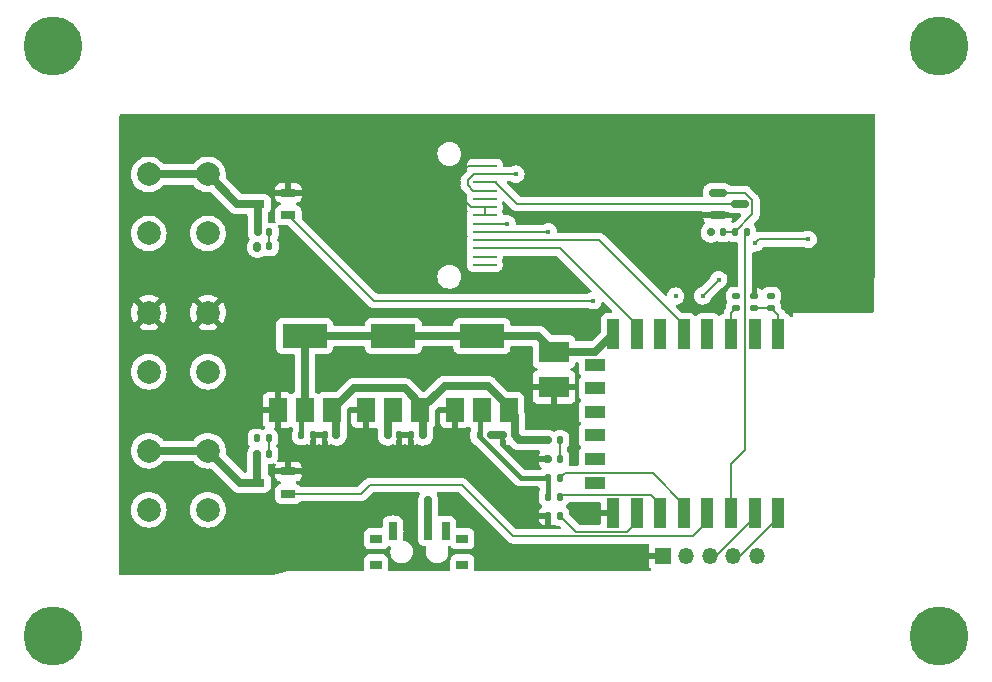
<source format=gbr>
%TF.GenerationSoftware,KiCad,Pcbnew,(6.0.2)*%
%TF.CreationDate,2022-04-10T14:27:56+08:00*%
%TF.ProjectId,PlantCare,506c616e-7443-4617-9265-2e6b69636164,rev?*%
%TF.SameCoordinates,Original*%
%TF.FileFunction,Copper,L1,Top*%
%TF.FilePolarity,Positive*%
%FSLAX46Y46*%
G04 Gerber Fmt 4.6, Leading zero omitted, Abs format (unit mm)*
G04 Created by KiCad (PCBNEW (6.0.2)) date 2022-04-10 14:27:56*
%MOMM*%
%LPD*%
G01*
G04 APERTURE LIST*
G04 Aperture macros list*
%AMRoundRect*
0 Rectangle with rounded corners*
0 $1 Rounding radius*
0 $2 $3 $4 $5 $6 $7 $8 $9 X,Y pos of 4 corners*
0 Add a 4 corners polygon primitive as box body*
4,1,4,$2,$3,$4,$5,$6,$7,$8,$9,$2,$3,0*
0 Add four circle primitives for the rounded corners*
1,1,$1+$1,$2,$3*
1,1,$1+$1,$4,$5*
1,1,$1+$1,$6,$7*
1,1,$1+$1,$8,$9*
0 Add four rect primitives between the rounded corners*
20,1,$1+$1,$2,$3,$4,$5,0*
20,1,$1+$1,$4,$5,$6,$7,0*
20,1,$1+$1,$6,$7,$8,$9,0*
20,1,$1+$1,$8,$9,$2,$3,0*%
G04 Aperture macros list end*
%TA.AperFunction,SMDPad,CuDef*%
%ADD10R,2.000000X0.200000*%
%TD*%
%TA.AperFunction,SMDPad,CuDef*%
%ADD11RoundRect,0.135000X0.135000X0.185000X-0.135000X0.185000X-0.135000X-0.185000X0.135000X-0.185000X0*%
%TD*%
%TA.AperFunction,SMDPad,CuDef*%
%ADD12RoundRect,0.135000X-0.135000X-0.185000X0.135000X-0.185000X0.135000X0.185000X-0.135000X0.185000X0*%
%TD*%
%TA.AperFunction,ComponentPad*%
%ADD13C,0.800000*%
%TD*%
%TA.AperFunction,ComponentPad*%
%ADD14C,5.000000*%
%TD*%
%TA.AperFunction,SMDPad,CuDef*%
%ADD15RoundRect,0.135000X0.185000X-0.135000X0.185000X0.135000X-0.185000X0.135000X-0.185000X-0.135000X0*%
%TD*%
%TA.AperFunction,ComponentPad*%
%ADD16C,2.000000*%
%TD*%
%TA.AperFunction,SMDPad,CuDef*%
%ADD17R,1.500000X2.000000*%
%TD*%
%TA.AperFunction,SMDPad,CuDef*%
%ADD18R,3.800000X2.000000*%
%TD*%
%TA.AperFunction,SMDPad,CuDef*%
%ADD19R,1.220000X0.650000*%
%TD*%
%TA.AperFunction,SMDPad,CuDef*%
%ADD20R,1.000000X2.500000*%
%TD*%
%TA.AperFunction,SMDPad,CuDef*%
%ADD21R,1.800000X1.000000*%
%TD*%
%TA.AperFunction,SMDPad,CuDef*%
%ADD22RoundRect,0.147500X-0.147500X-0.172500X0.147500X-0.172500X0.147500X0.172500X-0.147500X0.172500X0*%
%TD*%
%TA.AperFunction,SMDPad,CuDef*%
%ADD23RoundRect,0.140000X-0.140000X-0.170000X0.140000X-0.170000X0.140000X0.170000X-0.140000X0.170000X0*%
%TD*%
%TA.AperFunction,SMDPad,CuDef*%
%ADD24R,2.600000X1.800000*%
%TD*%
%TA.AperFunction,ComponentPad*%
%ADD25R,1.350000X1.350000*%
%TD*%
%TA.AperFunction,ComponentPad*%
%ADD26O,1.350000X1.350000*%
%TD*%
%TA.AperFunction,SMDPad,CuDef*%
%ADD27RoundRect,0.140000X0.140000X0.170000X-0.140000X0.170000X-0.140000X-0.170000X0.140000X-0.170000X0*%
%TD*%
%TA.AperFunction,SMDPad,CuDef*%
%ADD28RoundRect,0.140000X-0.170000X0.140000X-0.170000X-0.140000X0.170000X-0.140000X0.170000X0.140000X0*%
%TD*%
%TA.AperFunction,SMDPad,CuDef*%
%ADD29RoundRect,0.150000X-0.587500X-0.150000X0.587500X-0.150000X0.587500X0.150000X-0.587500X0.150000X0*%
%TD*%
%TA.AperFunction,SMDPad,CuDef*%
%ADD30R,1.000000X0.800000*%
%TD*%
%TA.AperFunction,SMDPad,CuDef*%
%ADD31R,0.700000X1.500000*%
%TD*%
%TA.AperFunction,ViaPad*%
%ADD32C,0.450000*%
%TD*%
%TA.AperFunction,Conductor*%
%ADD33C,0.700000*%
%TD*%
%TA.AperFunction,Conductor*%
%ADD34C,0.400000*%
%TD*%
%TA.AperFunction,Conductor*%
%ADD35C,0.200000*%
%TD*%
G04 APERTURE END LIST*
D10*
%TO.P,J1,13,GND*%
%TO.N,GND*%
X101542500Y-85162500D03*
%TO.P,J1,12,LEDA*%
%TO.N,+3V3*%
X101542500Y-85862500D03*
%TO.P,J1,11,LEDK*%
%TO.N,Net-(J1-Pad11)*%
X101542500Y-86562500D03*
%TO.P,J1,10,VCC*%
%TO.N,+3V3*%
X101542500Y-87262500D03*
%TO.P,J1,9,NC*%
%TO.N,unconnected-(J1-Pad9)*%
X101542500Y-87962500D03*
%TO.P,J1,8,GND*%
%TO.N,GND*%
X101542500Y-88662500D03*
%TO.P,J1,7,CS*%
X101542500Y-89362500D03*
%TO.P,J1,6,RES*%
%TO.N,/GPIO2*%
X101542500Y-90062500D03*
%TO.P,J1,5,RS*%
%TO.N,/GPIO0*%
X101542500Y-90762500D03*
%TO.P,J1,4,SCL*%
%TO.N,/GPIO14*%
X101542500Y-91462500D03*
%TO.P,J1,3,SDA*%
%TO.N,/GPIO13*%
X101542500Y-92162500D03*
%TO.P,J1,2,TP1*%
%TO.N,unconnected-(J1-Pad2)*%
X101542500Y-92862500D03*
%TO.P,J1,1,TP0*%
%TO.N,unconnected-(J1-Pad1)*%
X101542500Y-93562500D03*
%TD*%
D11*
%TO.P,R15,1*%
%TO.N,/POWER/ADC*%
X107910000Y-108400000D03*
%TO.P,R15,2*%
%TO.N,Net-(C11-Pad1)*%
X106890000Y-108400000D03*
%TD*%
D12*
%TO.P,R14,1*%
%TO.N,GND*%
X106890000Y-110000000D03*
%TO.P,R14,2*%
%TO.N,/POWER/ADC*%
X107910000Y-110000000D03*
%TD*%
D13*
%TO.P,H2,1*%
%TO.N,N/C*%
X138674175Y-126325825D03*
X141875000Y-125000000D03*
X138125000Y-125000000D03*
X140000000Y-123125000D03*
X140000000Y-126875000D03*
D14*
X140000000Y-125000000D03*
D13*
X141325825Y-123674175D03*
X138674175Y-123674175D03*
X141325825Y-126325825D03*
%TD*%
D15*
%TO.P,R4,1*%
%TO.N,/EN*%
X122800000Y-97210000D03*
%TO.P,R4,2*%
%TO.N,+3V3*%
X122800000Y-96190000D03*
%TD*%
D16*
%TO.P,J3,1,Pin_1*%
%TO.N,/control1*%
X73100000Y-85900000D03*
X78100000Y-85900000D03*
%TO.P,J3,2,Pin_2*%
%TO.N,+BATT*%
X73100000Y-90900000D03*
X78100000Y-90900000D03*
%TD*%
D12*
%TO.P,R11,1*%
%TO.N,+BATT*%
X82240000Y-108250000D03*
%TO.P,R11,2*%
%TO.N,Net-(D2-Pad2)*%
X83260000Y-108250000D03*
%TD*%
D17*
%TO.P,U1,1,GND*%
%TO.N,GND*%
X99000000Y-105865000D03*
D18*
%TO.P,U1,2,VO*%
%TO.N,+3V3*%
X101300000Y-99565000D03*
D17*
X101300000Y-105865000D03*
%TO.P,U1,3,VI*%
%TO.N,Net-(C11-Pad1)*%
X103600000Y-105865000D03*
%TD*%
D19*
%TO.P,Q4,1,G*%
%TO.N,/GPIO4*%
X84910000Y-112950000D03*
%TO.P,Q4,2,S*%
%TO.N,GND*%
X84910000Y-111050000D03*
%TO.P,Q4,3,D*%
%TO.N,/control*%
X82290000Y-112000000D03*
%TD*%
D20*
%TO.P,U2,1,~{RST}*%
%TO.N,/nRST*%
X126400000Y-99400000D03*
%TO.P,U2,2,ADC*%
%TO.N,/ADC*%
X124400000Y-99400000D03*
%TO.P,U2,3,EN*%
%TO.N,/EN*%
X122400000Y-99400000D03*
%TO.P,U2,4,GPIO16*%
%TO.N,/GPIO16*%
X120400000Y-99400000D03*
%TO.P,U2,5,GPIO14*%
%TO.N,/GPIO14*%
X118400000Y-99400000D03*
%TO.P,U2,6,GPIO12*%
%TO.N,/GPIO12*%
X116400000Y-99400000D03*
%TO.P,U2,7,GPIO13*%
%TO.N,/GPIO13*%
X114400000Y-99400000D03*
%TO.P,U2,8,VCC*%
%TO.N,+3V3*%
X112400000Y-99400000D03*
D21*
%TO.P,U2,9,CS0*%
%TO.N,unconnected-(U2-Pad9)*%
X110900000Y-102000000D03*
%TO.P,U2,10,MISO*%
%TO.N,unconnected-(U2-Pad10)*%
X110900000Y-104000000D03*
%TO.P,U2,11,GPIO9*%
%TO.N,unconnected-(U2-Pad11)*%
X110900000Y-106000000D03*
%TO.P,U2,12,GPIO10*%
%TO.N,unconnected-(U2-Pad12)*%
X110900000Y-108000000D03*
%TO.P,U2,13,MOSI*%
%TO.N,unconnected-(U2-Pad13)*%
X110900000Y-110000000D03*
%TO.P,U2,14,SCLK*%
%TO.N,unconnected-(U2-Pad14)*%
X110900000Y-112000000D03*
D20*
%TO.P,U2,15,GND*%
%TO.N,GND*%
X112400000Y-114600000D03*
%TO.P,U2,16,GPIO15*%
%TO.N,/GPIO15*%
X114400000Y-114600000D03*
%TO.P,U2,17,GPIO2*%
%TO.N,/GPIO2*%
X116400000Y-114600000D03*
%TO.P,U2,18,GPIO0*%
%TO.N,/GPIO0*%
X118400000Y-114600000D03*
%TO.P,U2,19,GPIO4*%
%TO.N,/GPIO4*%
X120400000Y-114600000D03*
%TO.P,U2,20,GPIO5*%
%TO.N,/GPIO5*%
X122400000Y-114600000D03*
%TO.P,U2,21,GPIO3/RXD*%
%TO.N,/RXD*%
X124400000Y-114600000D03*
%TO.P,U2,22,GPIO1/TXD*%
%TO.N,/TXD*%
X126400000Y-114600000D03*
%TD*%
D22*
%TO.P,D3,1,K*%
%TO.N,/control1*%
X82315000Y-90800000D03*
%TO.P,D3,2,A*%
%TO.N,Net-(D3-Pad2)*%
X83285000Y-90800000D03*
%TD*%
%TO.P,D2,1,K*%
%TO.N,/control*%
X82290000Y-109575000D03*
%TO.P,D2,2,A*%
%TO.N,Net-(D2-Pad2)*%
X83260000Y-109575000D03*
%TD*%
D16*
%TO.P,J5,1,Pin_1*%
%TO.N,/control*%
X78100000Y-109300000D03*
X73100000Y-109300000D03*
%TO.P,J5,2,Pin_2*%
%TO.N,+BATT*%
X78100000Y-114300000D03*
X73100000Y-114300000D03*
%TD*%
%TO.P,J4,1,Pin_1*%
%TO.N,+BATT*%
X78100000Y-102600000D03*
X73100000Y-102600000D03*
%TO.P,J4,2,Pin_2*%
%TO.N,GND*%
X78100000Y-97600000D03*
X73100000Y-97600000D03*
%TD*%
D11*
%TO.P,R1,1*%
%TO.N,/GPIO0*%
X107910000Y-111600000D03*
%TO.P,R1,2*%
%TO.N,+3V3*%
X106890000Y-111600000D03*
%TD*%
D23*
%TO.P,C10,1*%
%TO.N,+3V3*%
X93320000Y-108000000D03*
%TO.P,C10,2*%
%TO.N,GND*%
X94280000Y-108000000D03*
%TD*%
%TO.P,C8,1*%
%TO.N,+3V3*%
X86020000Y-108000000D03*
%TO.P,C8,2*%
%TO.N,GND*%
X86980000Y-108000000D03*
%TD*%
D11*
%TO.P,R3,1*%
%TO.N,/GPIO2*%
X107910000Y-113200000D03*
%TO.P,R3,2*%
%TO.N,+3V3*%
X106890000Y-113200000D03*
%TD*%
D24*
%TO.P,C1,1*%
%TO.N,+3V3*%
X107400000Y-100900000D03*
%TO.P,C1,2*%
%TO.N,GND*%
X107400000Y-103900000D03*
%TD*%
D19*
%TO.P,Q2,1,G*%
%TO.N,/GPIO12*%
X84910000Y-89350000D03*
%TO.P,Q2,2,S*%
%TO.N,GND*%
X84910000Y-87450000D03*
%TO.P,Q2,3,D*%
%TO.N,/control1*%
X82290000Y-88400000D03*
%TD*%
D25*
%TO.P,J2,1,GND*%
%TO.N,GND*%
X116600000Y-118200000D03*
D26*
%TO.P,J2,2,GPIO0*%
%TO.N,/GPIO0*%
X118600000Y-118200000D03*
%TO.P,J2,3,RXD*%
%TO.N,/RXD*%
X120600000Y-118200000D03*
%TO.P,J2,4,TXD*%
%TO.N,/TXD*%
X122600000Y-118200000D03*
%TO.P,J2,5,RST*%
%TO.N,/EN*%
X124600000Y-118200000D03*
%TD*%
D23*
%TO.P,C2,1*%
%TO.N,+3V3*%
X101120000Y-108000000D03*
%TO.P,C2,2*%
%TO.N,GND*%
X102080000Y-108000000D03*
%TD*%
D27*
%TO.P,C9,1*%
%TO.N,Net-(C11-Pad1)*%
X88980000Y-108000000D03*
%TO.P,C9,2*%
%TO.N,GND*%
X88020000Y-108000000D03*
%TD*%
D13*
%TO.P,H4,1*%
%TO.N,N/C*%
X141875000Y-75000000D03*
X138674175Y-73674175D03*
X141325825Y-76325825D03*
X138125000Y-75000000D03*
X140000000Y-76875000D03*
X140000000Y-73125000D03*
D14*
X140000000Y-75000000D03*
D13*
X138674175Y-76325825D03*
X141325825Y-73674175D03*
%TD*%
D12*
%TO.P,R12,1*%
%TO.N,+BATT*%
X82290000Y-92000000D03*
%TO.P,R12,2*%
%TO.N,Net-(D3-Pad2)*%
X83310000Y-92000000D03*
%TD*%
D11*
%TO.P,R9,1*%
%TO.N,/GPIO15*%
X107910000Y-114800000D03*
%TO.P,R9,2*%
%TO.N,GND*%
X106890000Y-114800000D03*
%TD*%
D28*
%TO.P,C4,1*%
%TO.N,GND*%
X124300000Y-96220000D03*
%TO.P,C4,2*%
%TO.N,/nRST*%
X124300000Y-97180000D03*
%TD*%
D11*
%TO.P,R10,2*%
%TO.N,Net-(Q1-Pad1)*%
X122690000Y-90800000D03*
%TO.P,R10,1*%
%TO.N,/GPIO5*%
X123710000Y-90800000D03*
%TD*%
D29*
%TO.P,Q1,3,C*%
%TO.N,Net-(J1-Pad11)*%
X123137500Y-88400000D03*
%TO.P,Q1,2,E*%
%TO.N,GND*%
X121262500Y-89350000D03*
%TO.P,Q1,1,B*%
%TO.N,Net-(Q1-Pad1)*%
X121262500Y-87450000D03*
%TD*%
D27*
%TO.P,C11,1*%
%TO.N,Net-(C11-Pad1)*%
X96280000Y-108000000D03*
%TO.P,C11,2*%
%TO.N,GND*%
X95320000Y-108000000D03*
%TD*%
D12*
%TO.P,R13,2*%
%TO.N,Net-(Q1-Pad1)*%
X121710000Y-90800000D03*
%TO.P,R13,1*%
%TO.N,+3V3*%
X120690000Y-90800000D03*
%TD*%
D17*
%TO.P,U4,1,GND*%
%TO.N,GND*%
X84000000Y-105865000D03*
D18*
%TO.P,U4,2,VO*%
%TO.N,+3V3*%
X86300000Y-99565000D03*
D17*
X86300000Y-105865000D03*
%TO.P,U4,3,VI*%
%TO.N,Net-(C11-Pad1)*%
X88600000Y-105865000D03*
%TD*%
D15*
%TO.P,R8,1*%
%TO.N,/nRST*%
X125800000Y-97210000D03*
%TO.P,R8,2*%
%TO.N,+3V3*%
X125800000Y-96190000D03*
%TD*%
D30*
%TO.P,SW1,*%
%TO.N,*%
X99650000Y-116745000D03*
X92350000Y-118955000D03*
X99650000Y-118955000D03*
X92350000Y-116745000D03*
D31*
%TO.P,SW1,1,A*%
%TO.N,+BATT*%
X93750000Y-116095000D03*
%TO.P,SW1,2,B*%
%TO.N,Net-(C11-Pad1)*%
X96750000Y-116095000D03*
%TO.P,SW1,3,C*%
%TO.N,unconnected-(SW1-Pad3)*%
X98250000Y-116095000D03*
%TD*%
D27*
%TO.P,C3,1*%
%TO.N,Net-(C11-Pad1)*%
X104080000Y-108000000D03*
%TO.P,C3,2*%
%TO.N,GND*%
X103120000Y-108000000D03*
%TD*%
D13*
%TO.P,H1,1*%
%TO.N,N/C*%
X66325825Y-76325825D03*
X63674175Y-73674175D03*
X63674175Y-76325825D03*
X66325825Y-73674175D03*
X66875000Y-75000000D03*
X65000000Y-76875000D03*
D14*
X65000000Y-75000000D03*
D13*
X65000000Y-73125000D03*
X63125000Y-75000000D03*
%TD*%
D17*
%TO.P,U5,3,VI*%
%TO.N,Net-(C11-Pad1)*%
X96100000Y-105865000D03*
%TO.P,U5,2,VO*%
%TO.N,+3V3*%
X93800000Y-105865000D03*
D18*
X93800000Y-99565000D03*
D17*
%TO.P,U5,1,GND*%
%TO.N,GND*%
X91500000Y-105865000D03*
%TD*%
D13*
%TO.P,H3,1*%
%TO.N,N/C*%
X63674175Y-123674175D03*
D14*
X65000000Y-125000000D03*
D13*
X66325825Y-126325825D03*
X65000000Y-123125000D03*
X63674175Y-126325825D03*
X63125000Y-125000000D03*
X66875000Y-125000000D03*
X65000000Y-126875000D03*
X66325825Y-123674175D03*
%TD*%
D32*
%TO.N,Net-(C11-Pad1)*%
X96100000Y-105200000D03*
X88600000Y-105200000D03*
X103600000Y-105200000D03*
%TO.N,+BATT*%
X93800000Y-116700000D03*
X93800000Y-115500000D03*
%TO.N,+3V3*%
X101300000Y-105100000D03*
X93800000Y-105100000D03*
X93800000Y-105865000D03*
%TO.N,Net-(C11-Pad1)*%
X96750000Y-116095000D03*
X96750000Y-115200000D03*
X96750000Y-114350000D03*
X96750000Y-113490149D03*
%TO.N,GND*%
X133100000Y-91400000D03*
X133100000Y-86000000D03*
X121300000Y-89300000D03*
%TO.N,+3V3*%
X120690742Y-90817346D03*
X112400000Y-99400000D03*
X106599008Y-100892949D03*
X108100000Y-100900000D03*
X107400000Y-100900000D03*
%TO.N,+BATT*%
X82225000Y-108250000D03*
%TO.N,/GPIO2*%
X103425000Y-90075000D03*
X107910000Y-113200000D03*
%TO.N,+3V3*%
X104175000Y-85875000D03*
%TO.N,Net-(R5-Pad2)*%
X121350000Y-94825000D03*
X124450000Y-91700000D03*
X120000000Y-96190000D03*
X128925000Y-91400000D03*
%TO.N,/GPIO0*%
X106925000Y-90750000D03*
%TO.N,GND*%
X91575000Y-105100000D03*
X91600000Y-106600000D03*
X99075000Y-106475000D03*
X99075000Y-105225000D03*
X108250000Y-103900000D03*
X106675000Y-103900000D03*
X107425000Y-103900000D03*
X99075000Y-105850000D03*
X91600000Y-105800000D03*
X99200000Y-86100000D03*
X99200000Y-87500000D03*
%TO.N,/GPIO12*%
X116400000Y-99400000D03*
X110700000Y-96600000D03*
%TO.N,+3V3*%
X117700000Y-96200000D03*
%TO.N,/GPIO16*%
X120400000Y-99400000D03*
%TO.N,GND*%
X124300000Y-96200000D03*
%TO.N,+3V3*%
X125800000Y-96200000D03*
X122800000Y-96200000D03*
%TO.N,GND*%
X109500000Y-114600000D03*
X110300000Y-114600000D03*
X111200000Y-114600000D03*
X112400000Y-114600000D03*
%TO.N,/nRST*%
X126400000Y-99400000D03*
%TO.N,/EN*%
X122400000Y-99400000D03*
%TO.N,/GPIO0*%
X118400000Y-114700000D03*
%TO.N,GND*%
X106800000Y-110000000D03*
%TO.N,+BATT*%
X82300000Y-92100000D03*
%TO.N,GND*%
X102700000Y-108000000D03*
%TO.N,+3V3*%
X101300000Y-99565000D03*
X101300000Y-105865000D03*
X93800000Y-99565000D03*
%TO.N,Net-(C11-Pad1)*%
X104080000Y-108000000D03*
X96300000Y-108000000D03*
X88980000Y-108000000D03*
X88600000Y-105865000D03*
X103600000Y-105900000D03*
X96100000Y-105900000D03*
%TO.N,+BATT*%
X93800000Y-116100000D03*
%TD*%
D33*
%TO.N,+3V3*%
X93320000Y-106345000D02*
X93800000Y-105865000D01*
X93320000Y-108000000D02*
X93320000Y-106345000D01*
D34*
X93320000Y-106280000D02*
X93800000Y-105800000D01*
D35*
%TO.N,/GPIO4*%
X99600000Y-112200000D02*
X91800000Y-112200000D01*
X119200978Y-116549022D02*
X103949022Y-116549022D01*
X120400000Y-115350000D02*
X119200978Y-116549022D01*
X103949022Y-116549022D02*
X99600000Y-112200000D01*
X91800000Y-112200000D02*
X91050000Y-112950000D01*
X120400000Y-114600000D02*
X120400000Y-115350000D01*
X91050000Y-112950000D02*
X84910000Y-112950000D01*
D33*
%TO.N,Net-(C11-Pad1)*%
X96750000Y-113490149D02*
X96750000Y-116095000D01*
%TO.N,GND*%
X121262500Y-89337500D02*
X121300000Y-89300000D01*
X121262500Y-89350000D02*
X121262500Y-89337500D01*
D35*
%TO.N,Net-(Q1-Pad1)*%
X123560717Y-87450000D02*
X121262500Y-87450000D01*
X124200000Y-88089283D02*
X123560717Y-87450000D01*
X124200000Y-89290000D02*
X124200000Y-88089283D01*
X122690000Y-90800000D02*
X124200000Y-89290000D01*
D33*
%TO.N,+3V3*%
X120690000Y-90816604D02*
X120690742Y-90817346D01*
X120690000Y-90800000D02*
X120690000Y-90816604D01*
X106606059Y-100900000D02*
X106599008Y-100892949D01*
X107400000Y-100900000D02*
X106606059Y-100900000D01*
X108100000Y-100900000D02*
X110900000Y-100900000D01*
X107400000Y-100900000D02*
X108100000Y-100900000D01*
%TO.N,/control*%
X82290000Y-112000000D02*
X82290000Y-109575000D01*
D35*
%TO.N,Net-(D2-Pad2)*%
X83260000Y-108250000D02*
X83260000Y-109575000D01*
%TO.N,/GPIO0*%
X106912500Y-90762500D02*
X106925000Y-90750000D01*
X101542500Y-90762500D02*
X106912500Y-90762500D01*
%TO.N,/GPIO2*%
X103425000Y-90075000D02*
X101555000Y-90075000D01*
X101555000Y-90075000D02*
X101542500Y-90062500D01*
%TO.N,+3V3*%
X101542500Y-85862500D02*
X104162500Y-85862500D01*
X104162500Y-85862500D02*
X104175000Y-85875000D01*
X100543478Y-87262500D02*
X101542500Y-87262500D01*
X100642500Y-85862500D02*
X100100000Y-86405000D01*
X100100000Y-86405000D02*
X100100000Y-86819022D01*
X101542500Y-85862500D02*
X100642500Y-85862500D01*
X100100000Y-86819022D02*
X100543478Y-87262500D01*
%TO.N,Net-(R5-Pad2)*%
X128925000Y-91400000D02*
X124750000Y-91400000D01*
X124750000Y-91400000D02*
X124450000Y-91700000D01*
X121350000Y-94840000D02*
X121350000Y-94825000D01*
X120000000Y-96190000D02*
X121350000Y-94840000D01*
%TO.N,GND*%
X107400000Y-103900000D02*
X107425000Y-103900000D01*
X99060000Y-105865000D02*
X99075000Y-105850000D01*
X99000000Y-105865000D02*
X99060000Y-105865000D01*
X91535000Y-105865000D02*
X91600000Y-105800000D01*
X91500000Y-105865000D02*
X91535000Y-105865000D01*
X100137500Y-85162500D02*
X99200000Y-86100000D01*
X101542500Y-85162500D02*
X100137500Y-85162500D01*
X99200000Y-87500000D02*
X99200000Y-86100000D01*
X101542500Y-88662500D02*
X100362500Y-88662500D01*
X100362500Y-88662500D02*
X99200000Y-87500000D01*
%TO.N,Net-(J1-Pad11)*%
X104280000Y-88400000D02*
X123137500Y-88400000D01*
X102442500Y-86562500D02*
X104280000Y-88400000D01*
X101542500Y-86562500D02*
X102442500Y-86562500D01*
%TO.N,GND*%
X101542500Y-89362500D02*
X101542500Y-88662500D01*
%TO.N,/GPIO12*%
X84910000Y-89350000D02*
X92160000Y-96600000D01*
X92160000Y-96600000D02*
X110700000Y-96600000D01*
%TO.N,/GPIO14*%
X111212500Y-91462500D02*
X101542500Y-91462500D01*
X118400000Y-98650000D02*
X111212500Y-91462500D01*
X118400000Y-99400000D02*
X118400000Y-98650000D01*
%TO.N,/GPIO13*%
X107912500Y-92162500D02*
X101542500Y-92162500D01*
X114400000Y-98650000D02*
X107912500Y-92162500D01*
X114400000Y-99400000D02*
X114400000Y-98650000D01*
%TO.N,GND*%
X124300000Y-96220000D02*
X124300000Y-96200000D01*
%TO.N,+3V3*%
X125800000Y-96190000D02*
X125800000Y-96200000D01*
X122800000Y-96190000D02*
X122800000Y-96200000D01*
%TO.N,/EN*%
X122400000Y-97610000D02*
X122800000Y-97210000D01*
X122400000Y-99400000D02*
X122400000Y-97610000D01*
%TO.N,/nRST*%
X125770000Y-97180000D02*
X125800000Y-97210000D01*
X124300000Y-97180000D02*
X125770000Y-97180000D01*
X126400000Y-97810000D02*
X125800000Y-97210000D01*
X126400000Y-99400000D02*
X126400000Y-97810000D01*
%TO.N,/GPIO5*%
X122400000Y-110400000D02*
X122400000Y-114600000D01*
X123710000Y-90800000D02*
X123600489Y-90909511D01*
X123600489Y-90909511D02*
X123600489Y-109199511D01*
X123600489Y-109199511D02*
X122400000Y-110400000D01*
%TO.N,Net-(Q1-Pad1)*%
X121710000Y-90800000D02*
X122690000Y-90800000D01*
%TO.N,/TXD*%
X126400000Y-114949022D02*
X126400000Y-114600000D01*
X122600000Y-118200000D02*
X123149022Y-118200000D01*
X123149022Y-118200000D02*
X126400000Y-114949022D01*
%TO.N,/RXD*%
X124400000Y-114899511D02*
X124400000Y-114600000D01*
X121099511Y-118200000D02*
X124400000Y-114899511D01*
X120600000Y-118200000D02*
X121099511Y-118200000D01*
%TO.N,/GPIO0*%
X118400000Y-114600000D02*
X118400000Y-114700000D01*
%TO.N,/GPIO15*%
X114400000Y-115350000D02*
X114400000Y-114600000D01*
X113600489Y-116149511D02*
X114400000Y-115350000D01*
X107910000Y-114800000D02*
X109259511Y-116149511D01*
X109259511Y-116149511D02*
X113600489Y-116149511D01*
%TO.N,/GPIO0*%
X118400000Y-113850000D02*
X118400000Y-114600000D01*
X115750489Y-111200489D02*
X118400000Y-113850000D01*
X108309511Y-111200489D02*
X115750489Y-111200489D01*
X107910000Y-111600000D02*
X108309511Y-111200489D01*
%TO.N,/GPIO2*%
X116400000Y-113850000D02*
X116400000Y-114600000D01*
X115600489Y-113050489D02*
X116400000Y-113850000D01*
X108059511Y-113050489D02*
X115600489Y-113050489D01*
X107910000Y-113200000D02*
X108059511Y-113050489D01*
D33*
%TO.N,GND*%
X106890000Y-110000000D02*
X106800000Y-110000000D01*
%TO.N,/control1*%
X82315000Y-88425000D02*
X82290000Y-88400000D01*
X82315000Y-90800000D02*
X82315000Y-88425000D01*
D35*
%TO.N,Net-(D3-Pad2)*%
X83310000Y-90825000D02*
X83285000Y-90800000D01*
X83310000Y-92000000D02*
X83310000Y-90825000D01*
D33*
%TO.N,+BATT*%
X82290000Y-92000000D02*
X82290000Y-92090000D01*
X82290000Y-92090000D02*
X82300000Y-92100000D01*
%TO.N,GND*%
X102080000Y-108000000D02*
X102700000Y-108000000D01*
X103120000Y-108000000D02*
X102700000Y-108000000D01*
%TO.N,+3V3*%
X110900000Y-100900000D02*
X112400000Y-99400000D01*
X106065000Y-99565000D02*
X107400000Y-100900000D01*
X101300000Y-99565000D02*
X106065000Y-99565000D01*
X93800000Y-99565000D02*
X101300000Y-99565000D01*
X86300000Y-99565000D02*
X93800000Y-99565000D01*
X86300000Y-105865000D02*
X86300000Y-99565000D01*
%TO.N,Net-(C11-Pad1)*%
X96280000Y-108000000D02*
X96300000Y-108000000D01*
D34*
%TO.N,+3V3*%
X101120000Y-108112996D02*
X104607004Y-111600000D01*
X101120000Y-108000000D02*
X101120000Y-108112996D01*
X104607004Y-111600000D02*
X106890000Y-111600000D01*
X106890000Y-113200000D02*
X106890000Y-111600000D01*
D35*
%TO.N,/POWER/ADC*%
X107910000Y-110000000D02*
X107910000Y-108400000D01*
D33*
%TO.N,Net-(C11-Pad1)*%
X104480000Y-108400000D02*
X104080000Y-108000000D01*
X106890000Y-108400000D02*
X104480000Y-108400000D01*
D34*
%TO.N,+3V3*%
X101120000Y-106045000D02*
X101300000Y-105865000D01*
X101120000Y-108000000D02*
X101120000Y-106045000D01*
X86020000Y-108000000D02*
X86020000Y-106145000D01*
D33*
%TO.N,Net-(C11-Pad1)*%
X88980000Y-106245000D02*
X88600000Y-105865000D01*
X88980000Y-108000000D02*
X88980000Y-106245000D01*
X104080000Y-106345000D02*
X103600000Y-105865000D01*
X104080000Y-108000000D02*
X104080000Y-106345000D01*
X96280000Y-106045000D02*
X96100000Y-105865000D01*
X96280000Y-108000000D02*
X96280000Y-106045000D01*
X98165000Y-103800000D02*
X96100000Y-105865000D01*
X101785000Y-103800000D02*
X98165000Y-103800000D01*
X103600000Y-105615000D02*
X101785000Y-103800000D01*
X103600000Y-105865000D02*
X103600000Y-105615000D01*
X94784022Y-104000000D02*
X90465000Y-104000000D01*
X96100000Y-105315978D02*
X94784022Y-104000000D01*
X96100000Y-105865000D02*
X96100000Y-105315978D01*
X90465000Y-104000000D02*
X88600000Y-105865000D01*
X103600000Y-105865000D02*
X103600000Y-105900000D01*
X96100000Y-105865000D02*
X96100000Y-105900000D01*
%TO.N,+BATT*%
X93750000Y-116095000D02*
X93795000Y-116095000D01*
X93795000Y-116095000D02*
X93800000Y-116100000D01*
%TO.N,/control1*%
X80600000Y-88400000D02*
X78100000Y-85900000D01*
X82290000Y-88400000D02*
X80600000Y-88400000D01*
X73100000Y-85900000D02*
X78100000Y-85900000D01*
%TO.N,/control*%
X80800000Y-112000000D02*
X78100000Y-109300000D01*
X82290000Y-112000000D02*
X80800000Y-112000000D01*
X73100000Y-109300000D02*
X78100000Y-109300000D01*
%TD*%
%TA.AperFunction,Conductor*%
%TO.N,GND*%
G36*
X134542121Y-80820002D02*
G01*
X134588614Y-80873658D01*
X134600000Y-80926000D01*
X134600000Y-94442360D01*
X134596743Y-94470824D01*
X134510750Y-94841649D01*
X134504651Y-94867948D01*
X134502805Y-94874708D01*
X134501497Y-94877961D01*
X134500397Y-94882705D01*
X134499762Y-94885440D01*
X134499761Y-94885447D01*
X134498664Y-94890177D01*
X134498308Y-94895023D01*
X134498307Y-94895027D01*
X134495213Y-94937104D01*
X134494053Y-94947237D01*
X134492000Y-94960423D01*
X134492000Y-94976156D01*
X134491661Y-94985398D01*
X134487991Y-95035300D01*
X134489871Y-95044076D01*
X134490489Y-95053030D01*
X134490482Y-95053030D01*
X134492000Y-95067355D01*
X134492000Y-97474000D01*
X134471998Y-97542121D01*
X134418342Y-97588614D01*
X134366000Y-97600000D01*
X127600000Y-97600000D01*
X127600000Y-97873477D01*
X127579998Y-97941598D01*
X127526342Y-97988091D01*
X127456068Y-97998195D01*
X127391488Y-97968701D01*
X127356018Y-97917708D01*
X127353766Y-97911701D01*
X127350615Y-97903295D01*
X127263261Y-97786739D01*
X127146705Y-97699385D01*
X127138296Y-97696233D01*
X127138295Y-97696232D01*
X127039445Y-97659175D01*
X126982680Y-97616534D01*
X126967265Y-97589411D01*
X126959275Y-97570121D01*
X126931524Y-97503124D01*
X126858477Y-97407928D01*
X126858474Y-97407925D01*
X126833987Y-97376013D01*
X126823937Y-97368301D01*
X126808621Y-97356548D01*
X126796230Y-97345681D01*
X126665404Y-97214855D01*
X126631378Y-97152543D01*
X126628499Y-97125760D01*
X126628499Y-97010012D01*
X126625629Y-96973534D01*
X126580269Y-96817404D01*
X126576233Y-96810579D01*
X126576231Y-96810575D01*
X126548769Y-96764139D01*
X126531309Y-96695323D01*
X126548769Y-96635861D01*
X126576231Y-96589425D01*
X126576233Y-96589421D01*
X126580269Y-96582596D01*
X126625629Y-96426466D01*
X126626135Y-96420047D01*
X126628307Y-96392444D01*
X126628307Y-96392438D01*
X126628500Y-96389989D01*
X126628499Y-95990012D01*
X126625629Y-95953534D01*
X126580269Y-95797404D01*
X126542461Y-95733473D01*
X126501540Y-95664280D01*
X126497506Y-95657459D01*
X126382541Y-95542494D01*
X126354315Y-95525801D01*
X126249419Y-95463766D01*
X126249418Y-95463766D01*
X126242596Y-95459731D01*
X126234985Y-95457520D01*
X126234983Y-95457519D01*
X126092644Y-95416166D01*
X126092645Y-95416166D01*
X126086466Y-95414371D01*
X126080059Y-95413867D01*
X126080055Y-95413866D01*
X126052444Y-95411693D01*
X126052438Y-95411693D01*
X126049989Y-95411500D01*
X125800152Y-95411500D01*
X125550012Y-95411501D01*
X125513534Y-95414371D01*
X125432024Y-95438052D01*
X125365017Y-95457519D01*
X125365015Y-95457520D01*
X125357404Y-95459731D01*
X125350582Y-95463766D01*
X125350581Y-95463766D01*
X125245685Y-95525801D01*
X125217459Y-95542494D01*
X125122274Y-95637679D01*
X125059966Y-95671702D01*
X124989150Y-95666638D01*
X124944087Y-95637677D01*
X124875926Y-95569516D01*
X124863499Y-95559876D01*
X124736220Y-95484604D01*
X124721784Y-95478357D01*
X124578359Y-95436688D01*
X124570391Y-95435232D01*
X124556969Y-95438052D01*
X124554000Y-95449513D01*
X124554000Y-96265500D01*
X124533998Y-96333621D01*
X124480342Y-96380114D01*
X124428000Y-96391500D01*
X124334989Y-96391500D01*
X124266868Y-96371498D01*
X124220375Y-96317842D01*
X124208989Y-96265500D01*
X124208989Y-92551812D01*
X124228991Y-92483691D01*
X124282647Y-92437198D01*
X124351653Y-92426919D01*
X124393664Y-92432525D01*
X124427562Y-92437048D01*
X124427565Y-92437048D01*
X124434542Y-92437979D01*
X124441553Y-92437341D01*
X124441557Y-92437341D01*
X124591403Y-92423704D01*
X124591404Y-92423704D01*
X124598424Y-92423065D01*
X124630087Y-92412777D01*
X124748230Y-92374390D01*
X124748233Y-92374389D01*
X124754929Y-92372213D01*
X124896279Y-92287951D01*
X125015449Y-92174468D01*
X125088331Y-92064772D01*
X125142687Y-92019102D01*
X125193278Y-92008500D01*
X128477678Y-92008500D01*
X128546671Y-92029068D01*
X128592189Y-92058854D01*
X128746428Y-92116215D01*
X128753409Y-92117146D01*
X128753411Y-92117147D01*
X128902561Y-92137048D01*
X128902565Y-92137048D01*
X128909542Y-92137979D01*
X128916553Y-92137341D01*
X128916557Y-92137341D01*
X129066403Y-92123704D01*
X129066404Y-92123704D01*
X129073424Y-92123065D01*
X129156315Y-92096132D01*
X129223230Y-92074390D01*
X129223233Y-92074389D01*
X129229929Y-92072213D01*
X129371279Y-91987951D01*
X129490449Y-91874468D01*
X129513962Y-91839078D01*
X129577614Y-91743275D01*
X129577615Y-91743273D01*
X129581515Y-91737403D01*
X129639951Y-91583568D01*
X129653387Y-91487965D01*
X129662302Y-91424534D01*
X129662303Y-91424527D01*
X129662853Y-91420610D01*
X129663141Y-91400000D01*
X129644798Y-91236466D01*
X129628390Y-91189347D01*
X129602776Y-91115795D01*
X129590680Y-91081060D01*
X129583474Y-91069527D01*
X129507209Y-90947479D01*
X129503476Y-90941505D01*
X129431062Y-90868584D01*
X129392486Y-90829737D01*
X129392482Y-90829734D01*
X129387522Y-90824739D01*
X129248580Y-90736563D01*
X129177465Y-90711240D01*
X129100189Y-90683723D01*
X129100187Y-90683722D01*
X129093555Y-90681361D01*
X129086569Y-90680528D01*
X129086565Y-90680527D01*
X128966475Y-90666208D01*
X128930153Y-90661877D01*
X128923150Y-90662613D01*
X128923149Y-90662613D01*
X128888946Y-90666208D01*
X128766495Y-90679078D01*
X128759827Y-90681348D01*
X128617382Y-90729840D01*
X128617379Y-90729841D01*
X128610715Y-90732110D01*
X128555248Y-90766234D01*
X128544545Y-90772818D01*
X128478523Y-90791500D01*
X124798136Y-90791500D01*
X124781693Y-90790422D01*
X124750000Y-90786250D01*
X124741811Y-90787328D01*
X124710126Y-90791499D01*
X124710117Y-90791500D01*
X124710115Y-90791500D01*
X124630945Y-90801923D01*
X124560797Y-90790984D01*
X124507698Y-90743856D01*
X124488499Y-90677001D01*
X124488499Y-90550012D01*
X124485629Y-90513534D01*
X124440269Y-90357404D01*
X124394622Y-90280218D01*
X124361540Y-90224280D01*
X124357506Y-90217459D01*
X124334393Y-90194346D01*
X124300367Y-90132034D01*
X124305432Y-90061219D01*
X124334393Y-90016156D01*
X124596234Y-89754315D01*
X124608625Y-89743448D01*
X124627437Y-89729013D01*
X124633987Y-89723987D01*
X124658474Y-89692075D01*
X124658477Y-89692072D01*
X124731523Y-89596876D01*
X124731524Y-89596875D01*
X124744789Y-89564852D01*
X124789678Y-89456479D01*
X124792838Y-89448850D01*
X124808500Y-89329885D01*
X124808500Y-89329878D01*
X124813750Y-89290000D01*
X124809578Y-89258307D01*
X124808500Y-89241864D01*
X124808500Y-88137427D01*
X124809578Y-88120981D01*
X124812673Y-88097471D01*
X124813751Y-88089283D01*
X124792838Y-87930432D01*
X124731524Y-87782407D01*
X124658478Y-87687212D01*
X124658474Y-87687208D01*
X124641817Y-87665500D01*
X124639016Y-87661849D01*
X124639013Y-87661846D01*
X124633987Y-87655296D01*
X124627432Y-87650266D01*
X124608621Y-87635831D01*
X124596230Y-87624964D01*
X124025032Y-87053766D01*
X124014165Y-87041375D01*
X123999730Y-87022563D01*
X123994704Y-87016013D01*
X123962792Y-86991526D01*
X123962789Y-86991523D01*
X123938880Y-86973177D01*
X123874146Y-86923504D01*
X123874144Y-86923503D01*
X123867593Y-86918476D01*
X123719568Y-86857162D01*
X123711381Y-86856084D01*
X123711380Y-86856084D01*
X123700175Y-86854609D01*
X123668979Y-86850502D01*
X123600602Y-86841500D01*
X123600599Y-86841500D01*
X123600591Y-86841499D01*
X123568906Y-86837328D01*
X123560717Y-86836250D01*
X123529024Y-86840422D01*
X123512581Y-86841500D01*
X122374950Y-86841500D01*
X122306829Y-86821498D01*
X122285855Y-86804595D01*
X122256807Y-86775547D01*
X122249983Y-86771511D01*
X122249980Y-86771509D01*
X122120427Y-86694892D01*
X122120428Y-86694892D01*
X122113601Y-86690855D01*
X122105990Y-86688644D01*
X122105988Y-86688643D01*
X122047586Y-86671676D01*
X121953831Y-86644438D01*
X121947426Y-86643934D01*
X121947421Y-86643933D01*
X121918958Y-86641693D01*
X121918950Y-86641693D01*
X121916502Y-86641500D01*
X120608498Y-86641500D01*
X120606050Y-86641693D01*
X120606042Y-86641693D01*
X120577579Y-86643933D01*
X120577574Y-86643934D01*
X120571169Y-86644438D01*
X120477414Y-86671676D01*
X120419012Y-86688643D01*
X120419010Y-86688644D01*
X120411399Y-86690855D01*
X120404572Y-86694892D01*
X120404573Y-86694892D01*
X120275020Y-86771509D01*
X120275017Y-86771511D01*
X120268193Y-86775547D01*
X120150547Y-86893193D01*
X120146511Y-86900017D01*
X120146509Y-86900020D01*
X120105142Y-86969969D01*
X120065855Y-87036399D01*
X120019438Y-87196169D01*
X120016500Y-87233498D01*
X120016500Y-87665500D01*
X119996498Y-87733621D01*
X119942842Y-87780114D01*
X119890500Y-87791500D01*
X104584239Y-87791500D01*
X104516118Y-87771498D01*
X104495144Y-87754595D01*
X103426644Y-86686095D01*
X103392618Y-86623783D01*
X103397683Y-86552968D01*
X103440230Y-86496132D01*
X103506750Y-86471321D01*
X103515739Y-86471000D01*
X103708576Y-86471000D01*
X103777569Y-86491568D01*
X103842189Y-86533854D01*
X103996428Y-86591215D01*
X104003409Y-86592146D01*
X104003411Y-86592147D01*
X104152561Y-86612048D01*
X104152565Y-86612048D01*
X104159542Y-86612979D01*
X104166553Y-86612341D01*
X104166557Y-86612341D01*
X104316403Y-86598704D01*
X104316404Y-86598704D01*
X104323424Y-86598065D01*
X104357592Y-86586963D01*
X104473230Y-86549390D01*
X104473233Y-86549389D01*
X104479929Y-86547213D01*
X104621279Y-86462951D01*
X104740449Y-86349468D01*
X104744350Y-86343597D01*
X104827614Y-86218275D01*
X104827615Y-86218273D01*
X104831515Y-86212403D01*
X104889951Y-86058568D01*
X104904991Y-85951552D01*
X104912302Y-85899534D01*
X104912303Y-85899527D01*
X104912853Y-85895610D01*
X104913141Y-85875000D01*
X104894798Y-85711466D01*
X104840680Y-85556060D01*
X104753476Y-85416505D01*
X104695499Y-85358122D01*
X104642486Y-85304737D01*
X104642482Y-85304734D01*
X104637522Y-85299739D01*
X104498580Y-85211563D01*
X104449447Y-85194068D01*
X104350189Y-85158723D01*
X104350187Y-85158722D01*
X104343555Y-85156361D01*
X104336569Y-85155528D01*
X104336565Y-85155527D01*
X104222071Y-85141875D01*
X104180153Y-85136877D01*
X104173150Y-85137613D01*
X104173149Y-85137613D01*
X104129935Y-85142155D01*
X104016495Y-85154078D01*
X104007380Y-85157181D01*
X103867382Y-85204840D01*
X103867379Y-85204841D01*
X103860715Y-85207110D01*
X103843646Y-85217611D01*
X103814863Y-85235318D01*
X103748841Y-85254000D01*
X103176499Y-85254000D01*
X103108378Y-85233998D01*
X103061885Y-85180342D01*
X103050499Y-85128000D01*
X103050499Y-85017831D01*
X103050129Y-85011010D01*
X103044605Y-84960148D01*
X103040979Y-84944896D01*
X102995824Y-84824446D01*
X102987286Y-84808851D01*
X102910785Y-84706776D01*
X102898224Y-84694215D01*
X102796149Y-84617714D01*
X102780554Y-84609176D01*
X102660106Y-84564022D01*
X102644851Y-84560395D01*
X102593986Y-84554869D01*
X102587172Y-84554500D01*
X100497831Y-84554501D01*
X100491010Y-84554871D01*
X100440148Y-84560395D01*
X100424896Y-84564021D01*
X100304446Y-84609176D01*
X100288851Y-84617714D01*
X100186776Y-84694215D01*
X100174215Y-84706776D01*
X100097714Y-84808851D01*
X100089176Y-84824446D01*
X100044022Y-84944894D01*
X100040395Y-84960149D01*
X100034869Y-85011014D01*
X100034500Y-85017827D01*
X100034501Y-85307168D01*
X100034871Y-85313990D01*
X100040395Y-85364852D01*
X100044021Y-85380103D01*
X100075620Y-85464393D01*
X100080803Y-85535200D01*
X100046733Y-85597718D01*
X99703766Y-85940685D01*
X99691375Y-85951552D01*
X99666013Y-85971013D01*
X99641526Y-86002925D01*
X99641523Y-86002928D01*
X99641517Y-86002936D01*
X99598829Y-86058568D01*
X99568476Y-86098124D01*
X99565316Y-86105754D01*
X99524094Y-86205272D01*
X99518691Y-86218317D01*
X99507162Y-86246150D01*
X99491500Y-86365115D01*
X99491500Y-86365120D01*
X99486250Y-86405000D01*
X99487328Y-86413188D01*
X99490422Y-86436690D01*
X99491500Y-86453136D01*
X99491500Y-86770886D01*
X99490422Y-86787329D01*
X99486250Y-86819022D01*
X99491500Y-86858902D01*
X99491500Y-86858907D01*
X99504067Y-86954364D01*
X99507162Y-86977873D01*
X99568476Y-87125898D01*
X99573503Y-87132449D01*
X99573504Y-87132451D01*
X99641520Y-87221091D01*
X99641526Y-87221097D01*
X99666013Y-87253009D01*
X99672568Y-87258039D01*
X99691379Y-87272474D01*
X99703770Y-87283341D01*
X100019345Y-87598916D01*
X100053371Y-87661228D01*
X100048231Y-87732242D01*
X100040755Y-87752184D01*
X100039902Y-87760032D01*
X100039902Y-87760034D01*
X100037721Y-87780114D01*
X100034000Y-87814366D01*
X100034000Y-88110634D01*
X100040755Y-88172816D01*
X100043527Y-88180212D01*
X100043529Y-88180218D01*
X100076806Y-88268983D01*
X100081989Y-88339790D01*
X100076806Y-88357441D01*
X100044022Y-88444891D01*
X100040395Y-88460149D01*
X100034869Y-88511014D01*
X100034500Y-88517827D01*
X100034501Y-88807168D01*
X100034871Y-88813990D01*
X100040395Y-88864852D01*
X100044021Y-88880104D01*
X100077073Y-88968270D01*
X100082256Y-89039078D01*
X100077073Y-89056730D01*
X100044022Y-89144894D01*
X100040395Y-89160149D01*
X100034869Y-89211014D01*
X100034500Y-89217827D01*
X100034501Y-89507168D01*
X100034871Y-89513990D01*
X100040395Y-89564852D01*
X100044022Y-89580106D01*
X100076806Y-89667559D01*
X100081989Y-89738366D01*
X100076806Y-89756017D01*
X100043529Y-89844782D01*
X100043527Y-89844788D01*
X100040755Y-89852184D01*
X100034000Y-89914366D01*
X100034000Y-90210634D01*
X100040755Y-90272816D01*
X100043527Y-90280212D01*
X100043529Y-90280218D01*
X100076539Y-90368271D01*
X100081722Y-90439078D01*
X100076539Y-90456729D01*
X100043529Y-90544782D01*
X100043527Y-90544788D01*
X100040755Y-90552184D01*
X100034000Y-90614366D01*
X100034000Y-90910634D01*
X100040755Y-90972816D01*
X100043527Y-90980212D01*
X100043529Y-90980218D01*
X100076539Y-91068271D01*
X100081722Y-91139078D01*
X100076539Y-91156729D01*
X100043529Y-91244782D01*
X100043527Y-91244788D01*
X100040755Y-91252184D01*
X100034000Y-91314366D01*
X100034000Y-91610634D01*
X100040755Y-91672816D01*
X100043527Y-91680212D01*
X100043529Y-91680218D01*
X100076539Y-91768271D01*
X100081722Y-91839078D01*
X100076539Y-91856729D01*
X100043529Y-91944782D01*
X100043527Y-91944788D01*
X100040755Y-91952184D01*
X100034000Y-92014366D01*
X100034000Y-92310634D01*
X100040755Y-92372816D01*
X100043527Y-92380212D01*
X100043529Y-92380218D01*
X100076539Y-92468271D01*
X100081722Y-92539078D01*
X100076539Y-92556729D01*
X100043529Y-92644782D01*
X100043527Y-92644788D01*
X100040755Y-92652184D01*
X100034000Y-92714366D01*
X100034000Y-93010634D01*
X100040755Y-93072816D01*
X100043527Y-93080212D01*
X100043529Y-93080218D01*
X100076539Y-93168271D01*
X100081722Y-93239078D01*
X100076539Y-93256729D01*
X100043529Y-93344782D01*
X100043527Y-93344788D01*
X100040755Y-93352184D01*
X100034000Y-93414366D01*
X100034000Y-93710634D01*
X100040755Y-93772816D01*
X100091885Y-93909205D01*
X100179239Y-94025761D01*
X100295795Y-94113115D01*
X100432184Y-94164245D01*
X100494366Y-94171000D01*
X102590634Y-94171000D01*
X102652816Y-94164245D01*
X102789205Y-94113115D01*
X102905761Y-94025761D01*
X102993115Y-93909205D01*
X103044245Y-93772816D01*
X103051000Y-93710634D01*
X103051000Y-93414366D01*
X103044245Y-93352184D01*
X103041473Y-93344788D01*
X103041471Y-93344782D01*
X103008461Y-93256729D01*
X103003278Y-93185922D01*
X103008461Y-93168271D01*
X103041471Y-93080218D01*
X103041473Y-93080212D01*
X103044245Y-93072816D01*
X103051000Y-93010634D01*
X103051000Y-92897000D01*
X103071002Y-92828879D01*
X103124658Y-92782386D01*
X103177000Y-92771000D01*
X107608261Y-92771000D01*
X107676382Y-92791002D01*
X107697356Y-92807905D01*
X110567731Y-95678280D01*
X110601757Y-95740592D01*
X110596692Y-95811407D01*
X110554145Y-95868243D01*
X110519242Y-95886653D01*
X110392382Y-95929840D01*
X110392379Y-95929841D01*
X110385715Y-95932110D01*
X110360943Y-95947350D01*
X110319545Y-95972818D01*
X110253523Y-95991500D01*
X92464239Y-95991500D01*
X92396118Y-95971498D01*
X92375144Y-95954595D01*
X90975974Y-94555425D01*
X97529145Y-94555425D01*
X97547070Y-94752388D01*
X97548808Y-94758294D01*
X97548809Y-94758298D01*
X97574506Y-94845610D01*
X97602910Y-94942119D01*
X97605763Y-94947577D01*
X97605765Y-94947581D01*
X97620704Y-94976156D01*
X97694540Y-95117390D01*
X97818468Y-95271525D01*
X97823192Y-95275489D01*
X97830433Y-95281565D01*
X97969974Y-95398654D01*
X97975372Y-95401621D01*
X97975377Y-95401625D01*
X98114927Y-95478342D01*
X98143287Y-95493933D01*
X98149154Y-95495794D01*
X98149156Y-95495795D01*
X98314042Y-95548100D01*
X98331806Y-95553735D01*
X98485727Y-95571000D01*
X98592269Y-95571000D01*
X98595325Y-95570700D01*
X98595332Y-95570700D01*
X98653840Y-95564963D01*
X98739333Y-95556580D01*
X98745234Y-95554798D01*
X98745236Y-95554798D01*
X98853503Y-95522110D01*
X98928669Y-95499416D01*
X99103296Y-95406566D01*
X99189562Y-95336209D01*
X99251787Y-95285460D01*
X99251790Y-95285457D01*
X99256562Y-95281565D01*
X99350284Y-95168275D01*
X99378701Y-95133925D01*
X99378703Y-95133921D01*
X99382630Y-95129175D01*
X99476698Y-94955201D01*
X99535182Y-94766268D01*
X99539441Y-94725746D01*
X99555211Y-94575704D01*
X99555211Y-94575702D01*
X99555855Y-94569575D01*
X99537930Y-94372612D01*
X99482090Y-94182881D01*
X99472794Y-94165098D01*
X99399949Y-94025761D01*
X99390460Y-94007610D01*
X99266532Y-93853475D01*
X99260227Y-93848184D01*
X99179224Y-93780215D01*
X99115026Y-93726346D01*
X99109628Y-93723379D01*
X99109623Y-93723375D01*
X98947108Y-93634033D01*
X98947109Y-93634033D01*
X98941713Y-93631067D01*
X98935846Y-93629206D01*
X98935844Y-93629205D01*
X98759064Y-93573127D01*
X98759063Y-93573127D01*
X98753194Y-93571265D01*
X98599273Y-93554000D01*
X98492731Y-93554000D01*
X98489675Y-93554300D01*
X98489668Y-93554300D01*
X98431160Y-93560037D01*
X98345667Y-93568420D01*
X98339766Y-93570202D01*
X98339764Y-93570202D01*
X98266447Y-93592338D01*
X98156331Y-93625584D01*
X97981704Y-93718434D01*
X97924658Y-93764960D01*
X97833213Y-93839540D01*
X97833210Y-93839543D01*
X97828438Y-93843435D01*
X97824511Y-93848182D01*
X97824509Y-93848184D01*
X97706299Y-93991075D01*
X97706297Y-93991079D01*
X97702370Y-93995825D01*
X97608302Y-94169799D01*
X97549818Y-94358732D01*
X97549174Y-94364857D01*
X97549174Y-94364858D01*
X97534611Y-94503423D01*
X97529145Y-94555425D01*
X90975974Y-94555425D01*
X86065405Y-89644856D01*
X86031379Y-89582544D01*
X86028500Y-89555761D01*
X86028500Y-88976866D01*
X86021745Y-88914684D01*
X85970615Y-88778295D01*
X85883261Y-88661739D01*
X85766705Y-88574385D01*
X85630316Y-88523255D01*
X85622467Y-88522402D01*
X85622129Y-88522322D01*
X85560483Y-88487104D01*
X85527664Y-88424148D01*
X85534091Y-88353443D01*
X85577724Y-88297437D01*
X85622134Y-88277157D01*
X85637602Y-88273480D01*
X85758054Y-88228324D01*
X85773649Y-88219786D01*
X85875724Y-88143285D01*
X85888285Y-88130724D01*
X85964786Y-88028649D01*
X85973324Y-88013054D01*
X86018478Y-87892606D01*
X86022105Y-87877351D01*
X86027631Y-87826486D01*
X86028000Y-87819672D01*
X86028000Y-87722115D01*
X86023525Y-87706876D01*
X86022135Y-87705671D01*
X86014452Y-87704000D01*
X83810116Y-87704000D01*
X83794877Y-87708475D01*
X83793672Y-87709865D01*
X83792001Y-87717548D01*
X83792001Y-87819669D01*
X83792371Y-87826490D01*
X83797895Y-87877352D01*
X83801521Y-87892604D01*
X83846676Y-88013054D01*
X83855214Y-88028649D01*
X83931715Y-88130724D01*
X83944276Y-88143285D01*
X84046351Y-88219786D01*
X84061946Y-88228324D01*
X84182398Y-88273480D01*
X84197871Y-88277159D01*
X84259516Y-88312378D01*
X84292335Y-88375333D01*
X84285908Y-88446038D01*
X84242275Y-88502044D01*
X84197866Y-88522324D01*
X84197539Y-88522402D01*
X84189684Y-88523255D01*
X84053295Y-88574385D01*
X83936739Y-88661739D01*
X83849385Y-88778295D01*
X83798255Y-88914684D01*
X83791500Y-88976866D01*
X83791500Y-89723134D01*
X83798255Y-89785316D01*
X83801027Y-89792712D01*
X83801029Y-89792718D01*
X83821648Y-89847718D01*
X83826831Y-89918525D01*
X83792910Y-89980894D01*
X83730655Y-90015023D01*
X83668514Y-90012944D01*
X83621186Y-89999194D01*
X83542114Y-89976221D01*
X83542109Y-89976220D01*
X83535937Y-89974427D01*
X83529532Y-89973923D01*
X83529527Y-89973922D01*
X83501203Y-89971693D01*
X83501195Y-89971693D01*
X83498747Y-89971500D01*
X83492496Y-89971500D01*
X83299500Y-89971501D01*
X83231380Y-89951499D01*
X83184887Y-89897844D01*
X83173500Y-89845501D01*
X83173500Y-89218560D01*
X83193502Y-89150439D01*
X83223935Y-89117734D01*
X83256081Y-89093642D01*
X83263261Y-89088261D01*
X83350615Y-88971705D01*
X83401745Y-88835316D01*
X83408500Y-88773134D01*
X83408500Y-88026866D01*
X83401745Y-87964684D01*
X83350615Y-87828295D01*
X83263261Y-87711739D01*
X83146705Y-87624385D01*
X83010316Y-87573255D01*
X82948134Y-87566500D01*
X82511194Y-87566500D01*
X82480712Y-87562757D01*
X82413821Y-87546079D01*
X82413820Y-87546079D01*
X82407199Y-87544428D01*
X82400378Y-87544237D01*
X82397075Y-87543785D01*
X82396191Y-87543626D01*
X82391308Y-87542948D01*
X82386260Y-87541820D01*
X82380537Y-87541500D01*
X82304156Y-87541500D01*
X82300637Y-87541451D01*
X82220743Y-87539219D01*
X82214039Y-87540498D01*
X82207238Y-87541045D01*
X82207196Y-87540525D01*
X82196875Y-87541500D01*
X81007793Y-87541500D01*
X80939672Y-87521498D01*
X80918698Y-87504595D01*
X80591988Y-87177885D01*
X83792000Y-87177885D01*
X83796475Y-87193124D01*
X83797865Y-87194329D01*
X83805548Y-87196000D01*
X84637885Y-87196000D01*
X84653124Y-87191525D01*
X84654329Y-87190135D01*
X84656000Y-87182452D01*
X84656000Y-87177885D01*
X85164000Y-87177885D01*
X85168475Y-87193124D01*
X85169865Y-87194329D01*
X85177548Y-87196000D01*
X86009884Y-87196000D01*
X86025123Y-87191525D01*
X86026328Y-87190135D01*
X86027999Y-87182452D01*
X86027999Y-87080331D01*
X86027629Y-87073510D01*
X86022105Y-87022648D01*
X86018479Y-87007396D01*
X85973324Y-86886946D01*
X85964786Y-86871351D01*
X85888285Y-86769276D01*
X85875724Y-86756715D01*
X85773649Y-86680214D01*
X85758054Y-86671676D01*
X85637606Y-86626522D01*
X85622351Y-86622895D01*
X85571486Y-86617369D01*
X85564672Y-86617000D01*
X85182115Y-86617000D01*
X85166876Y-86621475D01*
X85165671Y-86622865D01*
X85164000Y-86630548D01*
X85164000Y-87177885D01*
X84656000Y-87177885D01*
X84656000Y-86635116D01*
X84651525Y-86619877D01*
X84650135Y-86618672D01*
X84642452Y-86617001D01*
X84255331Y-86617001D01*
X84248510Y-86617371D01*
X84197648Y-86622895D01*
X84182396Y-86626521D01*
X84061946Y-86671676D01*
X84046351Y-86680214D01*
X83944276Y-86756715D01*
X83931715Y-86769276D01*
X83855214Y-86871351D01*
X83846676Y-86886946D01*
X83801522Y-87007394D01*
X83797895Y-87022649D01*
X83792369Y-87073514D01*
X83792000Y-87080328D01*
X83792000Y-87177885D01*
X80591988Y-87177885D01*
X79632420Y-86218317D01*
X79598394Y-86156005D01*
X79595903Y-86119336D01*
X79612777Y-85904930D01*
X79613165Y-85900000D01*
X79594535Y-85663289D01*
X79587416Y-85633634D01*
X79540260Y-85437218D01*
X79539105Y-85432406D01*
X79532519Y-85416505D01*
X79450135Y-85217611D01*
X79450133Y-85217607D01*
X79448240Y-85213037D01*
X79412110Y-85154078D01*
X79326759Y-85014798D01*
X79326755Y-85014792D01*
X79324176Y-85010584D01*
X79169969Y-84830031D01*
X78989416Y-84675824D01*
X78985208Y-84673245D01*
X78985202Y-84673241D01*
X78791183Y-84554346D01*
X78786963Y-84551760D01*
X78782393Y-84549867D01*
X78782389Y-84549865D01*
X78572167Y-84462789D01*
X78572165Y-84462788D01*
X78567594Y-84460895D01*
X78487391Y-84441640D01*
X78341524Y-84406620D01*
X78341518Y-84406619D01*
X78336711Y-84405465D01*
X78100000Y-84386835D01*
X77863289Y-84405465D01*
X77858482Y-84406619D01*
X77858476Y-84406620D01*
X77712609Y-84441640D01*
X77632406Y-84460895D01*
X77627835Y-84462788D01*
X77627833Y-84462789D01*
X77417611Y-84549865D01*
X77417607Y-84549867D01*
X77413037Y-84551760D01*
X77408817Y-84554346D01*
X77214798Y-84673241D01*
X77214792Y-84673245D01*
X77210584Y-84675824D01*
X77030031Y-84830031D01*
X77026823Y-84833787D01*
X76887143Y-84997331D01*
X76827692Y-85036140D01*
X76791332Y-85041500D01*
X74408668Y-85041500D01*
X74340547Y-85021498D01*
X74312857Y-84997331D01*
X74173177Y-84833787D01*
X74169969Y-84830031D01*
X73989416Y-84675824D01*
X73985208Y-84673245D01*
X73985202Y-84673241D01*
X73791183Y-84554346D01*
X73786963Y-84551760D01*
X73782393Y-84549867D01*
X73782389Y-84549865D01*
X73572167Y-84462789D01*
X73572165Y-84462788D01*
X73567594Y-84460895D01*
X73487391Y-84441640D01*
X73341524Y-84406620D01*
X73341518Y-84406619D01*
X73336711Y-84405465D01*
X73100000Y-84386835D01*
X72863289Y-84405465D01*
X72858482Y-84406619D01*
X72858476Y-84406620D01*
X72712609Y-84441640D01*
X72632406Y-84460895D01*
X72627835Y-84462788D01*
X72627833Y-84462789D01*
X72417611Y-84549865D01*
X72417607Y-84549867D01*
X72413037Y-84551760D01*
X72408817Y-84554346D01*
X72214798Y-84673241D01*
X72214792Y-84673245D01*
X72210584Y-84675824D01*
X72030031Y-84830031D01*
X71875824Y-85010584D01*
X71873245Y-85014792D01*
X71873241Y-85014798D01*
X71787890Y-85154078D01*
X71751760Y-85213037D01*
X71749867Y-85217607D01*
X71749865Y-85217611D01*
X71667481Y-85416505D01*
X71660895Y-85432406D01*
X71659740Y-85437218D01*
X71612585Y-85633634D01*
X71605465Y-85663289D01*
X71586835Y-85900000D01*
X71605465Y-86136711D01*
X71660895Y-86367594D01*
X71662788Y-86372165D01*
X71662789Y-86372167D01*
X71736197Y-86549390D01*
X71751760Y-86586963D01*
X71754346Y-86591183D01*
X71873241Y-86785202D01*
X71873245Y-86785208D01*
X71875824Y-86789416D01*
X72030031Y-86969969D01*
X72210584Y-87124176D01*
X72214792Y-87126755D01*
X72214798Y-87126759D01*
X72388980Y-87233498D01*
X72413037Y-87248240D01*
X72417607Y-87250133D01*
X72417611Y-87250135D01*
X72627833Y-87337211D01*
X72632406Y-87339105D01*
X72712609Y-87358360D01*
X72858476Y-87393380D01*
X72858482Y-87393381D01*
X72863289Y-87394535D01*
X73100000Y-87413165D01*
X73336711Y-87394535D01*
X73341518Y-87393381D01*
X73341524Y-87393380D01*
X73487391Y-87358360D01*
X73567594Y-87339105D01*
X73572167Y-87337211D01*
X73782389Y-87250135D01*
X73782393Y-87250133D01*
X73786963Y-87248240D01*
X73811020Y-87233498D01*
X73985202Y-87126759D01*
X73985208Y-87126755D01*
X73989416Y-87124176D01*
X74169969Y-86969969D01*
X74240333Y-86887584D01*
X74312857Y-86802669D01*
X74372308Y-86763860D01*
X74408668Y-86758500D01*
X76791332Y-86758500D01*
X76859453Y-86778502D01*
X76887143Y-86802669D01*
X76959667Y-86887584D01*
X77030031Y-86969969D01*
X77210584Y-87124176D01*
X77214792Y-87126755D01*
X77214798Y-87126759D01*
X77388980Y-87233498D01*
X77413037Y-87248240D01*
X77417607Y-87250133D01*
X77417611Y-87250135D01*
X77627833Y-87337211D01*
X77632406Y-87339105D01*
X77712609Y-87358360D01*
X77858476Y-87393380D01*
X77858482Y-87393381D01*
X77863289Y-87394535D01*
X78100000Y-87413165D01*
X78104930Y-87412777D01*
X78319336Y-87395903D01*
X78388816Y-87410499D01*
X78418317Y-87432420D01*
X79963680Y-88977783D01*
X79970822Y-88985549D01*
X80004471Y-89025367D01*
X80009895Y-89029514D01*
X80009896Y-89029515D01*
X80068962Y-89074674D01*
X80071379Y-89076568D01*
X80134738Y-89127510D01*
X80140857Y-89130547D01*
X80143652Y-89132335D01*
X80144013Y-89132588D01*
X80144380Y-89132790D01*
X80147238Y-89134521D01*
X80152652Y-89138660D01*
X80196582Y-89159145D01*
X80226262Y-89172985D01*
X80229033Y-89174319D01*
X80301814Y-89210447D01*
X80308435Y-89212098D01*
X80311563Y-89213249D01*
X80311956Y-89213413D01*
X80312361Y-89213532D01*
X80315525Y-89214609D01*
X80321704Y-89217490D01*
X80395498Y-89233985D01*
X80401002Y-89235215D01*
X80403998Y-89235924D01*
X80466927Y-89251614D01*
X80482801Y-89255572D01*
X80489622Y-89255763D01*
X80492925Y-89256215D01*
X80493809Y-89256374D01*
X80498692Y-89257052D01*
X80503740Y-89258180D01*
X80509463Y-89258500D01*
X80585844Y-89258500D01*
X80589363Y-89258549D01*
X80669257Y-89260781D01*
X80675961Y-89259502D01*
X80682762Y-89258955D01*
X80682804Y-89259475D01*
X80693125Y-89258500D01*
X81330500Y-89258500D01*
X81398621Y-89278502D01*
X81445114Y-89332158D01*
X81456500Y-89384500D01*
X81456500Y-90846596D01*
X81471583Y-90985437D01*
X81531078Y-91162223D01*
X81538949Y-91175324D01*
X81551940Y-91205059D01*
X81560668Y-91235100D01*
X81564704Y-91241924D01*
X81564705Y-91241927D01*
X81617572Y-91331321D01*
X81635032Y-91400137D01*
X81617573Y-91459597D01*
X81604600Y-91481534D01*
X81596258Y-91493902D01*
X81551340Y-91552652D01*
X81472510Y-91721704D01*
X81431820Y-91903740D01*
X81431500Y-91909463D01*
X81431500Y-92048610D01*
X81431058Y-92059152D01*
X81426696Y-92111099D01*
X81427598Y-92117859D01*
X81427598Y-92117861D01*
X81437437Y-92191602D01*
X81437807Y-92194657D01*
X81446583Y-92275437D01*
X81448758Y-92281901D01*
X81449478Y-92285176D01*
X81449548Y-92285572D01*
X81449671Y-92285996D01*
X81450462Y-92289216D01*
X81451366Y-92295989D01*
X81479139Y-92372294D01*
X81480156Y-92375198D01*
X81486145Y-92392994D01*
X81506078Y-92452223D01*
X81509596Y-92458077D01*
X81510985Y-92461084D01*
X81511152Y-92461489D01*
X81511357Y-92461865D01*
X81512827Y-92464852D01*
X81515162Y-92471268D01*
X81558730Y-92539920D01*
X81560255Y-92542389D01*
X81602147Y-92612109D01*
X81606834Y-92617066D01*
X81608851Y-92619723D01*
X81609369Y-92620469D01*
X81612344Y-92624402D01*
X81615109Y-92628759D01*
X81618930Y-92633032D01*
X81672908Y-92687010D01*
X81675362Y-92689532D01*
X81702078Y-92717783D01*
X81730308Y-92747636D01*
X81759014Y-92767145D01*
X81767112Y-92773138D01*
X81834738Y-92827510D01*
X81840852Y-92830545D01*
X81883341Y-92851637D01*
X81883235Y-92851850D01*
X81883926Y-92852034D01*
X81884582Y-92852480D01*
X81886939Y-92853423D01*
X81891091Y-92855484D01*
X81891092Y-92855485D01*
X81995703Y-92907414D01*
X81995707Y-92907415D01*
X82001814Y-92910447D01*
X82182801Y-92955572D01*
X82189619Y-92955762D01*
X82189623Y-92955763D01*
X82270575Y-92958024D01*
X82369257Y-92960781D01*
X82460869Y-92943305D01*
X82545778Y-92927107D01*
X82545781Y-92927106D01*
X82552481Y-92925828D01*
X82723926Y-92852347D01*
X82802545Y-92796061D01*
X82869576Y-92772671D01*
X82917110Y-92781281D01*
X82917404Y-92780269D01*
X83073534Y-92825629D01*
X83079941Y-92826133D01*
X83079945Y-92826134D01*
X83107556Y-92828307D01*
X83107562Y-92828307D01*
X83110011Y-92828500D01*
X83309878Y-92828500D01*
X83509988Y-92828499D01*
X83546466Y-92825629D01*
X83665653Y-92791002D01*
X83694983Y-92782481D01*
X83694985Y-92782480D01*
X83702596Y-92780269D01*
X83753417Y-92750214D01*
X83835720Y-92701540D01*
X83842541Y-92697506D01*
X83957506Y-92582541D01*
X84019904Y-92477031D01*
X84036234Y-92449419D01*
X84036234Y-92449418D01*
X84040269Y-92442596D01*
X84047934Y-92416215D01*
X84077621Y-92314031D01*
X84085629Y-92286466D01*
X84088500Y-92249989D01*
X84088499Y-91750012D01*
X84085629Y-91713534D01*
X84045844Y-91576593D01*
X84042481Y-91565017D01*
X84042480Y-91565015D01*
X84040269Y-91557404D01*
X84036233Y-91550579D01*
X84036231Y-91550575D01*
X83982428Y-91459599D01*
X83964968Y-91390783D01*
X83982428Y-91331321D01*
X84035294Y-91241929D01*
X84035296Y-91241925D01*
X84039332Y-91235100D01*
X84041543Y-91227489D01*
X84041544Y-91227487D01*
X84067229Y-91139078D01*
X84085573Y-91075937D01*
X84086077Y-91069532D01*
X84086078Y-91069527D01*
X84088307Y-91041203D01*
X84088307Y-91041195D01*
X84088500Y-91038747D01*
X84088499Y-90561254D01*
X84085573Y-90524063D01*
X84039332Y-90364900D01*
X84035297Y-90358078D01*
X84032148Y-90350800D01*
X84033381Y-90350266D01*
X84017952Y-90289454D01*
X84040468Y-90222123D01*
X84095813Y-90177654D01*
X84166413Y-90170165D01*
X84174537Y-90172408D01*
X84174600Y-90172144D01*
X84182284Y-90173971D01*
X84189684Y-90176745D01*
X84251866Y-90183500D01*
X84830761Y-90183500D01*
X84898882Y-90203502D01*
X84919856Y-90220405D01*
X91695685Y-96996234D01*
X91706552Y-97008625D01*
X91726013Y-97033987D01*
X91732563Y-97039013D01*
X91757925Y-97058474D01*
X91757928Y-97058477D01*
X91827318Y-97111722D01*
X91846570Y-97126495D01*
X91846574Y-97126497D01*
X91853125Y-97131524D01*
X92001150Y-97192838D01*
X92120115Y-97208500D01*
X92120120Y-97208500D01*
X92120129Y-97208501D01*
X92151812Y-97212672D01*
X92160000Y-97213750D01*
X92191693Y-97209578D01*
X92208136Y-97208500D01*
X110252678Y-97208500D01*
X110321671Y-97229068D01*
X110330736Y-97235000D01*
X110367189Y-97258854D01*
X110521428Y-97316215D01*
X110528409Y-97317146D01*
X110528411Y-97317147D01*
X110677561Y-97337048D01*
X110677565Y-97337048D01*
X110684542Y-97337979D01*
X110691553Y-97337341D01*
X110691557Y-97337341D01*
X110841403Y-97323704D01*
X110841404Y-97323704D01*
X110848424Y-97323065D01*
X110909796Y-97303124D01*
X110998230Y-97274390D01*
X110998233Y-97274389D01*
X111004929Y-97272213D01*
X111146279Y-97187951D01*
X111265449Y-97074468D01*
X111269350Y-97068597D01*
X111352614Y-96943275D01*
X111352615Y-96943273D01*
X111356515Y-96937403D01*
X111414951Y-96783568D01*
X111416491Y-96784153D01*
X111448408Y-96730533D01*
X111511941Y-96698844D01*
X111582520Y-96706534D01*
X111623230Y-96733779D01*
X112315856Y-97426405D01*
X112349882Y-97488717D01*
X112344817Y-97559532D01*
X112302270Y-97616368D01*
X112235750Y-97641179D01*
X112226761Y-97641500D01*
X111851866Y-97641500D01*
X111789684Y-97648255D01*
X111653295Y-97699385D01*
X111536739Y-97786739D01*
X111449385Y-97903295D01*
X111398255Y-98039684D01*
X111391500Y-98101866D01*
X111391500Y-99142207D01*
X111371498Y-99210328D01*
X111354595Y-99231303D01*
X110581301Y-100004596D01*
X110518989Y-100038621D01*
X110492206Y-100041500D01*
X109331291Y-100041500D01*
X109263170Y-100021498D01*
X109216677Y-99967842D01*
X109206028Y-99929108D01*
X109202598Y-99897540D01*
X109201745Y-99889684D01*
X109150615Y-99753295D01*
X109063261Y-99636739D01*
X108946705Y-99549385D01*
X108810316Y-99498255D01*
X108748134Y-99491500D01*
X107257793Y-99491500D01*
X107189672Y-99471498D01*
X107168698Y-99454595D01*
X106701320Y-98987217D01*
X106694177Y-98979450D01*
X106664935Y-98944847D01*
X106660529Y-98939633D01*
X106596031Y-98890321D01*
X106593615Y-98888427D01*
X106535583Y-98841768D01*
X106535582Y-98841767D01*
X106530262Y-98837490D01*
X106524143Y-98834453D01*
X106521348Y-98832665D01*
X106520987Y-98832412D01*
X106520620Y-98832210D01*
X106517762Y-98830479D01*
X106512348Y-98826340D01*
X106438736Y-98792014D01*
X106435964Y-98790680D01*
X106369296Y-98757586D01*
X106363186Y-98754553D01*
X106356565Y-98752902D01*
X106353437Y-98751751D01*
X106353044Y-98751587D01*
X106352639Y-98751468D01*
X106349475Y-98750391D01*
X106343296Y-98747510D01*
X106264000Y-98729785D01*
X106261002Y-98729076D01*
X106188821Y-98711079D01*
X106188820Y-98711079D01*
X106182199Y-98709428D01*
X106175378Y-98709237D01*
X106172075Y-98708785D01*
X106171191Y-98708626D01*
X106166308Y-98707948D01*
X106161260Y-98706820D01*
X106155537Y-98706500D01*
X106079156Y-98706500D01*
X106075637Y-98706451D01*
X105995743Y-98704219D01*
X105989039Y-98705498D01*
X105982238Y-98706045D01*
X105982196Y-98705525D01*
X105971875Y-98706500D01*
X103834500Y-98706500D01*
X103766379Y-98686498D01*
X103719886Y-98632842D01*
X103708500Y-98580500D01*
X103708500Y-98516866D01*
X103701745Y-98454684D01*
X103650615Y-98318295D01*
X103563261Y-98201739D01*
X103446705Y-98114385D01*
X103310316Y-98063255D01*
X103248134Y-98056500D01*
X99351866Y-98056500D01*
X99289684Y-98063255D01*
X99153295Y-98114385D01*
X99036739Y-98201739D01*
X98949385Y-98318295D01*
X98898255Y-98454684D01*
X98891500Y-98516866D01*
X98891500Y-98580500D01*
X98871498Y-98648621D01*
X98817842Y-98695114D01*
X98765500Y-98706500D01*
X96334500Y-98706500D01*
X96266379Y-98686498D01*
X96219886Y-98632842D01*
X96208500Y-98580500D01*
X96208500Y-98516866D01*
X96201745Y-98454684D01*
X96150615Y-98318295D01*
X96063261Y-98201739D01*
X95946705Y-98114385D01*
X95810316Y-98063255D01*
X95748134Y-98056500D01*
X91851866Y-98056500D01*
X91789684Y-98063255D01*
X91653295Y-98114385D01*
X91536739Y-98201739D01*
X91449385Y-98318295D01*
X91398255Y-98454684D01*
X91391500Y-98516866D01*
X91391500Y-98580500D01*
X91371498Y-98648621D01*
X91317842Y-98695114D01*
X91265500Y-98706500D01*
X88834500Y-98706500D01*
X88766379Y-98686498D01*
X88719886Y-98632842D01*
X88708500Y-98580500D01*
X88708500Y-98516866D01*
X88701745Y-98454684D01*
X88650615Y-98318295D01*
X88563261Y-98201739D01*
X88446705Y-98114385D01*
X88310316Y-98063255D01*
X88248134Y-98056500D01*
X84351866Y-98056500D01*
X84289684Y-98063255D01*
X84153295Y-98114385D01*
X84036739Y-98201739D01*
X83949385Y-98318295D01*
X83898255Y-98454684D01*
X83891500Y-98516866D01*
X83891500Y-100613134D01*
X83898255Y-100675316D01*
X83949385Y-100811705D01*
X84036739Y-100928261D01*
X84153295Y-101015615D01*
X84289684Y-101066745D01*
X84351866Y-101073500D01*
X85315500Y-101073500D01*
X85383621Y-101093502D01*
X85430114Y-101147158D01*
X85441500Y-101199500D01*
X85441500Y-104275246D01*
X85421498Y-104343367D01*
X85367842Y-104389860D01*
X85359730Y-104393228D01*
X85313908Y-104410406D01*
X85303295Y-104414385D01*
X85227045Y-104471531D01*
X85225148Y-104472953D01*
X85158642Y-104497801D01*
X85089259Y-104482748D01*
X85074018Y-104472953D01*
X85003648Y-104420214D01*
X84988054Y-104411676D01*
X84867606Y-104366522D01*
X84852351Y-104362895D01*
X84801486Y-104357369D01*
X84794672Y-104357000D01*
X84272115Y-104357000D01*
X84256876Y-104361475D01*
X84255671Y-104362865D01*
X84254000Y-104370548D01*
X84254000Y-107354884D01*
X84258475Y-107370123D01*
X84259865Y-107371328D01*
X84267548Y-107372999D01*
X84794669Y-107372999D01*
X84801490Y-107372629D01*
X84852352Y-107367105D01*
X84867604Y-107363479D01*
X84988054Y-107318324D01*
X85003648Y-107309786D01*
X85074018Y-107257047D01*
X85140524Y-107232199D01*
X85209907Y-107247252D01*
X85225139Y-107257040D01*
X85261067Y-107283967D01*
X85303580Y-107340824D01*
X85311500Y-107384791D01*
X85311500Y-107482849D01*
X85293953Y-107546988D01*
X85293083Y-107548460D01*
X85280106Y-107570403D01*
X85277895Y-107578014D01*
X85277894Y-107578016D01*
X85275750Y-107585397D01*
X85234394Y-107727746D01*
X85231500Y-107764516D01*
X85231500Y-108235484D01*
X85231693Y-108237932D01*
X85231693Y-108237940D01*
X85233419Y-108259865D01*
X85234394Y-108272254D01*
X85237946Y-108284480D01*
X85275807Y-108414798D01*
X85280106Y-108429597D01*
X85284141Y-108436419D01*
X85284141Y-108436420D01*
X85359478Y-108563808D01*
X85363512Y-108570629D01*
X85479371Y-108686488D01*
X85486192Y-108690522D01*
X85612796Y-108765395D01*
X85620403Y-108769894D01*
X85628014Y-108772105D01*
X85628016Y-108772106D01*
X85668688Y-108783922D01*
X85777746Y-108815606D01*
X85784151Y-108816110D01*
X85784156Y-108816111D01*
X85812060Y-108818307D01*
X85812068Y-108818307D01*
X85814516Y-108818500D01*
X86225484Y-108818500D01*
X86227932Y-108818307D01*
X86227940Y-108818307D01*
X86255844Y-108816111D01*
X86255849Y-108816110D01*
X86262254Y-108815606D01*
X86371312Y-108783922D01*
X86411984Y-108772106D01*
X86411986Y-108772105D01*
X86419597Y-108769894D01*
X86428469Y-108764647D01*
X86436353Y-108759985D01*
X86505170Y-108742526D01*
X86564628Y-108759984D01*
X86573778Y-108765395D01*
X86588216Y-108771643D01*
X86708605Y-108806619D01*
X86722705Y-108806579D01*
X86726000Y-108799309D01*
X86726000Y-108793558D01*
X87234000Y-108793558D01*
X87237973Y-108807089D01*
X87245871Y-108808224D01*
X87371784Y-108771643D01*
X87386222Y-108765395D01*
X87435860Y-108736039D01*
X87504677Y-108718579D01*
X87564140Y-108736039D01*
X87613778Y-108765395D01*
X87628216Y-108771643D01*
X87748605Y-108806619D01*
X87762705Y-108806579D01*
X87766000Y-108799309D01*
X87766000Y-108272115D01*
X87761525Y-108256876D01*
X87760135Y-108255671D01*
X87752452Y-108254000D01*
X87252115Y-108254000D01*
X87236876Y-108258475D01*
X87235671Y-108259865D01*
X87234000Y-108267548D01*
X87234000Y-108793558D01*
X86726000Y-108793558D01*
X86726000Y-108521379D01*
X86743546Y-108457240D01*
X86755859Y-108436420D01*
X86755859Y-108436419D01*
X86759894Y-108429597D01*
X86764194Y-108414798D01*
X86802054Y-108284480D01*
X86805606Y-108272254D01*
X86806582Y-108259865D01*
X86808307Y-108237940D01*
X86808307Y-108237932D01*
X86808500Y-108235484D01*
X86808500Y-107872000D01*
X86828502Y-107803879D01*
X86882158Y-107757386D01*
X86934500Y-107746000D01*
X87995500Y-107746000D01*
X88063621Y-107766002D01*
X88110114Y-107819658D01*
X88121500Y-107872000D01*
X88121500Y-108046596D01*
X88136583Y-108185437D01*
X88196078Y-108362223D01*
X88250485Y-108452771D01*
X88256003Y-108461955D01*
X88274000Y-108526850D01*
X88274000Y-108793558D01*
X88277973Y-108807089D01*
X88285871Y-108808224D01*
X88411784Y-108771643D01*
X88426222Y-108765395D01*
X88435372Y-108759984D01*
X88504188Y-108742526D01*
X88563647Y-108759985D01*
X88571531Y-108764647D01*
X88580403Y-108769894D01*
X88588017Y-108772106D01*
X88620957Y-108781676D01*
X88632595Y-108785684D01*
X88741434Y-108829217D01*
X88741439Y-108829218D01*
X88747771Y-108831751D01*
X88754498Y-108832865D01*
X88754503Y-108832866D01*
X88925058Y-108861101D01*
X88925061Y-108861101D01*
X88931795Y-108862216D01*
X88938611Y-108861859D01*
X88938615Y-108861859D01*
X89087521Y-108854054D01*
X89118067Y-108852453D01*
X89239606Y-108818976D01*
X89291324Y-108804731D01*
X89291326Y-108804730D01*
X89297898Y-108802920D01*
X89325824Y-108788196D01*
X89349434Y-108778657D01*
X89379597Y-108769894D01*
X89520629Y-108686488D01*
X89636488Y-108570629D01*
X89640524Y-108563805D01*
X89640526Y-108563802D01*
X89673946Y-108507291D01*
X89682303Y-108494901D01*
X89714516Y-108452769D01*
X89714519Y-108452765D01*
X89718660Y-108447348D01*
X89797490Y-108278296D01*
X89838180Y-108096260D01*
X89838500Y-108090537D01*
X89838500Y-107033488D01*
X89846518Y-106989259D01*
X89848973Y-106982711D01*
X89848973Y-106982709D01*
X89851745Y-106975316D01*
X89852599Y-106967460D01*
X89858131Y-106916531D01*
X89858500Y-106913134D01*
X89858500Y-106909669D01*
X90242001Y-106909669D01*
X90242371Y-106916490D01*
X90247895Y-106967352D01*
X90251521Y-106982604D01*
X90296676Y-107103054D01*
X90305214Y-107118649D01*
X90381715Y-107220724D01*
X90394276Y-107233285D01*
X90496351Y-107309786D01*
X90511946Y-107318324D01*
X90632394Y-107363478D01*
X90647649Y-107367105D01*
X90698514Y-107372631D01*
X90705328Y-107373000D01*
X91227885Y-107373000D01*
X91243124Y-107368525D01*
X91244329Y-107367135D01*
X91246000Y-107359452D01*
X91246000Y-106137115D01*
X91241525Y-106121876D01*
X91240135Y-106120671D01*
X91232452Y-106119000D01*
X90260116Y-106119000D01*
X90244877Y-106123475D01*
X90243672Y-106124865D01*
X90242001Y-106132548D01*
X90242001Y-106909669D01*
X89858500Y-106909669D01*
X89858500Y-105872792D01*
X89878502Y-105804671D01*
X89895405Y-105783697D01*
X90069500Y-105609602D01*
X90131812Y-105575576D01*
X90202627Y-105580641D01*
X90241109Y-105603474D01*
X90247866Y-105609329D01*
X90255548Y-105611000D01*
X91628000Y-105611000D01*
X91696121Y-105631002D01*
X91742614Y-105684658D01*
X91754000Y-105737000D01*
X91754000Y-107354884D01*
X91758475Y-107370123D01*
X91759865Y-107371328D01*
X91767548Y-107372999D01*
X92294669Y-107372999D01*
X92301486Y-107372630D01*
X92321893Y-107370413D01*
X92391776Y-107382942D01*
X92443791Y-107431263D01*
X92461500Y-107495676D01*
X92461500Y-108046596D01*
X92476583Y-108185437D01*
X92536078Y-108362223D01*
X92562032Y-108405418D01*
X92620335Y-108502450D01*
X92632147Y-108522109D01*
X92636737Y-108526963D01*
X92644668Y-108538767D01*
X92663512Y-108570629D01*
X92779371Y-108686488D01*
X92786192Y-108690522D01*
X92912796Y-108765395D01*
X92920403Y-108769894D01*
X92928017Y-108772106D01*
X92960957Y-108781676D01*
X92972595Y-108785684D01*
X93081434Y-108829217D01*
X93081439Y-108829218D01*
X93087771Y-108831751D01*
X93094498Y-108832865D01*
X93094503Y-108832866D01*
X93265058Y-108861101D01*
X93265061Y-108861101D01*
X93271795Y-108862216D01*
X93278611Y-108861859D01*
X93278615Y-108861859D01*
X93427521Y-108854054D01*
X93458067Y-108852453D01*
X93579606Y-108818976D01*
X93631324Y-108804731D01*
X93631326Y-108804730D01*
X93637898Y-108802920D01*
X93665824Y-108788196D01*
X93689434Y-108778657D01*
X93719597Y-108769894D01*
X93730359Y-108763529D01*
X93736353Y-108759985D01*
X93805170Y-108742526D01*
X93864628Y-108759984D01*
X93873778Y-108765395D01*
X93888216Y-108771643D01*
X94008605Y-108806619D01*
X94022705Y-108806579D01*
X94026000Y-108799309D01*
X94026000Y-108793558D01*
X94534000Y-108793558D01*
X94537973Y-108807089D01*
X94545871Y-108808224D01*
X94671784Y-108771643D01*
X94686222Y-108765395D01*
X94735860Y-108736039D01*
X94804677Y-108718579D01*
X94864140Y-108736039D01*
X94913778Y-108765395D01*
X94928216Y-108771643D01*
X95048605Y-108806619D01*
X95062705Y-108806579D01*
X95066000Y-108799309D01*
X95066000Y-108272115D01*
X95061525Y-108256876D01*
X95060135Y-108255671D01*
X95052452Y-108254000D01*
X94552115Y-108254000D01*
X94536876Y-108258475D01*
X94535671Y-108259865D01*
X94534000Y-108267548D01*
X94534000Y-108793558D01*
X94026000Y-108793558D01*
X94026000Y-108532715D01*
X94046002Y-108464594D01*
X94051903Y-108456187D01*
X94054515Y-108452771D01*
X94054520Y-108452764D01*
X94058660Y-108447348D01*
X94137490Y-108278296D01*
X94178180Y-108096260D01*
X94178500Y-108090537D01*
X94178500Y-107872000D01*
X94198502Y-107803879D01*
X94252158Y-107757386D01*
X94304500Y-107746000D01*
X95295500Y-107746000D01*
X95363621Y-107766002D01*
X95410114Y-107819658D01*
X95421500Y-107872000D01*
X95421500Y-107918990D01*
X95419808Y-107939569D01*
X95417784Y-107951795D01*
X95418141Y-107958610D01*
X95418141Y-107958615D01*
X95421327Y-108019393D01*
X95421500Y-108025988D01*
X95421500Y-108046596D01*
X95422407Y-108054942D01*
X95423542Y-108065387D01*
X95424105Y-108072396D01*
X95427547Y-108138067D01*
X95429359Y-108144644D01*
X95429359Y-108144647D01*
X95431278Y-108151614D01*
X95435065Y-108171466D01*
X95435846Y-108178652D01*
X95436583Y-108185437D01*
X95457560Y-108247768D01*
X95459617Y-108254496D01*
X95477080Y-108317898D01*
X95480263Y-108323935D01*
X95483634Y-108330328D01*
X95491595Y-108348903D01*
X95496078Y-108362223D01*
X95529951Y-108418598D01*
X95533394Y-108424709D01*
X95559456Y-108474138D01*
X95574000Y-108532905D01*
X95574000Y-108793558D01*
X95577973Y-108807089D01*
X95585871Y-108808224D01*
X95711784Y-108771643D01*
X95726222Y-108765395D01*
X95735372Y-108759984D01*
X95804188Y-108742526D01*
X95863647Y-108759985D01*
X95871531Y-108764647D01*
X95880403Y-108769894D01*
X95888017Y-108772106D01*
X95920957Y-108781676D01*
X95932578Y-108785677D01*
X95935643Y-108786903D01*
X95942093Y-108789693D01*
X96001704Y-108817490D01*
X96015418Y-108820556D01*
X96034713Y-108826528D01*
X96047771Y-108831751D01*
X96054507Y-108832866D01*
X96054510Y-108832867D01*
X96086406Y-108838147D01*
X96112679Y-108842496D01*
X96119560Y-108843834D01*
X96165282Y-108854054D01*
X96178693Y-108857052D01*
X96178695Y-108857052D01*
X96183740Y-108858180D01*
X96189463Y-108858500D01*
X96198990Y-108858500D01*
X96219569Y-108860192D01*
X96225058Y-108861101D01*
X96225061Y-108861101D01*
X96231795Y-108862216D01*
X96238611Y-108861859D01*
X96238615Y-108861859D01*
X96299393Y-108858673D01*
X96305988Y-108858500D01*
X96346596Y-108858500D01*
X96349988Y-108858132D01*
X96349998Y-108858131D01*
X96384031Y-108854434D01*
X96391040Y-108853870D01*
X96400122Y-108853394D01*
X96418067Y-108852453D01*
X96424651Y-108850639D01*
X96431383Y-108849549D01*
X96431433Y-108849859D01*
X96438442Y-108848522D01*
X96478653Y-108844154D01*
X96478654Y-108844154D01*
X96485437Y-108843417D01*
X96662223Y-108783922D01*
X96822109Y-108687853D01*
X96957636Y-108559692D01*
X96975840Y-108532905D01*
X97058646Y-108411060D01*
X97058647Y-108411058D01*
X97062480Y-108405418D01*
X97072140Y-108381268D01*
X97129215Y-108238570D01*
X97129216Y-108238568D01*
X97131751Y-108232229D01*
X97152425Y-108107350D01*
X97161101Y-108054942D01*
X97161101Y-108054939D01*
X97162216Y-108048205D01*
X97160796Y-108021099D01*
X97153118Y-107874622D01*
X97152453Y-107861933D01*
X97143024Y-107827699D01*
X97138500Y-107794242D01*
X97138500Y-107347318D01*
X97158502Y-107279197D01*
X97188934Y-107246493D01*
X97213261Y-107228261D01*
X97300615Y-107111705D01*
X97351745Y-106975316D01*
X97358500Y-106913134D01*
X97358500Y-106909669D01*
X97742001Y-106909669D01*
X97742371Y-106916490D01*
X97747895Y-106967352D01*
X97751521Y-106982604D01*
X97796676Y-107103054D01*
X97805214Y-107118649D01*
X97881715Y-107220724D01*
X97894276Y-107233285D01*
X97996351Y-107309786D01*
X98011946Y-107318324D01*
X98132394Y-107363478D01*
X98147649Y-107367105D01*
X98198514Y-107372631D01*
X98205328Y-107373000D01*
X98727885Y-107373000D01*
X98743124Y-107368525D01*
X98744329Y-107367135D01*
X98746000Y-107359452D01*
X98746000Y-106137115D01*
X98741525Y-106121876D01*
X98740135Y-106120671D01*
X98732452Y-106119000D01*
X97760116Y-106119000D01*
X97744877Y-106123475D01*
X97743672Y-106124865D01*
X97742001Y-106132548D01*
X97742001Y-106909669D01*
X97358500Y-106909669D01*
X97358500Y-105872792D01*
X97378502Y-105804671D01*
X97395405Y-105783697D01*
X97569500Y-105609602D01*
X97631812Y-105575576D01*
X97702627Y-105580641D01*
X97741109Y-105603474D01*
X97747866Y-105609329D01*
X97755548Y-105611000D01*
X99128000Y-105611000D01*
X99196121Y-105631002D01*
X99242614Y-105684658D01*
X99254000Y-105737000D01*
X99254000Y-107354884D01*
X99258475Y-107370123D01*
X99259865Y-107371328D01*
X99267548Y-107372999D01*
X99794669Y-107372999D01*
X99801490Y-107372629D01*
X99852352Y-107367105D01*
X99867604Y-107363479D01*
X99988054Y-107318324D01*
X100003648Y-107309786D01*
X100074018Y-107257047D01*
X100140524Y-107232199D01*
X100209907Y-107247252D01*
X100225148Y-107257047D01*
X100296113Y-107310233D01*
X100296116Y-107310235D01*
X100303295Y-107315615D01*
X100329732Y-107325526D01*
X100386495Y-107368168D01*
X100411194Y-107434729D01*
X100411500Y-107443507D01*
X100411500Y-107482849D01*
X100393953Y-107546988D01*
X100393083Y-107548460D01*
X100380106Y-107570403D01*
X100377895Y-107578014D01*
X100377894Y-107578016D01*
X100375750Y-107585397D01*
X100334394Y-107727746D01*
X100331500Y-107764516D01*
X100331500Y-108235484D01*
X100331693Y-108237932D01*
X100331693Y-108237940D01*
X100333419Y-108259865D01*
X100334394Y-108272254D01*
X100337946Y-108284480D01*
X100375807Y-108414798D01*
X100380106Y-108429597D01*
X100384141Y-108436419D01*
X100384141Y-108436420D01*
X100459478Y-108563808D01*
X100463512Y-108570629D01*
X100579371Y-108686488D01*
X100720403Y-108769894D01*
X100728013Y-108772105D01*
X100766191Y-108783197D01*
X100820132Y-108815099D01*
X104085561Y-112080528D01*
X104091415Y-112086793D01*
X104129443Y-112130385D01*
X104181733Y-112167136D01*
X104186975Y-112171028D01*
X104237286Y-112210476D01*
X104244205Y-112213600D01*
X104246497Y-112214988D01*
X104261169Y-112223357D01*
X104263529Y-112224622D01*
X104269743Y-112228990D01*
X104276822Y-112231750D01*
X104276824Y-112231751D01*
X104329279Y-112252202D01*
X104335348Y-112254753D01*
X104393577Y-112281045D01*
X104401050Y-112282430D01*
X104403616Y-112283234D01*
X104419839Y-112287855D01*
X104422431Y-112288520D01*
X104429513Y-112291282D01*
X104437048Y-112292274D01*
X104492865Y-112299622D01*
X104499381Y-112300654D01*
X104520645Y-112304595D01*
X104562190Y-112312295D01*
X104569770Y-112311858D01*
X104569771Y-112311858D01*
X104624384Y-112308709D01*
X104631637Y-112308500D01*
X106055500Y-112308500D01*
X106123621Y-112328502D01*
X106170114Y-112382158D01*
X106181500Y-112434500D01*
X106181500Y-112686125D01*
X106165969Y-112742896D01*
X106166915Y-112743305D01*
X106164038Y-112749953D01*
X106163953Y-112750264D01*
X106163769Y-112750576D01*
X106159731Y-112757404D01*
X106157520Y-112765015D01*
X106157519Y-112765017D01*
X106139338Y-112827598D01*
X106114371Y-112913534D01*
X106113867Y-112919941D01*
X106113866Y-112919945D01*
X106112992Y-112931051D01*
X106111500Y-112950011D01*
X106111501Y-113449988D01*
X106114371Y-113486466D01*
X106116168Y-113492650D01*
X106156386Y-113631081D01*
X106159731Y-113642596D01*
X106242494Y-113782541D01*
X106357459Y-113897506D01*
X106363510Y-113901084D01*
X106404842Y-113958320D01*
X106408691Y-114029212D01*
X106373601Y-114090931D01*
X106363276Y-114099877D01*
X106352161Y-114108499D01*
X106248501Y-114212159D01*
X106238854Y-114224595D01*
X106164230Y-114350778D01*
X106157981Y-114365217D01*
X106116662Y-114507436D01*
X106114363Y-114520023D01*
X106113740Y-114527943D01*
X106116910Y-114543030D01*
X106128374Y-114546000D01*
X107005500Y-114546000D01*
X107073621Y-114566002D01*
X107120114Y-114619658D01*
X107131500Y-114672000D01*
X107131501Y-114859865D01*
X107131501Y-115049988D01*
X107134371Y-115086466D01*
X107136167Y-115092648D01*
X107136168Y-115092653D01*
X107138997Y-115102390D01*
X107144000Y-115137542D01*
X107144000Y-115601900D01*
X107147973Y-115615431D01*
X107155871Y-115616566D01*
X107274783Y-115582019D01*
X107289220Y-115575771D01*
X107335370Y-115548478D01*
X107404187Y-115531018D01*
X107463646Y-115548477D01*
X107517404Y-115580269D01*
X107525015Y-115582480D01*
X107525017Y-115582481D01*
X107591858Y-115601900D01*
X107673534Y-115625629D01*
X107679941Y-115626133D01*
X107679945Y-115626134D01*
X107707556Y-115628307D01*
X107707562Y-115628307D01*
X107710011Y-115628500D01*
X107825761Y-115628500D01*
X107893882Y-115648502D01*
X107914856Y-115665405D01*
X107974878Y-115725427D01*
X108008904Y-115787739D01*
X108003839Y-115858554D01*
X107961292Y-115915390D01*
X107894772Y-115940201D01*
X107885783Y-115940522D01*
X104253261Y-115940522D01*
X104185140Y-115920520D01*
X104164166Y-115903617D01*
X103330552Y-115070003D01*
X106113579Y-115070003D01*
X106114363Y-115079977D01*
X106116662Y-115092564D01*
X106157981Y-115234783D01*
X106164230Y-115249222D01*
X106238854Y-115375405D01*
X106248501Y-115387841D01*
X106352159Y-115491499D01*
X106364595Y-115501146D01*
X106490778Y-115575770D01*
X106505217Y-115582019D01*
X106618605Y-115614961D01*
X106632705Y-115614921D01*
X106636000Y-115607651D01*
X106636000Y-115072115D01*
X106631525Y-115056876D01*
X106630135Y-115055671D01*
X106622452Y-115054000D01*
X106130434Y-115054000D01*
X106115639Y-115058344D01*
X106113579Y-115070003D01*
X103330552Y-115070003D01*
X100064315Y-111803766D01*
X100053448Y-111791375D01*
X100039013Y-111772563D01*
X100033987Y-111766013D01*
X100002075Y-111741526D01*
X100002072Y-111741523D01*
X99906876Y-111668476D01*
X99758851Y-111607162D01*
X99750664Y-111606084D01*
X99750663Y-111606084D01*
X99739458Y-111604609D01*
X99708262Y-111600502D01*
X99639885Y-111591500D01*
X99639882Y-111591500D01*
X99639874Y-111591499D01*
X99608189Y-111587328D01*
X99600000Y-111586250D01*
X99568307Y-111590422D01*
X99551864Y-111591500D01*
X91848136Y-111591500D01*
X91831690Y-111590422D01*
X91808188Y-111587328D01*
X91800000Y-111586250D01*
X91791812Y-111587328D01*
X91760129Y-111591499D01*
X91760120Y-111591500D01*
X91760115Y-111591500D01*
X91641150Y-111607162D01*
X91633523Y-111610321D01*
X91633520Y-111610322D01*
X91554438Y-111643079D01*
X91493124Y-111668476D01*
X91397928Y-111741523D01*
X91397925Y-111741526D01*
X91366013Y-111766013D01*
X91360983Y-111772568D01*
X91346548Y-111791379D01*
X91335681Y-111803770D01*
X90834856Y-112304595D01*
X90772544Y-112338621D01*
X90745761Y-112341500D01*
X86006066Y-112341500D01*
X85937945Y-112321498D01*
X85905242Y-112291068D01*
X85883261Y-112261739D01*
X85766705Y-112174385D01*
X85630316Y-112123255D01*
X85622467Y-112122402D01*
X85622129Y-112122322D01*
X85560483Y-112087104D01*
X85527664Y-112024148D01*
X85534091Y-111953443D01*
X85577724Y-111897437D01*
X85622134Y-111877157D01*
X85637602Y-111873480D01*
X85758054Y-111828324D01*
X85773649Y-111819786D01*
X85875724Y-111743285D01*
X85888285Y-111730724D01*
X85964786Y-111628649D01*
X85973324Y-111613054D01*
X86018478Y-111492606D01*
X86022105Y-111477351D01*
X86027631Y-111426486D01*
X86028000Y-111419672D01*
X86028000Y-111322115D01*
X86023525Y-111306876D01*
X86022135Y-111305671D01*
X86014452Y-111304000D01*
X83810116Y-111304000D01*
X83794877Y-111308475D01*
X83793672Y-111309865D01*
X83792001Y-111317548D01*
X83792001Y-111419669D01*
X83792371Y-111426490D01*
X83797895Y-111477352D01*
X83801521Y-111492604D01*
X83846676Y-111613054D01*
X83855214Y-111628649D01*
X83931715Y-111730724D01*
X83944276Y-111743285D01*
X84046351Y-111819786D01*
X84061946Y-111828324D01*
X84182398Y-111873480D01*
X84197871Y-111877159D01*
X84259516Y-111912378D01*
X84292335Y-111975333D01*
X84285908Y-112046038D01*
X84242275Y-112102044D01*
X84197866Y-112122324D01*
X84197539Y-112122402D01*
X84189684Y-112123255D01*
X84053295Y-112174385D01*
X83936739Y-112261739D01*
X83849385Y-112378295D01*
X83798255Y-112514684D01*
X83791500Y-112576866D01*
X83791500Y-113323134D01*
X83798255Y-113385316D01*
X83849385Y-113521705D01*
X83936739Y-113638261D01*
X84053295Y-113725615D01*
X84189684Y-113776745D01*
X84251866Y-113783500D01*
X85568134Y-113783500D01*
X85630316Y-113776745D01*
X85766705Y-113725615D01*
X85883261Y-113638261D01*
X85905241Y-113608933D01*
X85962100Y-113566420D01*
X86006066Y-113558500D01*
X91001864Y-113558500D01*
X91018307Y-113559578D01*
X91050000Y-113563750D01*
X91058189Y-113562672D01*
X91089874Y-113558501D01*
X91089884Y-113558500D01*
X91089885Y-113558500D01*
X91189457Y-113545391D01*
X91200664Y-113543916D01*
X91200666Y-113543915D01*
X91208851Y-113542838D01*
X91356876Y-113481524D01*
X91401908Y-113446970D01*
X91452072Y-113408477D01*
X91452075Y-113408474D01*
X91477434Y-113389015D01*
X91483987Y-113383987D01*
X91489017Y-113377432D01*
X91503452Y-113358621D01*
X91514319Y-113346230D01*
X92015144Y-112845405D01*
X92077456Y-112811379D01*
X92104239Y-112808500D01*
X95935536Y-112808500D01*
X96003657Y-112828502D01*
X96050150Y-112882158D01*
X96060254Y-112952432D01*
X96035633Y-113011026D01*
X96011340Y-113042801D01*
X95932510Y-113211853D01*
X95891820Y-113393889D01*
X95891500Y-113399612D01*
X95891500Y-116893134D01*
X95898255Y-116955316D01*
X95949385Y-117091705D01*
X96036739Y-117208261D01*
X96153295Y-117295615D01*
X96289684Y-117346745D01*
X96351866Y-117353500D01*
X96477992Y-117353500D01*
X96546113Y-117373502D01*
X96592606Y-117427158D01*
X96602710Y-117497432D01*
X96597378Y-117518366D01*
X96596982Y-117519171D01*
X96595375Y-117525341D01*
X96595373Y-117525346D01*
X96549508Y-117701425D01*
X96547898Y-117707607D01*
X96537707Y-117902064D01*
X96566825Y-118094599D01*
X96569028Y-118100585D01*
X96569029Y-118100591D01*
X96631860Y-118271360D01*
X96631862Y-118271365D01*
X96634063Y-118277346D01*
X96736674Y-118442840D01*
X96741055Y-118447473D01*
X96741056Y-118447474D01*
X96769418Y-118477466D01*
X96870466Y-118584322D01*
X97029975Y-118696011D01*
X97035838Y-118698548D01*
X97202825Y-118770810D01*
X97202829Y-118770811D01*
X97208684Y-118773345D01*
X97214931Y-118774650D01*
X97214934Y-118774651D01*
X97394557Y-118812176D01*
X97394562Y-118812177D01*
X97399293Y-118813165D01*
X97405685Y-118813500D01*
X97548663Y-118813500D01*
X97617951Y-118806462D01*
X97687378Y-118799410D01*
X97687379Y-118799410D01*
X97693727Y-118798765D01*
X97774843Y-118773345D01*
X97873451Y-118742444D01*
X97873456Y-118742442D01*
X97879541Y-118740535D01*
X97982551Y-118683435D01*
X98044271Y-118649223D01*
X98044274Y-118649221D01*
X98049850Y-118646130D01*
X98054691Y-118641981D01*
X98054695Y-118641978D01*
X98192855Y-118523560D01*
X98197698Y-118519409D01*
X98206325Y-118508288D01*
X98313131Y-118370594D01*
X98317046Y-118365547D01*
X98335522Y-118328000D01*
X98400200Y-118196556D01*
X98403018Y-118190829D01*
X98404628Y-118184649D01*
X98450492Y-118008575D01*
X98450492Y-118008572D01*
X98452102Y-118002393D01*
X98462293Y-117807936D01*
X98433175Y-117615401D01*
X98430972Y-117609415D01*
X98430971Y-117609409D01*
X98399181Y-117523008D01*
X98394431Y-117452170D01*
X98428732Y-117390010D01*
X98491195Y-117356262D01*
X98517431Y-117353500D01*
X98607725Y-117353500D01*
X98675846Y-117373502D01*
X98708551Y-117403935D01*
X98786739Y-117508261D01*
X98903295Y-117595615D01*
X99039684Y-117646745D01*
X99101866Y-117653500D01*
X100198134Y-117653500D01*
X100260316Y-117646745D01*
X100396705Y-117595615D01*
X100513261Y-117508261D01*
X100600615Y-117391705D01*
X100651745Y-117255316D01*
X100658500Y-117193134D01*
X100658500Y-116296866D01*
X100651745Y-116234684D01*
X100600615Y-116098295D01*
X100513261Y-115981739D01*
X100396705Y-115894385D01*
X100260316Y-115843255D01*
X100198134Y-115836500D01*
X99234500Y-115836500D01*
X99166379Y-115816498D01*
X99119886Y-115762842D01*
X99108500Y-115710500D01*
X99108500Y-115296866D01*
X99101745Y-115234684D01*
X99050615Y-115098295D01*
X98963261Y-114981739D01*
X98846705Y-114894385D01*
X98710316Y-114843255D01*
X98648134Y-114836500D01*
X97851866Y-114836500D01*
X97789684Y-114843255D01*
X97782285Y-114846029D01*
X97782284Y-114846029D01*
X97778725Y-114847363D01*
X97775762Y-114847580D01*
X97774600Y-114847856D01*
X97774555Y-114847668D01*
X97707918Y-114852543D01*
X97645550Y-114818620D01*
X97611423Y-114756363D01*
X97608500Y-114729379D01*
X97608500Y-113443553D01*
X97593417Y-113304712D01*
X97533922Y-113127926D01*
X97456693Y-112999395D01*
X97438753Y-112930702D01*
X97460800Y-112863215D01*
X97515832Y-112818361D01*
X97564696Y-112808500D01*
X99295761Y-112808500D01*
X99363882Y-112828502D01*
X99384856Y-112845405D01*
X103484707Y-116945256D01*
X103495574Y-116957647D01*
X103515035Y-116983009D01*
X103521585Y-116988035D01*
X103546943Y-117007493D01*
X103546959Y-117007507D01*
X103596327Y-117045388D01*
X103642146Y-117080546D01*
X103790171Y-117141860D01*
X103798358Y-117142938D01*
X103798359Y-117142938D01*
X103809564Y-117144413D01*
X103840760Y-117148520D01*
X103909137Y-117157522D01*
X103909140Y-117157522D01*
X103909148Y-117157523D01*
X103940833Y-117161694D01*
X103949022Y-117162772D01*
X103980715Y-117158600D01*
X103997158Y-117157522D01*
X115338396Y-117157522D01*
X115406517Y-117177524D01*
X115453010Y-117231180D01*
X115463114Y-117301454D01*
X115456378Y-117327751D01*
X115426522Y-117407391D01*
X115422895Y-117422649D01*
X115417369Y-117473514D01*
X115417000Y-117480328D01*
X115417000Y-117927885D01*
X115421475Y-117943124D01*
X115422865Y-117944329D01*
X115430548Y-117946000D01*
X116728000Y-117946000D01*
X116796121Y-117966002D01*
X116842614Y-118019658D01*
X116854000Y-118072000D01*
X116854000Y-118328000D01*
X116833998Y-118396121D01*
X116780342Y-118442614D01*
X116728000Y-118454000D01*
X115435116Y-118454000D01*
X115419877Y-118458475D01*
X115418672Y-118459865D01*
X115417001Y-118467548D01*
X115417001Y-118919669D01*
X115417371Y-118926490D01*
X115422895Y-118977352D01*
X115426521Y-118992604D01*
X115471676Y-119113054D01*
X115480214Y-119128649D01*
X115556715Y-119230724D01*
X115569277Y-119243286D01*
X115598482Y-119265174D01*
X115640997Y-119322034D01*
X115646022Y-119392852D01*
X115611963Y-119455145D01*
X115549631Y-119489135D01*
X115522917Y-119492000D01*
X100784500Y-119492000D01*
X100716379Y-119471998D01*
X100669886Y-119418342D01*
X100658500Y-119366000D01*
X100658500Y-118506866D01*
X100651745Y-118444684D01*
X100600615Y-118308295D01*
X100513261Y-118191739D01*
X100396705Y-118104385D01*
X100260316Y-118053255D01*
X100198134Y-118046500D01*
X99101866Y-118046500D01*
X99039684Y-118053255D01*
X98903295Y-118104385D01*
X98786739Y-118191739D01*
X98699385Y-118308295D01*
X98648255Y-118444684D01*
X98641500Y-118506866D01*
X98641500Y-119366000D01*
X98621498Y-119434121D01*
X98567842Y-119480614D01*
X98515500Y-119492000D01*
X93484500Y-119492000D01*
X93416379Y-119471998D01*
X93369886Y-119418342D01*
X93358500Y-119366000D01*
X93358500Y-118506866D01*
X93351745Y-118444684D01*
X93300615Y-118308295D01*
X93213261Y-118191739D01*
X93096705Y-118104385D01*
X92960316Y-118053255D01*
X92898134Y-118046500D01*
X91801866Y-118046500D01*
X91739684Y-118053255D01*
X91603295Y-118104385D01*
X91486739Y-118191739D01*
X91399385Y-118308295D01*
X91348255Y-118444684D01*
X91341500Y-118506866D01*
X91341500Y-119366000D01*
X91321498Y-119434121D01*
X91267842Y-119480614D01*
X91215500Y-119492000D01*
X85071610Y-119492000D01*
X85059442Y-119491411D01*
X85058284Y-119491299D01*
X85049567Y-119489175D01*
X85040606Y-119489583D01*
X85040604Y-119489583D01*
X84990398Y-119491870D01*
X84984665Y-119492000D01*
X84963523Y-119492000D01*
X84958348Y-119492741D01*
X84946253Y-119493880D01*
X84904203Y-119495796D01*
X84898037Y-119497046D01*
X84896687Y-119497319D01*
X84896682Y-119497320D01*
X84891913Y-119498287D01*
X84887535Y-119499907D01*
X84881691Y-119501405D01*
X83958096Y-119712463D01*
X83588886Y-119796834D01*
X83560817Y-119800000D01*
X70726000Y-119800000D01*
X70657879Y-119779998D01*
X70611386Y-119726342D01*
X70600000Y-119674000D01*
X70600000Y-117193134D01*
X91341500Y-117193134D01*
X91348255Y-117255316D01*
X91399385Y-117391705D01*
X91486739Y-117508261D01*
X91603295Y-117595615D01*
X91739684Y-117646745D01*
X91801866Y-117653500D01*
X92898134Y-117653500D01*
X92960316Y-117646745D01*
X93096705Y-117595615D01*
X93213261Y-117508261D01*
X93291449Y-117403935D01*
X93348308Y-117361420D01*
X93392275Y-117353500D01*
X93430120Y-117353500D01*
X93474039Y-117361402D01*
X93516880Y-117377334D01*
X93573757Y-117419826D01*
X93598631Y-117486323D01*
X93594892Y-117527193D01*
X93571916Y-117615401D01*
X93547898Y-117707607D01*
X93537707Y-117902064D01*
X93566825Y-118094599D01*
X93569028Y-118100585D01*
X93569029Y-118100591D01*
X93631860Y-118271360D01*
X93631862Y-118271365D01*
X93634063Y-118277346D01*
X93736674Y-118442840D01*
X93741055Y-118447473D01*
X93741056Y-118447474D01*
X93769418Y-118477466D01*
X93870466Y-118584322D01*
X94029975Y-118696011D01*
X94035838Y-118698548D01*
X94202825Y-118770810D01*
X94202829Y-118770811D01*
X94208684Y-118773345D01*
X94214931Y-118774650D01*
X94214934Y-118774651D01*
X94394557Y-118812176D01*
X94394562Y-118812177D01*
X94399293Y-118813165D01*
X94405685Y-118813500D01*
X94548663Y-118813500D01*
X94617951Y-118806462D01*
X94687378Y-118799410D01*
X94687379Y-118799410D01*
X94693727Y-118798765D01*
X94774843Y-118773345D01*
X94873451Y-118742444D01*
X94873456Y-118742442D01*
X94879541Y-118740535D01*
X94982551Y-118683435D01*
X95044271Y-118649223D01*
X95044274Y-118649221D01*
X95049850Y-118646130D01*
X95054691Y-118641981D01*
X95054695Y-118641978D01*
X95192855Y-118523560D01*
X95197698Y-118519409D01*
X95206325Y-118508288D01*
X95313131Y-118370594D01*
X95317046Y-118365547D01*
X95335522Y-118328000D01*
X95400200Y-118196556D01*
X95403018Y-118190829D01*
X95404628Y-118184649D01*
X95450492Y-118008575D01*
X95450492Y-118008572D01*
X95452102Y-118002393D01*
X95462293Y-117807936D01*
X95433175Y-117615401D01*
X95430972Y-117609415D01*
X95430971Y-117609409D01*
X95368140Y-117438640D01*
X95368138Y-117438635D01*
X95365937Y-117432654D01*
X95280969Y-117295615D01*
X95266688Y-117272582D01*
X95266687Y-117272581D01*
X95263326Y-117267160D01*
X95160391Y-117158308D01*
X95133919Y-117130315D01*
X95129534Y-117125678D01*
X95122464Y-117120727D01*
X95022814Y-117050952D01*
X94970025Y-117013989D01*
X94883298Y-116976459D01*
X94797175Y-116939190D01*
X94797171Y-116939189D01*
X94791316Y-116936655D01*
X94785069Y-116935350D01*
X94785066Y-116935349D01*
X94708734Y-116919403D01*
X94646143Y-116885894D01*
X94611605Y-116823865D01*
X94608500Y-116796066D01*
X94608500Y-116410452D01*
X94614135Y-116373193D01*
X94645678Y-116271295D01*
X94645678Y-116271293D01*
X94647696Y-116264775D01*
X94663304Y-116078901D01*
X94648396Y-115967169D01*
X94648380Y-115966996D01*
X94648305Y-115966490D01*
X94648236Y-115965970D01*
X94648236Y-115965969D01*
X94647727Y-115962157D01*
X94647453Y-115956933D01*
X94647051Y-115955472D01*
X94647252Y-115953869D01*
X94646632Y-115953952D01*
X94639536Y-115900772D01*
X94638634Y-115894011D01*
X94620161Y-115843255D01*
X94616099Y-115832096D01*
X94608500Y-115789002D01*
X94608500Y-115296866D01*
X94601745Y-115234684D01*
X94550615Y-115098295D01*
X94463261Y-114981739D01*
X94346705Y-114894385D01*
X94210316Y-114843255D01*
X94148134Y-114836500D01*
X94144718Y-114836500D01*
X94141320Y-114836316D01*
X94141346Y-114835840D01*
X94102899Y-114829199D01*
X93975189Y-114783723D01*
X93975187Y-114783722D01*
X93968555Y-114781361D01*
X93961569Y-114780528D01*
X93961565Y-114780527D01*
X93847071Y-114766875D01*
X93805153Y-114761877D01*
X93798150Y-114762613D01*
X93798149Y-114762613D01*
X93754935Y-114767155D01*
X93641495Y-114779078D01*
X93634827Y-114781348D01*
X93492565Y-114829778D01*
X93451959Y-114836500D01*
X93351866Y-114836500D01*
X93289684Y-114843255D01*
X93153295Y-114894385D01*
X93036739Y-114981739D01*
X92949385Y-115098295D01*
X92898255Y-115234684D01*
X92891500Y-115296866D01*
X92891500Y-115710500D01*
X92871498Y-115778621D01*
X92817842Y-115825114D01*
X92765500Y-115836500D01*
X91801866Y-115836500D01*
X91739684Y-115843255D01*
X91603295Y-115894385D01*
X91486739Y-115981739D01*
X91399385Y-116098295D01*
X91348255Y-116234684D01*
X91341500Y-116296866D01*
X91341500Y-117193134D01*
X70600000Y-117193134D01*
X70600000Y-114300000D01*
X71586835Y-114300000D01*
X71605465Y-114536711D01*
X71606619Y-114541518D01*
X71606620Y-114541524D01*
X71625379Y-114619658D01*
X71660895Y-114767594D01*
X71662788Y-114772165D01*
X71662789Y-114772167D01*
X71712108Y-114891233D01*
X71751760Y-114986963D01*
X71754346Y-114991183D01*
X71873241Y-115185202D01*
X71873245Y-115185208D01*
X71875824Y-115189416D01*
X72030031Y-115369969D01*
X72210584Y-115524176D01*
X72214792Y-115526755D01*
X72214798Y-115526759D01*
X72358731Y-115614961D01*
X72413037Y-115648240D01*
X72417607Y-115650133D01*
X72417611Y-115650135D01*
X72599384Y-115725427D01*
X72632406Y-115739105D01*
X72712609Y-115758360D01*
X72858476Y-115793380D01*
X72858482Y-115793381D01*
X72863289Y-115794535D01*
X73100000Y-115813165D01*
X73336711Y-115794535D01*
X73341518Y-115793381D01*
X73341524Y-115793380D01*
X73487391Y-115758360D01*
X73567594Y-115739105D01*
X73600616Y-115725427D01*
X73782389Y-115650135D01*
X73782393Y-115650133D01*
X73786963Y-115648240D01*
X73841269Y-115614961D01*
X73985202Y-115526759D01*
X73985208Y-115526755D01*
X73989416Y-115524176D01*
X74169969Y-115369969D01*
X74324176Y-115189416D01*
X74326755Y-115185208D01*
X74326759Y-115185202D01*
X74445654Y-114991183D01*
X74448240Y-114986963D01*
X74487893Y-114891233D01*
X74537211Y-114772167D01*
X74537212Y-114772165D01*
X74539105Y-114767594D01*
X74574621Y-114619658D01*
X74593380Y-114541524D01*
X74593381Y-114541518D01*
X74594535Y-114536711D01*
X74613165Y-114300000D01*
X76586835Y-114300000D01*
X76605465Y-114536711D01*
X76606619Y-114541518D01*
X76606620Y-114541524D01*
X76625379Y-114619658D01*
X76660895Y-114767594D01*
X76662788Y-114772165D01*
X76662789Y-114772167D01*
X76712108Y-114891233D01*
X76751760Y-114986963D01*
X76754346Y-114991183D01*
X76873241Y-115185202D01*
X76873245Y-115185208D01*
X76875824Y-115189416D01*
X77030031Y-115369969D01*
X77210584Y-115524176D01*
X77214792Y-115526755D01*
X77214798Y-115526759D01*
X77358731Y-115614961D01*
X77413037Y-115648240D01*
X77417607Y-115650133D01*
X77417611Y-115650135D01*
X77599384Y-115725427D01*
X77632406Y-115739105D01*
X77712609Y-115758360D01*
X77858476Y-115793380D01*
X77858482Y-115793381D01*
X77863289Y-115794535D01*
X78100000Y-115813165D01*
X78336711Y-115794535D01*
X78341518Y-115793381D01*
X78341524Y-115793380D01*
X78487391Y-115758360D01*
X78567594Y-115739105D01*
X78600616Y-115725427D01*
X78782389Y-115650135D01*
X78782393Y-115650133D01*
X78786963Y-115648240D01*
X78841269Y-115614961D01*
X78985202Y-115526759D01*
X78985208Y-115526755D01*
X78989416Y-115524176D01*
X79169969Y-115369969D01*
X79324176Y-115189416D01*
X79326755Y-115185208D01*
X79326759Y-115185202D01*
X79445654Y-114991183D01*
X79448240Y-114986963D01*
X79487893Y-114891233D01*
X79537211Y-114772167D01*
X79537212Y-114772165D01*
X79539105Y-114767594D01*
X79574621Y-114619658D01*
X79593380Y-114541524D01*
X79593381Y-114541518D01*
X79594535Y-114536711D01*
X79613165Y-114300000D01*
X79594535Y-114063289D01*
X79572405Y-113971108D01*
X79540260Y-113837218D01*
X79539105Y-113832406D01*
X79537211Y-113827833D01*
X79450135Y-113617611D01*
X79450133Y-113617607D01*
X79448240Y-113613037D01*
X79406786Y-113545391D01*
X79326759Y-113414798D01*
X79326755Y-113414792D01*
X79324176Y-113410584D01*
X79169969Y-113230031D01*
X78989416Y-113075824D01*
X78985208Y-113073245D01*
X78985202Y-113073241D01*
X78791183Y-112954346D01*
X78786963Y-112951760D01*
X78782393Y-112949867D01*
X78782389Y-112949865D01*
X78572167Y-112862789D01*
X78572165Y-112862788D01*
X78567594Y-112860895D01*
X78480897Y-112840081D01*
X78341524Y-112806620D01*
X78341518Y-112806619D01*
X78336711Y-112805465D01*
X78100000Y-112786835D01*
X77863289Y-112805465D01*
X77858482Y-112806619D01*
X77858476Y-112806620D01*
X77719103Y-112840081D01*
X77632406Y-112860895D01*
X77627835Y-112862788D01*
X77627833Y-112862789D01*
X77417611Y-112949865D01*
X77417607Y-112949867D01*
X77413037Y-112951760D01*
X77408817Y-112954346D01*
X77214798Y-113073241D01*
X77214792Y-113073245D01*
X77210584Y-113075824D01*
X77030031Y-113230031D01*
X76875824Y-113410584D01*
X76873245Y-113414792D01*
X76873241Y-113414798D01*
X76793214Y-113545391D01*
X76751760Y-113613037D01*
X76749867Y-113617607D01*
X76749865Y-113617611D01*
X76662789Y-113827833D01*
X76660895Y-113832406D01*
X76659740Y-113837218D01*
X76627596Y-113971108D01*
X76605465Y-114063289D01*
X76586835Y-114300000D01*
X74613165Y-114300000D01*
X74594535Y-114063289D01*
X74572405Y-113971108D01*
X74540260Y-113837218D01*
X74539105Y-113832406D01*
X74537211Y-113827833D01*
X74450135Y-113617611D01*
X74450133Y-113617607D01*
X74448240Y-113613037D01*
X74406786Y-113545391D01*
X74326759Y-113414798D01*
X74326755Y-113414792D01*
X74324176Y-113410584D01*
X74169969Y-113230031D01*
X73989416Y-113075824D01*
X73985208Y-113073245D01*
X73985202Y-113073241D01*
X73791183Y-112954346D01*
X73786963Y-112951760D01*
X73782393Y-112949867D01*
X73782389Y-112949865D01*
X73572167Y-112862789D01*
X73572165Y-112862788D01*
X73567594Y-112860895D01*
X73480897Y-112840081D01*
X73341524Y-112806620D01*
X73341518Y-112806619D01*
X73336711Y-112805465D01*
X73100000Y-112786835D01*
X72863289Y-112805465D01*
X72858482Y-112806619D01*
X72858476Y-112806620D01*
X72719103Y-112840081D01*
X72632406Y-112860895D01*
X72627835Y-112862788D01*
X72627833Y-112862789D01*
X72417611Y-112949865D01*
X72417607Y-112949867D01*
X72413037Y-112951760D01*
X72408817Y-112954346D01*
X72214798Y-113073241D01*
X72214792Y-113073245D01*
X72210584Y-113075824D01*
X72030031Y-113230031D01*
X71875824Y-113410584D01*
X71873245Y-113414792D01*
X71873241Y-113414798D01*
X71793214Y-113545391D01*
X71751760Y-113613037D01*
X71749867Y-113617607D01*
X71749865Y-113617611D01*
X71662789Y-113827833D01*
X71660895Y-113832406D01*
X71659740Y-113837218D01*
X71627596Y-113971108D01*
X71605465Y-114063289D01*
X71586835Y-114300000D01*
X70600000Y-114300000D01*
X70600000Y-109300000D01*
X71586835Y-109300000D01*
X71605465Y-109536711D01*
X71606619Y-109541518D01*
X71606620Y-109541524D01*
X71641640Y-109687391D01*
X71660895Y-109767594D01*
X71662788Y-109772165D01*
X71662789Y-109772167D01*
X71745795Y-109972561D01*
X71751760Y-109986963D01*
X71754346Y-109991183D01*
X71873241Y-110185202D01*
X71873245Y-110185208D01*
X71875824Y-110189416D01*
X72030031Y-110369969D01*
X72210584Y-110524176D01*
X72214792Y-110526755D01*
X72214798Y-110526759D01*
X72371275Y-110622648D01*
X72413037Y-110648240D01*
X72417607Y-110650133D01*
X72417611Y-110650135D01*
X72531976Y-110697506D01*
X72632406Y-110739105D01*
X72712609Y-110758360D01*
X72858476Y-110793380D01*
X72858482Y-110793381D01*
X72863289Y-110794535D01*
X73100000Y-110813165D01*
X73336711Y-110794535D01*
X73341518Y-110793381D01*
X73341524Y-110793380D01*
X73487391Y-110758360D01*
X73567594Y-110739105D01*
X73668024Y-110697506D01*
X73782389Y-110650135D01*
X73782393Y-110650133D01*
X73786963Y-110648240D01*
X73828725Y-110622648D01*
X73985202Y-110526759D01*
X73985208Y-110526755D01*
X73989416Y-110524176D01*
X74169969Y-110369969D01*
X74273386Y-110248883D01*
X74312857Y-110202669D01*
X74372308Y-110163860D01*
X74408668Y-110158500D01*
X76791332Y-110158500D01*
X76859453Y-110178502D01*
X76887143Y-110202669D01*
X76926614Y-110248883D01*
X77030031Y-110369969D01*
X77210584Y-110524176D01*
X77214792Y-110526755D01*
X77214798Y-110526759D01*
X77371275Y-110622648D01*
X77413037Y-110648240D01*
X77417607Y-110650133D01*
X77417611Y-110650135D01*
X77531976Y-110697506D01*
X77632406Y-110739105D01*
X77712609Y-110758360D01*
X77858476Y-110793380D01*
X77858482Y-110793381D01*
X77863289Y-110794535D01*
X78100000Y-110813165D01*
X78104930Y-110812777D01*
X78319336Y-110795903D01*
X78388816Y-110810499D01*
X78418317Y-110832420D01*
X80163680Y-112577783D01*
X80170822Y-112585549D01*
X80204471Y-112625367D01*
X80209895Y-112629514D01*
X80209896Y-112629515D01*
X80268962Y-112674674D01*
X80271379Y-112676568D01*
X80334738Y-112727510D01*
X80340857Y-112730547D01*
X80343652Y-112732335D01*
X80344013Y-112732588D01*
X80344380Y-112732790D01*
X80347238Y-112734521D01*
X80352652Y-112738660D01*
X80398943Y-112760246D01*
X80426262Y-112772985D01*
X80429033Y-112774319D01*
X80501814Y-112810447D01*
X80508435Y-112812098D01*
X80511563Y-112813249D01*
X80511957Y-112813413D01*
X80512361Y-112813532D01*
X80515524Y-112814609D01*
X80521704Y-112817490D01*
X80600955Y-112835205D01*
X80603914Y-112835904D01*
X80682802Y-112855573D01*
X80689623Y-112855763D01*
X80692926Y-112856216D01*
X80693808Y-112856375D01*
X80698701Y-112857054D01*
X80703740Y-112858180D01*
X80709463Y-112858500D01*
X80785829Y-112858500D01*
X80789347Y-112858549D01*
X80862437Y-112860591D01*
X80862442Y-112860591D01*
X80869257Y-112860781D01*
X80875958Y-112859503D01*
X80882762Y-112858955D01*
X80882804Y-112859475D01*
X80893125Y-112858500D01*
X82208990Y-112858500D01*
X82229569Y-112860192D01*
X82235058Y-112861101D01*
X82235061Y-112861101D01*
X82241795Y-112862216D01*
X82248611Y-112861859D01*
X82248615Y-112861859D01*
X82309393Y-112858673D01*
X82315988Y-112858500D01*
X82336596Y-112858500D01*
X82355398Y-112856457D01*
X82362396Y-112855895D01*
X82428067Y-112852453D01*
X82434644Y-112850641D01*
X82434647Y-112850641D01*
X82441614Y-112848722D01*
X82461466Y-112844935D01*
X82468658Y-112844154D01*
X82468662Y-112844153D01*
X82475437Y-112843417D01*
X82481896Y-112841243D01*
X82481902Y-112841242D01*
X82485351Y-112840081D01*
X82525539Y-112833500D01*
X82948134Y-112833500D01*
X83010316Y-112826745D01*
X83146705Y-112775615D01*
X83263261Y-112688261D01*
X83350615Y-112571705D01*
X83401745Y-112435316D01*
X83408500Y-112373134D01*
X83408500Y-111626866D01*
X83401745Y-111564684D01*
X83350615Y-111428295D01*
X83263261Y-111311739D01*
X83198935Y-111263529D01*
X83156420Y-111206669D01*
X83148500Y-111162703D01*
X83148500Y-110529500D01*
X83168502Y-110461379D01*
X83222158Y-110414886D01*
X83274499Y-110403500D01*
X83467485Y-110403499D01*
X83473746Y-110403499D01*
X83510937Y-110400573D01*
X83618662Y-110369276D01*
X83662487Y-110356544D01*
X83662489Y-110356543D01*
X83670100Y-110354332D01*
X83671420Y-110353551D01*
X83739057Y-110345201D01*
X83803036Y-110375978D01*
X83840220Y-110436459D01*
X83836621Y-110513765D01*
X83801522Y-110607391D01*
X83797895Y-110622649D01*
X83792369Y-110673514D01*
X83792000Y-110680328D01*
X83792000Y-110777885D01*
X83796475Y-110793124D01*
X83797865Y-110794329D01*
X83805548Y-110796000D01*
X84637885Y-110796000D01*
X84653124Y-110791525D01*
X84654329Y-110790135D01*
X84656000Y-110782452D01*
X84656000Y-110777885D01*
X85164000Y-110777885D01*
X85168475Y-110793124D01*
X85169865Y-110794329D01*
X85177548Y-110796000D01*
X86009884Y-110796000D01*
X86025123Y-110791525D01*
X86026328Y-110790135D01*
X86027999Y-110782452D01*
X86027999Y-110680331D01*
X86027629Y-110673510D01*
X86022105Y-110622648D01*
X86018479Y-110607396D01*
X85973324Y-110486946D01*
X85964786Y-110471351D01*
X85888285Y-110369276D01*
X85875724Y-110356715D01*
X85773649Y-110280214D01*
X85758054Y-110271676D01*
X85637606Y-110226522D01*
X85622351Y-110222895D01*
X85571486Y-110217369D01*
X85564672Y-110217000D01*
X85182115Y-110217000D01*
X85166876Y-110221475D01*
X85165671Y-110222865D01*
X85164000Y-110230548D01*
X85164000Y-110777885D01*
X84656000Y-110777885D01*
X84656000Y-110235116D01*
X84651525Y-110219877D01*
X84650135Y-110218672D01*
X84642452Y-110217001D01*
X84255331Y-110217001D01*
X84248510Y-110217371D01*
X84197648Y-110222895D01*
X84182397Y-110226521D01*
X84136572Y-110243700D01*
X84065765Y-110248883D01*
X84003396Y-110214963D01*
X83969267Y-110152707D01*
X83974213Y-110081883D01*
X83983888Y-110061580D01*
X84010295Y-110016927D01*
X84010296Y-110016924D01*
X84014332Y-110010100D01*
X84017871Y-109997921D01*
X84032794Y-109946552D01*
X84060573Y-109850937D01*
X84061077Y-109844532D01*
X84061078Y-109844527D01*
X84063307Y-109816203D01*
X84063307Y-109816195D01*
X84063500Y-109813747D01*
X84063499Y-109336254D01*
X84060573Y-109299063D01*
X84022444Y-109167821D01*
X84016544Y-109147513D01*
X84016543Y-109147511D01*
X84014332Y-109139900D01*
X84004475Y-109123232D01*
X83933996Y-109004058D01*
X83933996Y-109004057D01*
X83929962Y-108997237D01*
X83923211Y-108990486D01*
X83922600Y-108989368D01*
X83919500Y-108985371D01*
X83920145Y-108984871D01*
X83889185Y-108928174D01*
X83894250Y-108857359D01*
X83907937Y-108832796D01*
X83907506Y-108832541D01*
X83986234Y-108699419D01*
X83986234Y-108699418D01*
X83990269Y-108692596D01*
X84002648Y-108649989D01*
X84033834Y-108542644D01*
X84035629Y-108536466D01*
X84036135Y-108530047D01*
X84038307Y-108502444D01*
X84038307Y-108502438D01*
X84038500Y-108499989D01*
X84038499Y-108000012D01*
X84035629Y-107963534D01*
X84004200Y-107855356D01*
X83992481Y-107815017D01*
X83992480Y-107815015D01*
X83990269Y-107807404D01*
X83939507Y-107721569D01*
X83911540Y-107674280D01*
X83907506Y-107667459D01*
X83792541Y-107552494D01*
X83784428Y-107547696D01*
X83783621Y-107546832D01*
X83779451Y-107543597D01*
X83779973Y-107542924D01*
X83735976Y-107495802D01*
X83723272Y-107425951D01*
X83739820Y-107387861D01*
X83746000Y-107359452D01*
X83746000Y-106137115D01*
X83741525Y-106121876D01*
X83740135Y-106120671D01*
X83732452Y-106119000D01*
X82760116Y-106119000D01*
X82744877Y-106123475D01*
X82743672Y-106124865D01*
X82742001Y-106132548D01*
X82742001Y-106909669D01*
X82742371Y-106916490D01*
X82747895Y-106967352D01*
X82751521Y-106982604D01*
X82796676Y-107103054D01*
X82805214Y-107118649D01*
X82881715Y-107220724D01*
X82894274Y-107233283D01*
X82912120Y-107246658D01*
X82954634Y-107303518D01*
X82959659Y-107374337D01*
X82925599Y-107436630D01*
X82881550Y-107462662D01*
X82882290Y-107464372D01*
X82875018Y-107467519D01*
X82867404Y-107469731D01*
X82860579Y-107473767D01*
X82860575Y-107473769D01*
X82814139Y-107501231D01*
X82745323Y-107518691D01*
X82685861Y-107501231D01*
X82639425Y-107473769D01*
X82639421Y-107473767D01*
X82632596Y-107469731D01*
X82624985Y-107467520D01*
X82624983Y-107467519D01*
X82482644Y-107426166D01*
X82482645Y-107426166D01*
X82476466Y-107424371D01*
X82470059Y-107423867D01*
X82470055Y-107423866D01*
X82442444Y-107421693D01*
X82442438Y-107421693D01*
X82439989Y-107421500D01*
X82240122Y-107421500D01*
X82040012Y-107421501D01*
X82003534Y-107424371D01*
X81937668Y-107443507D01*
X81855017Y-107467519D01*
X81855015Y-107467520D01*
X81847404Y-107469731D01*
X81840582Y-107473766D01*
X81840581Y-107473766D01*
X81726049Y-107541500D01*
X81707459Y-107552494D01*
X81592494Y-107667459D01*
X81588460Y-107674280D01*
X81560494Y-107721569D01*
X81509731Y-107807404D01*
X81507520Y-107815015D01*
X81507519Y-107815017D01*
X81495800Y-107855356D01*
X81464371Y-107963534D01*
X81463867Y-107969941D01*
X81463866Y-107969945D01*
X81461693Y-107997556D01*
X81461500Y-108000011D01*
X81461501Y-108499988D01*
X81464371Y-108536466D01*
X81486617Y-108613037D01*
X81497353Y-108649989D01*
X81509731Y-108692596D01*
X81513766Y-108699418D01*
X81513766Y-108699419D01*
X81572841Y-108799309D01*
X81592494Y-108832541D01*
X81602111Y-108842158D01*
X81636137Y-108904470D01*
X81631072Y-108975285D01*
X81619134Y-108996702D01*
X81620038Y-108997237D01*
X81558776Y-109100827D01*
X81535668Y-109139900D01*
X81533457Y-109147511D01*
X81533456Y-109147513D01*
X81521910Y-109187255D01*
X81515108Y-109205352D01*
X81472510Y-109296704D01*
X81431820Y-109478740D01*
X81431500Y-109484463D01*
X81431500Y-111015500D01*
X81411498Y-111083621D01*
X81357842Y-111130114D01*
X81305500Y-111141500D01*
X81207793Y-111141500D01*
X81139672Y-111121498D01*
X81118698Y-111104595D01*
X79632420Y-109618317D01*
X79598394Y-109556005D01*
X79595903Y-109519336D01*
X79612777Y-109304930D01*
X79613165Y-109300000D01*
X79594535Y-109063289D01*
X79589897Y-109043967D01*
X79548502Y-108871547D01*
X79539105Y-108832406D01*
X79535112Y-108822766D01*
X79450135Y-108617611D01*
X79450133Y-108617607D01*
X79448240Y-108613037D01*
X79425691Y-108576240D01*
X79326759Y-108414798D01*
X79326755Y-108414792D01*
X79324176Y-108410584D01*
X79169969Y-108230031D01*
X78989416Y-108075824D01*
X78985208Y-108073245D01*
X78985202Y-108073241D01*
X78791183Y-107954346D01*
X78786963Y-107951760D01*
X78782393Y-107949867D01*
X78782389Y-107949865D01*
X78572167Y-107862789D01*
X78572165Y-107862788D01*
X78567594Y-107860895D01*
X78487391Y-107841640D01*
X78341524Y-107806620D01*
X78341518Y-107806619D01*
X78336711Y-107805465D01*
X78100000Y-107786835D01*
X77863289Y-107805465D01*
X77858482Y-107806619D01*
X77858476Y-107806620D01*
X77712609Y-107841640D01*
X77632406Y-107860895D01*
X77627835Y-107862788D01*
X77627833Y-107862789D01*
X77417611Y-107949865D01*
X77417607Y-107949867D01*
X77413037Y-107951760D01*
X77408817Y-107954346D01*
X77214798Y-108073241D01*
X77214792Y-108073245D01*
X77210584Y-108075824D01*
X77030031Y-108230031D01*
X77026823Y-108233787D01*
X76887143Y-108397331D01*
X76827692Y-108436140D01*
X76791332Y-108441500D01*
X74408668Y-108441500D01*
X74340547Y-108421498D01*
X74312857Y-108397331D01*
X74173177Y-108233787D01*
X74169969Y-108230031D01*
X73989416Y-108075824D01*
X73985208Y-108073245D01*
X73985202Y-108073241D01*
X73791183Y-107954346D01*
X73786963Y-107951760D01*
X73782393Y-107949867D01*
X73782389Y-107949865D01*
X73572167Y-107862789D01*
X73572165Y-107862788D01*
X73567594Y-107860895D01*
X73487391Y-107841640D01*
X73341524Y-107806620D01*
X73341518Y-107806619D01*
X73336711Y-107805465D01*
X73100000Y-107786835D01*
X72863289Y-107805465D01*
X72858482Y-107806619D01*
X72858476Y-107806620D01*
X72712609Y-107841640D01*
X72632406Y-107860895D01*
X72627835Y-107862788D01*
X72627833Y-107862789D01*
X72417611Y-107949865D01*
X72417607Y-107949867D01*
X72413037Y-107951760D01*
X72408817Y-107954346D01*
X72214798Y-108073241D01*
X72214792Y-108073245D01*
X72210584Y-108075824D01*
X72030031Y-108230031D01*
X71875824Y-108410584D01*
X71873245Y-108414792D01*
X71873241Y-108414798D01*
X71774309Y-108576240D01*
X71751760Y-108613037D01*
X71749867Y-108617607D01*
X71749865Y-108617611D01*
X71664888Y-108822766D01*
X71660895Y-108832406D01*
X71651498Y-108871547D01*
X71610104Y-109043967D01*
X71605465Y-109063289D01*
X71586835Y-109300000D01*
X70600000Y-109300000D01*
X70600000Y-105592885D01*
X82742000Y-105592885D01*
X82746475Y-105608124D01*
X82747865Y-105609329D01*
X82755548Y-105611000D01*
X83727885Y-105611000D01*
X83743124Y-105606525D01*
X83744329Y-105605135D01*
X83746000Y-105597452D01*
X83746000Y-104375116D01*
X83741525Y-104359877D01*
X83740135Y-104358672D01*
X83732452Y-104357001D01*
X83205331Y-104357001D01*
X83198510Y-104357371D01*
X83147648Y-104362895D01*
X83132396Y-104366521D01*
X83011946Y-104411676D01*
X82996351Y-104420214D01*
X82894276Y-104496715D01*
X82881715Y-104509276D01*
X82805214Y-104611351D01*
X82796676Y-104626946D01*
X82751522Y-104747394D01*
X82747895Y-104762649D01*
X82742369Y-104813514D01*
X82742000Y-104820328D01*
X82742000Y-105592885D01*
X70600000Y-105592885D01*
X70600000Y-102600000D01*
X71586835Y-102600000D01*
X71605465Y-102836711D01*
X71606619Y-102841518D01*
X71606620Y-102841524D01*
X71636134Y-102964456D01*
X71660895Y-103067594D01*
X71662788Y-103072165D01*
X71662789Y-103072167D01*
X71744862Y-103270309D01*
X71751760Y-103286963D01*
X71754346Y-103291183D01*
X71873241Y-103485202D01*
X71873245Y-103485208D01*
X71875824Y-103489416D01*
X72030031Y-103669969D01*
X72210584Y-103824176D01*
X72214792Y-103826755D01*
X72214798Y-103826759D01*
X72408817Y-103945654D01*
X72413037Y-103948240D01*
X72417607Y-103950133D01*
X72417611Y-103950135D01*
X72627833Y-104037211D01*
X72632406Y-104039105D01*
X72712609Y-104058360D01*
X72858476Y-104093380D01*
X72858482Y-104093381D01*
X72863289Y-104094535D01*
X73100000Y-104113165D01*
X73336711Y-104094535D01*
X73341518Y-104093381D01*
X73341524Y-104093380D01*
X73487391Y-104058360D01*
X73567594Y-104039105D01*
X73572167Y-104037211D01*
X73782389Y-103950135D01*
X73782393Y-103950133D01*
X73786963Y-103948240D01*
X73791183Y-103945654D01*
X73985202Y-103826759D01*
X73985208Y-103826755D01*
X73989416Y-103824176D01*
X74169969Y-103669969D01*
X74324176Y-103489416D01*
X74326755Y-103485208D01*
X74326759Y-103485202D01*
X74445654Y-103291183D01*
X74448240Y-103286963D01*
X74455139Y-103270309D01*
X74537211Y-103072167D01*
X74537212Y-103072165D01*
X74539105Y-103067594D01*
X74563866Y-102964456D01*
X74593380Y-102841524D01*
X74593381Y-102841518D01*
X74594535Y-102836711D01*
X74613165Y-102600000D01*
X76586835Y-102600000D01*
X76605465Y-102836711D01*
X76606619Y-102841518D01*
X76606620Y-102841524D01*
X76636134Y-102964456D01*
X76660895Y-103067594D01*
X76662788Y-103072165D01*
X76662789Y-103072167D01*
X76744862Y-103270309D01*
X76751760Y-103286963D01*
X76754346Y-103291183D01*
X76873241Y-103485202D01*
X76873245Y-103485208D01*
X76875824Y-103489416D01*
X77030031Y-103669969D01*
X77210584Y-103824176D01*
X77214792Y-103826755D01*
X77214798Y-103826759D01*
X77408817Y-103945654D01*
X77413037Y-103948240D01*
X77417607Y-103950133D01*
X77417611Y-103950135D01*
X77627833Y-104037211D01*
X77632406Y-104039105D01*
X77712609Y-104058360D01*
X77858476Y-104093380D01*
X77858482Y-104093381D01*
X77863289Y-104094535D01*
X78100000Y-104113165D01*
X78336711Y-104094535D01*
X78341518Y-104093381D01*
X78341524Y-104093380D01*
X78487391Y-104058360D01*
X78567594Y-104039105D01*
X78572167Y-104037211D01*
X78782389Y-103950135D01*
X78782393Y-103950133D01*
X78786963Y-103948240D01*
X78791183Y-103945654D01*
X78985202Y-103826759D01*
X78985208Y-103826755D01*
X78989416Y-103824176D01*
X79169969Y-103669969D01*
X79324176Y-103489416D01*
X79326755Y-103485208D01*
X79326759Y-103485202D01*
X79445654Y-103291183D01*
X79448240Y-103286963D01*
X79455139Y-103270309D01*
X79537211Y-103072167D01*
X79537212Y-103072165D01*
X79539105Y-103067594D01*
X79563866Y-102964456D01*
X79593380Y-102841524D01*
X79593381Y-102841518D01*
X79594535Y-102836711D01*
X79613165Y-102600000D01*
X79594535Y-102363289D01*
X79588872Y-102339697D01*
X79547804Y-102168642D01*
X79539105Y-102132406D01*
X79537211Y-102127833D01*
X79450135Y-101917611D01*
X79450133Y-101917607D01*
X79448240Y-101913037D01*
X79441758Y-101902460D01*
X79326759Y-101714798D01*
X79326755Y-101714792D01*
X79324176Y-101710584D01*
X79169969Y-101530031D01*
X78989416Y-101375824D01*
X78985208Y-101373245D01*
X78985202Y-101373241D01*
X78791183Y-101254346D01*
X78786963Y-101251760D01*
X78782393Y-101249867D01*
X78782389Y-101249865D01*
X78572167Y-101162789D01*
X78572165Y-101162788D01*
X78567594Y-101160895D01*
X78444651Y-101131379D01*
X78341524Y-101106620D01*
X78341518Y-101106619D01*
X78336711Y-101105465D01*
X78100000Y-101086835D01*
X77863289Y-101105465D01*
X77858482Y-101106619D01*
X77858476Y-101106620D01*
X77755349Y-101131379D01*
X77632406Y-101160895D01*
X77627835Y-101162788D01*
X77627833Y-101162789D01*
X77417611Y-101249865D01*
X77417607Y-101249867D01*
X77413037Y-101251760D01*
X77408817Y-101254346D01*
X77214798Y-101373241D01*
X77214792Y-101373245D01*
X77210584Y-101375824D01*
X77030031Y-101530031D01*
X76875824Y-101710584D01*
X76873245Y-101714792D01*
X76873241Y-101714798D01*
X76758242Y-101902460D01*
X76751760Y-101913037D01*
X76749867Y-101917607D01*
X76749865Y-101917611D01*
X76662789Y-102127833D01*
X76660895Y-102132406D01*
X76652196Y-102168642D01*
X76611129Y-102339697D01*
X76605465Y-102363289D01*
X76586835Y-102600000D01*
X74613165Y-102600000D01*
X74594535Y-102363289D01*
X74588872Y-102339697D01*
X74547804Y-102168642D01*
X74539105Y-102132406D01*
X74537211Y-102127833D01*
X74450135Y-101917611D01*
X74450133Y-101917607D01*
X74448240Y-101913037D01*
X74441758Y-101902460D01*
X74326759Y-101714798D01*
X74326755Y-101714792D01*
X74324176Y-101710584D01*
X74169969Y-101530031D01*
X73989416Y-101375824D01*
X73985208Y-101373245D01*
X73985202Y-101373241D01*
X73791183Y-101254346D01*
X73786963Y-101251760D01*
X73782393Y-101249867D01*
X73782389Y-101249865D01*
X73572167Y-101162789D01*
X73572165Y-101162788D01*
X73567594Y-101160895D01*
X73444651Y-101131379D01*
X73341524Y-101106620D01*
X73341518Y-101106619D01*
X73336711Y-101105465D01*
X73100000Y-101086835D01*
X72863289Y-101105465D01*
X72858482Y-101106619D01*
X72858476Y-101106620D01*
X72755349Y-101131379D01*
X72632406Y-101160895D01*
X72627835Y-101162788D01*
X72627833Y-101162789D01*
X72417611Y-101249865D01*
X72417607Y-101249867D01*
X72413037Y-101251760D01*
X72408817Y-101254346D01*
X72214798Y-101373241D01*
X72214792Y-101373245D01*
X72210584Y-101375824D01*
X72030031Y-101530031D01*
X71875824Y-101710584D01*
X71873245Y-101714792D01*
X71873241Y-101714798D01*
X71758242Y-101902460D01*
X71751760Y-101913037D01*
X71749867Y-101917607D01*
X71749865Y-101917611D01*
X71662789Y-102127833D01*
X71660895Y-102132406D01*
X71652196Y-102168642D01*
X71611129Y-102339697D01*
X71605465Y-102363289D01*
X71586835Y-102600000D01*
X70600000Y-102600000D01*
X70600000Y-98832670D01*
X72232160Y-98832670D01*
X72237887Y-98840320D01*
X72409042Y-98945205D01*
X72417837Y-98949687D01*
X72627988Y-99036734D01*
X72637373Y-99039783D01*
X72858554Y-99092885D01*
X72868301Y-99094428D01*
X73095070Y-99112275D01*
X73104930Y-99112275D01*
X73331699Y-99094428D01*
X73341446Y-99092885D01*
X73562627Y-99039783D01*
X73572012Y-99036734D01*
X73782163Y-98949687D01*
X73790958Y-98945205D01*
X73958445Y-98842568D01*
X73967400Y-98832670D01*
X77232160Y-98832670D01*
X77237887Y-98840320D01*
X77409042Y-98945205D01*
X77417837Y-98949687D01*
X77627988Y-99036734D01*
X77637373Y-99039783D01*
X77858554Y-99092885D01*
X77868301Y-99094428D01*
X78095070Y-99112275D01*
X78104930Y-99112275D01*
X78331699Y-99094428D01*
X78341446Y-99092885D01*
X78562627Y-99039783D01*
X78572012Y-99036734D01*
X78782163Y-98949687D01*
X78790958Y-98945205D01*
X78958445Y-98842568D01*
X78967907Y-98832110D01*
X78964124Y-98823334D01*
X78112812Y-97972022D01*
X78098868Y-97964408D01*
X78097035Y-97964539D01*
X78090420Y-97968790D01*
X77238920Y-98820290D01*
X77232160Y-98832670D01*
X73967400Y-98832670D01*
X73967907Y-98832110D01*
X73964124Y-98823334D01*
X73112812Y-97972022D01*
X73098868Y-97964408D01*
X73097035Y-97964539D01*
X73090420Y-97968790D01*
X72238920Y-98820290D01*
X72232160Y-98832670D01*
X70600000Y-98832670D01*
X70600000Y-97604930D01*
X71587725Y-97604930D01*
X71605572Y-97831699D01*
X71607115Y-97841446D01*
X71660217Y-98062627D01*
X71663266Y-98072012D01*
X71750313Y-98282163D01*
X71754795Y-98290958D01*
X71857432Y-98458445D01*
X71867890Y-98467907D01*
X71876666Y-98464124D01*
X72727978Y-97612812D01*
X72734356Y-97601132D01*
X73464408Y-97601132D01*
X73464539Y-97602965D01*
X73468790Y-97609580D01*
X74320290Y-98461080D01*
X74332670Y-98467840D01*
X74340320Y-98462113D01*
X74445205Y-98290958D01*
X74449687Y-98282163D01*
X74536734Y-98072012D01*
X74539783Y-98062627D01*
X74592885Y-97841446D01*
X74594428Y-97831699D01*
X74612275Y-97604930D01*
X76587725Y-97604930D01*
X76605572Y-97831699D01*
X76607115Y-97841446D01*
X76660217Y-98062627D01*
X76663266Y-98072012D01*
X76750313Y-98282163D01*
X76754795Y-98290958D01*
X76857432Y-98458445D01*
X76867890Y-98467907D01*
X76876666Y-98464124D01*
X77727978Y-97612812D01*
X77734356Y-97601132D01*
X78464408Y-97601132D01*
X78464539Y-97602965D01*
X78468790Y-97609580D01*
X79320290Y-98461080D01*
X79332670Y-98467840D01*
X79340320Y-98462113D01*
X79445205Y-98290958D01*
X79449687Y-98282163D01*
X79536734Y-98072012D01*
X79539783Y-98062627D01*
X79592885Y-97841446D01*
X79594428Y-97831699D01*
X79612275Y-97604930D01*
X79612275Y-97595070D01*
X79594428Y-97368301D01*
X79592885Y-97358554D01*
X79539783Y-97137373D01*
X79536734Y-97127988D01*
X79449687Y-96917837D01*
X79445205Y-96909042D01*
X79342568Y-96741555D01*
X79332110Y-96732093D01*
X79323334Y-96735876D01*
X78472022Y-97587188D01*
X78464408Y-97601132D01*
X77734356Y-97601132D01*
X77735592Y-97598868D01*
X77735461Y-97597035D01*
X77731210Y-97590420D01*
X76879710Y-96738920D01*
X76867330Y-96732160D01*
X76859680Y-96737887D01*
X76754795Y-96909042D01*
X76750313Y-96917837D01*
X76663266Y-97127988D01*
X76660217Y-97137373D01*
X76607115Y-97358554D01*
X76605572Y-97368301D01*
X76587725Y-97595070D01*
X76587725Y-97604930D01*
X74612275Y-97604930D01*
X74612275Y-97595070D01*
X74594428Y-97368301D01*
X74592885Y-97358554D01*
X74539783Y-97137373D01*
X74536734Y-97127988D01*
X74449687Y-96917837D01*
X74445205Y-96909042D01*
X74342568Y-96741555D01*
X74332110Y-96732093D01*
X74323334Y-96735876D01*
X73472022Y-97587188D01*
X73464408Y-97601132D01*
X72734356Y-97601132D01*
X72735592Y-97598868D01*
X72735461Y-97597035D01*
X72731210Y-97590420D01*
X71879710Y-96738920D01*
X71867330Y-96732160D01*
X71859680Y-96737887D01*
X71754795Y-96909042D01*
X71750313Y-96917837D01*
X71663266Y-97127988D01*
X71660217Y-97137373D01*
X71607115Y-97358554D01*
X71605572Y-97368301D01*
X71587725Y-97595070D01*
X71587725Y-97604930D01*
X70600000Y-97604930D01*
X70600000Y-96367890D01*
X72232093Y-96367890D01*
X72235876Y-96376666D01*
X73087188Y-97227978D01*
X73101132Y-97235592D01*
X73102965Y-97235461D01*
X73109580Y-97231210D01*
X73961080Y-96379710D01*
X73967534Y-96367890D01*
X77232093Y-96367890D01*
X77235876Y-96376666D01*
X78087188Y-97227978D01*
X78101132Y-97235592D01*
X78102965Y-97235461D01*
X78109580Y-97231210D01*
X78961080Y-96379710D01*
X78967840Y-96367330D01*
X78962113Y-96359680D01*
X78790958Y-96254795D01*
X78782163Y-96250313D01*
X78572012Y-96163266D01*
X78562627Y-96160217D01*
X78341446Y-96107115D01*
X78331699Y-96105572D01*
X78104930Y-96087725D01*
X78095070Y-96087725D01*
X77868301Y-96105572D01*
X77858554Y-96107115D01*
X77637373Y-96160217D01*
X77627988Y-96163266D01*
X77417837Y-96250313D01*
X77409042Y-96254795D01*
X77241555Y-96357432D01*
X77232093Y-96367890D01*
X73967534Y-96367890D01*
X73967840Y-96367330D01*
X73962113Y-96359680D01*
X73790958Y-96254795D01*
X73782163Y-96250313D01*
X73572012Y-96163266D01*
X73562627Y-96160217D01*
X73341446Y-96107115D01*
X73331699Y-96105572D01*
X73104930Y-96087725D01*
X73095070Y-96087725D01*
X72868301Y-96105572D01*
X72858554Y-96107115D01*
X72637373Y-96160217D01*
X72627988Y-96163266D01*
X72417837Y-96250313D01*
X72409042Y-96254795D01*
X72241555Y-96357432D01*
X72232093Y-96367890D01*
X70600000Y-96367890D01*
X70600000Y-90900000D01*
X71586835Y-90900000D01*
X71605465Y-91136711D01*
X71606619Y-91141518D01*
X71606620Y-91141524D01*
X71635074Y-91260040D01*
X71660895Y-91367594D01*
X71662788Y-91372165D01*
X71662789Y-91372167D01*
X71749545Y-91581615D01*
X71751760Y-91586963D01*
X71754346Y-91591183D01*
X71873241Y-91785202D01*
X71873245Y-91785208D01*
X71875824Y-91789416D01*
X72030031Y-91969969D01*
X72210584Y-92124176D01*
X72214792Y-92126755D01*
X72214798Y-92126759D01*
X72373127Y-92223783D01*
X72413037Y-92248240D01*
X72417607Y-92250133D01*
X72417611Y-92250135D01*
X72627833Y-92337211D01*
X72632406Y-92339105D01*
X72686826Y-92352170D01*
X72858476Y-92393380D01*
X72858482Y-92393381D01*
X72863289Y-92394535D01*
X73100000Y-92413165D01*
X73336711Y-92394535D01*
X73341518Y-92393381D01*
X73341524Y-92393380D01*
X73513174Y-92352170D01*
X73567594Y-92339105D01*
X73572167Y-92337211D01*
X73782389Y-92250135D01*
X73782393Y-92250133D01*
X73786963Y-92248240D01*
X73826873Y-92223783D01*
X73985202Y-92126759D01*
X73985208Y-92126755D01*
X73989416Y-92124176D01*
X74169969Y-91969969D01*
X74324176Y-91789416D01*
X74326755Y-91785208D01*
X74326759Y-91785202D01*
X74445654Y-91591183D01*
X74448240Y-91586963D01*
X74450456Y-91581615D01*
X74537211Y-91372167D01*
X74537212Y-91372165D01*
X74539105Y-91367594D01*
X74564926Y-91260040D01*
X74593380Y-91141524D01*
X74593381Y-91141518D01*
X74594535Y-91136711D01*
X74613165Y-90900000D01*
X76586835Y-90900000D01*
X76605465Y-91136711D01*
X76606619Y-91141518D01*
X76606620Y-91141524D01*
X76635074Y-91260040D01*
X76660895Y-91367594D01*
X76662788Y-91372165D01*
X76662789Y-91372167D01*
X76749545Y-91581615D01*
X76751760Y-91586963D01*
X76754346Y-91591183D01*
X76873241Y-91785202D01*
X76873245Y-91785208D01*
X76875824Y-91789416D01*
X77030031Y-91969969D01*
X77210584Y-92124176D01*
X77214792Y-92126755D01*
X77214798Y-92126759D01*
X77373127Y-92223783D01*
X77413037Y-92248240D01*
X77417607Y-92250133D01*
X77417611Y-92250135D01*
X77627833Y-92337211D01*
X77632406Y-92339105D01*
X77686826Y-92352170D01*
X77858476Y-92393380D01*
X77858482Y-92393381D01*
X77863289Y-92394535D01*
X78100000Y-92413165D01*
X78336711Y-92394535D01*
X78341518Y-92393381D01*
X78341524Y-92393380D01*
X78513174Y-92352170D01*
X78567594Y-92339105D01*
X78572167Y-92337211D01*
X78782389Y-92250135D01*
X78782393Y-92250133D01*
X78786963Y-92248240D01*
X78826873Y-92223783D01*
X78985202Y-92126759D01*
X78985208Y-92126755D01*
X78989416Y-92124176D01*
X79169969Y-91969969D01*
X79324176Y-91789416D01*
X79326755Y-91785208D01*
X79326759Y-91785202D01*
X79445654Y-91591183D01*
X79448240Y-91586963D01*
X79450456Y-91581615D01*
X79537211Y-91372167D01*
X79537212Y-91372165D01*
X79539105Y-91367594D01*
X79564926Y-91260040D01*
X79593380Y-91141524D01*
X79593381Y-91141518D01*
X79594535Y-91136711D01*
X79613165Y-90900000D01*
X79594535Y-90663289D01*
X79590220Y-90645312D01*
X79540260Y-90437218D01*
X79539105Y-90432406D01*
X79511192Y-90365017D01*
X79450135Y-90217611D01*
X79450133Y-90217607D01*
X79448240Y-90213037D01*
X79445654Y-90208817D01*
X79326759Y-90014798D01*
X79326755Y-90014792D01*
X79324176Y-90010584D01*
X79169969Y-89830031D01*
X78989416Y-89675824D01*
X78985208Y-89673245D01*
X78985202Y-89673241D01*
X78791183Y-89554346D01*
X78786963Y-89551760D01*
X78782393Y-89549867D01*
X78782389Y-89549865D01*
X78572167Y-89462789D01*
X78572165Y-89462788D01*
X78567594Y-89460895D01*
X78483317Y-89440662D01*
X78341524Y-89406620D01*
X78341518Y-89406619D01*
X78336711Y-89405465D01*
X78100000Y-89386835D01*
X77863289Y-89405465D01*
X77858482Y-89406619D01*
X77858476Y-89406620D01*
X77716683Y-89440662D01*
X77632406Y-89460895D01*
X77627835Y-89462788D01*
X77627833Y-89462789D01*
X77417611Y-89549865D01*
X77417607Y-89549867D01*
X77413037Y-89551760D01*
X77408817Y-89554346D01*
X77214798Y-89673241D01*
X77214792Y-89673245D01*
X77210584Y-89675824D01*
X77030031Y-89830031D01*
X76875824Y-90010584D01*
X76873245Y-90014792D01*
X76873241Y-90014798D01*
X76754346Y-90208817D01*
X76751760Y-90213037D01*
X76749867Y-90217607D01*
X76749865Y-90217611D01*
X76688808Y-90365017D01*
X76660895Y-90432406D01*
X76659740Y-90437218D01*
X76609781Y-90645312D01*
X76605465Y-90663289D01*
X76586835Y-90900000D01*
X74613165Y-90900000D01*
X74594535Y-90663289D01*
X74590220Y-90645312D01*
X74540260Y-90437218D01*
X74539105Y-90432406D01*
X74511192Y-90365017D01*
X74450135Y-90217611D01*
X74450133Y-90217607D01*
X74448240Y-90213037D01*
X74445654Y-90208817D01*
X74326759Y-90014798D01*
X74326755Y-90014792D01*
X74324176Y-90010584D01*
X74169969Y-89830031D01*
X73989416Y-89675824D01*
X73985208Y-89673245D01*
X73985202Y-89673241D01*
X73791183Y-89554346D01*
X73786963Y-89551760D01*
X73782393Y-89549867D01*
X73782389Y-89549865D01*
X73572167Y-89462789D01*
X73572165Y-89462788D01*
X73567594Y-89460895D01*
X73483317Y-89440662D01*
X73341524Y-89406620D01*
X73341518Y-89406619D01*
X73336711Y-89405465D01*
X73100000Y-89386835D01*
X72863289Y-89405465D01*
X72858482Y-89406619D01*
X72858476Y-89406620D01*
X72716683Y-89440662D01*
X72632406Y-89460895D01*
X72627835Y-89462788D01*
X72627833Y-89462789D01*
X72417611Y-89549865D01*
X72417607Y-89549867D01*
X72413037Y-89551760D01*
X72408817Y-89554346D01*
X72214798Y-89673241D01*
X72214792Y-89673245D01*
X72210584Y-89675824D01*
X72030031Y-89830031D01*
X71875824Y-90010584D01*
X71873245Y-90014792D01*
X71873241Y-90014798D01*
X71754346Y-90208817D01*
X71751760Y-90213037D01*
X71749867Y-90217607D01*
X71749865Y-90217611D01*
X71688808Y-90365017D01*
X71660895Y-90432406D01*
X71659740Y-90437218D01*
X71609781Y-90645312D01*
X71605465Y-90663289D01*
X71586835Y-90900000D01*
X70600000Y-90900000D01*
X70600000Y-84155425D01*
X97529145Y-84155425D01*
X97547070Y-84352388D01*
X97602910Y-84542119D01*
X97605763Y-84547577D01*
X97605765Y-84547581D01*
X97637967Y-84609176D01*
X97694540Y-84717390D01*
X97818468Y-84871525D01*
X97823192Y-84875489D01*
X97830433Y-84881565D01*
X97969974Y-84998654D01*
X97975372Y-85001621D01*
X97975377Y-85001625D01*
X98118680Y-85080405D01*
X98143287Y-85093933D01*
X98149154Y-85095794D01*
X98149156Y-85095795D01*
X98250679Y-85128000D01*
X98331806Y-85153735D01*
X98485727Y-85171000D01*
X98592269Y-85171000D01*
X98595325Y-85170700D01*
X98595332Y-85170700D01*
X98653840Y-85164963D01*
X98739333Y-85156580D01*
X98745234Y-85154798D01*
X98745236Y-85154798D01*
X98833994Y-85128000D01*
X98928669Y-85099416D01*
X99103296Y-85006566D01*
X99189562Y-84936209D01*
X99251787Y-84885460D01*
X99251790Y-84885457D01*
X99256562Y-84881565D01*
X99268844Y-84866719D01*
X99378701Y-84733925D01*
X99378703Y-84733921D01*
X99382630Y-84729175D01*
X99476698Y-84555201D01*
X99535182Y-84366268D01*
X99555855Y-84169575D01*
X99537930Y-83972612D01*
X99482090Y-83782881D01*
X99472419Y-83764381D01*
X99393313Y-83613068D01*
X99390460Y-83607610D01*
X99266532Y-83453475D01*
X99260227Y-83448184D01*
X99243834Y-83434429D01*
X99115026Y-83326346D01*
X99109628Y-83323379D01*
X99109623Y-83323375D01*
X98947108Y-83234033D01*
X98947109Y-83234033D01*
X98941713Y-83231067D01*
X98935846Y-83229206D01*
X98935844Y-83229205D01*
X98759064Y-83173127D01*
X98759063Y-83173127D01*
X98753194Y-83171265D01*
X98599273Y-83154000D01*
X98492731Y-83154000D01*
X98489675Y-83154300D01*
X98489668Y-83154300D01*
X98431160Y-83160037D01*
X98345667Y-83168420D01*
X98339766Y-83170202D01*
X98339764Y-83170202D01*
X98266447Y-83192338D01*
X98156331Y-83225584D01*
X97981704Y-83318434D01*
X97895438Y-83388791D01*
X97833213Y-83439540D01*
X97833210Y-83439543D01*
X97828438Y-83443435D01*
X97824511Y-83448182D01*
X97824509Y-83448184D01*
X97706299Y-83591075D01*
X97706297Y-83591079D01*
X97702370Y-83595825D01*
X97608302Y-83769799D01*
X97549818Y-83958732D01*
X97529145Y-84155425D01*
X70600000Y-84155425D01*
X70600000Y-80926000D01*
X70620002Y-80857879D01*
X70673658Y-80811386D01*
X70726000Y-80800000D01*
X134474000Y-80800000D01*
X134542121Y-80820002D01*
G37*
%TD.AperFunction*%
%TA.AperFunction,Conductor*%
G36*
X111334121Y-113678991D02*
G01*
X111380614Y-113732647D01*
X111392000Y-113784989D01*
X111392000Y-114327885D01*
X111396475Y-114343124D01*
X111397865Y-114344329D01*
X111405548Y-114346000D01*
X112528000Y-114346000D01*
X112596121Y-114366002D01*
X112642614Y-114419658D01*
X112654000Y-114472000D01*
X112654000Y-114728000D01*
X112633998Y-114796121D01*
X112580342Y-114842614D01*
X112528000Y-114854000D01*
X111410116Y-114854000D01*
X111394877Y-114858475D01*
X111393672Y-114859865D01*
X111392001Y-114867548D01*
X111392001Y-115415011D01*
X111371999Y-115483132D01*
X111318343Y-115529625D01*
X111266001Y-115541011D01*
X109563750Y-115541011D01*
X109495629Y-115521009D01*
X109474655Y-115504106D01*
X108725404Y-114754855D01*
X108691378Y-114692543D01*
X108688499Y-114665760D01*
X108688499Y-114550012D01*
X108685629Y-114513534D01*
X108640269Y-114357404D01*
X108632537Y-114344329D01*
X108561540Y-114224280D01*
X108557506Y-114217459D01*
X108442541Y-114102494D01*
X108436804Y-114099101D01*
X108395569Y-114042000D01*
X108391720Y-113971108D01*
X108426810Y-113909389D01*
X108436183Y-113901266D01*
X108442541Y-113897506D01*
X108557506Y-113782541D01*
X108561540Y-113775720D01*
X108561544Y-113775715D01*
X108593991Y-113720850D01*
X108645883Y-113672397D01*
X108702444Y-113658989D01*
X111266000Y-113658989D01*
X111334121Y-113678991D01*
G37*
%TD.AperFunction*%
%TA.AperFunction,Conductor*%
G36*
X103163621Y-107766002D02*
G01*
X103210114Y-107819658D01*
X103221500Y-107872000D01*
X103221500Y-107958610D01*
X103221058Y-107969152D01*
X103216696Y-108021099D01*
X103217598Y-108027859D01*
X103217598Y-108027861D01*
X103227437Y-108101602D01*
X103227807Y-108104657D01*
X103229469Y-108119953D01*
X103236583Y-108185437D01*
X103238757Y-108191898D01*
X103239478Y-108195176D01*
X103239548Y-108195572D01*
X103239671Y-108195996D01*
X103240462Y-108199216D01*
X103241366Y-108205989D01*
X103267733Y-108278431D01*
X103269139Y-108282294D01*
X103270156Y-108285198D01*
X103296078Y-108362223D01*
X103299595Y-108368076D01*
X103300985Y-108371084D01*
X103301152Y-108371489D01*
X103301357Y-108371865D01*
X103302827Y-108374852D01*
X103305162Y-108381268D01*
X103308822Y-108387035D01*
X103348678Y-108449838D01*
X103350296Y-108452457D01*
X103356003Y-108461955D01*
X103374000Y-108526850D01*
X103374000Y-108793558D01*
X103377973Y-108807089D01*
X103385871Y-108808224D01*
X103511787Y-108771642D01*
X103520970Y-108767668D01*
X103591432Y-108758970D01*
X103660107Y-108794209D01*
X103843674Y-108977776D01*
X103850816Y-108985542D01*
X103884471Y-109025367D01*
X103889890Y-109029510D01*
X103889892Y-109029512D01*
X103949008Y-109074710D01*
X103951429Y-109076609D01*
X104009418Y-109123232D01*
X104014738Y-109127509D01*
X104020850Y-109130543D01*
X104023644Y-109132330D01*
X104024004Y-109132582D01*
X104024373Y-109132785D01*
X104027234Y-109134517D01*
X104032652Y-109138660D01*
X104038835Y-109141543D01*
X104038838Y-109141545D01*
X104106268Y-109172989D01*
X104109041Y-109174323D01*
X104175700Y-109207413D01*
X104175704Y-109207415D01*
X104181813Y-109210447D01*
X104188432Y-109212097D01*
X104191568Y-109213251D01*
X104191957Y-109213413D01*
X104192379Y-109213537D01*
X104195519Y-109214606D01*
X104201704Y-109217490D01*
X104277081Y-109234338D01*
X104280998Y-109235214D01*
X104283994Y-109235923D01*
X104353669Y-109253295D01*
X104362801Y-109255572D01*
X104369622Y-109255763D01*
X104372925Y-109256215D01*
X104373809Y-109256374D01*
X104378692Y-109257052D01*
X104383740Y-109258180D01*
X104389463Y-109258500D01*
X104465844Y-109258500D01*
X104469363Y-109258549D01*
X104549257Y-109260781D01*
X104555961Y-109259502D01*
X104562762Y-109258955D01*
X104562804Y-109259475D01*
X104573125Y-109258500D01*
X106116182Y-109258500D01*
X106184303Y-109278502D01*
X106230796Y-109332158D01*
X106240900Y-109402432D01*
X106224635Y-109448639D01*
X106164230Y-109550778D01*
X106157981Y-109565217D01*
X106116662Y-109707436D01*
X106114363Y-109720023D01*
X106113740Y-109727943D01*
X106116910Y-109743030D01*
X106128374Y-109746000D01*
X107005500Y-109746000D01*
X107073621Y-109766002D01*
X107120114Y-109819658D01*
X107131500Y-109872000D01*
X107131501Y-110128000D01*
X107111499Y-110196120D01*
X107057844Y-110242613D01*
X107005501Y-110254000D01*
X106130434Y-110254000D01*
X106115639Y-110258344D01*
X106113579Y-110270003D01*
X106114363Y-110279977D01*
X106116662Y-110292564D01*
X106157981Y-110434783D01*
X106164230Y-110449222D01*
X106238854Y-110575405D01*
X106248501Y-110587841D01*
X106337065Y-110676405D01*
X106371091Y-110738717D01*
X106366026Y-110809532D01*
X106323479Y-110866368D01*
X106256959Y-110891179D01*
X106247970Y-110891500D01*
X104952664Y-110891500D01*
X104884543Y-110871498D01*
X104863569Y-110854595D01*
X102902905Y-108893931D01*
X102868879Y-108831619D01*
X102866000Y-108804836D01*
X102866000Y-108272115D01*
X102861525Y-108256876D01*
X102860135Y-108255671D01*
X102852452Y-108254000D01*
X102315164Y-108254000D01*
X102247043Y-108233998D01*
X102226069Y-108217095D01*
X101970069Y-107961095D01*
X101936043Y-107898783D01*
X101941108Y-107827968D01*
X101983655Y-107771132D01*
X102050175Y-107746321D01*
X102059164Y-107746000D01*
X103095500Y-107746000D01*
X103163621Y-107766002D01*
G37*
%TD.AperFunction*%
%TA.AperFunction,Conductor*%
G36*
X91333621Y-100443502D02*
G01*
X91380114Y-100497158D01*
X91391500Y-100549500D01*
X91391500Y-100613134D01*
X91398255Y-100675316D01*
X91449385Y-100811705D01*
X91536739Y-100928261D01*
X91653295Y-101015615D01*
X91789684Y-101066745D01*
X91851866Y-101073500D01*
X95748134Y-101073500D01*
X95810316Y-101066745D01*
X95946705Y-101015615D01*
X96063261Y-100928261D01*
X96150615Y-100811705D01*
X96201745Y-100675316D01*
X96208500Y-100613134D01*
X96208500Y-100549500D01*
X96228502Y-100481379D01*
X96282158Y-100434886D01*
X96334500Y-100423500D01*
X98765500Y-100423500D01*
X98833621Y-100443502D01*
X98880114Y-100497158D01*
X98891500Y-100549500D01*
X98891500Y-100613134D01*
X98898255Y-100675316D01*
X98949385Y-100811705D01*
X99036739Y-100928261D01*
X99153295Y-101015615D01*
X99289684Y-101066745D01*
X99351866Y-101073500D01*
X103248134Y-101073500D01*
X103310316Y-101066745D01*
X103446705Y-101015615D01*
X103563261Y-100928261D01*
X103650615Y-100811705D01*
X103701745Y-100675316D01*
X103708500Y-100613134D01*
X103708500Y-100549500D01*
X103728502Y-100481379D01*
X103782158Y-100434886D01*
X103834500Y-100423500D01*
X105465500Y-100423500D01*
X105533621Y-100443502D01*
X105580114Y-100497158D01*
X105591500Y-100549500D01*
X105591500Y-101848134D01*
X105598255Y-101910316D01*
X105649385Y-102046705D01*
X105736739Y-102163261D01*
X105853295Y-102250615D01*
X105861703Y-102253767D01*
X105937774Y-102282285D01*
X105994538Y-102324927D01*
X106019238Y-102391488D01*
X106004030Y-102460837D01*
X105953744Y-102510955D01*
X105937774Y-102518249D01*
X105861946Y-102546676D01*
X105846351Y-102555214D01*
X105744276Y-102631715D01*
X105731715Y-102644276D01*
X105655214Y-102746351D01*
X105646676Y-102761946D01*
X105601522Y-102882394D01*
X105597895Y-102897649D01*
X105592369Y-102948514D01*
X105592000Y-102955328D01*
X105592000Y-103627885D01*
X105596475Y-103643124D01*
X105597865Y-103644329D01*
X105605548Y-103646000D01*
X109189884Y-103646000D01*
X109205123Y-103641525D01*
X109206328Y-103640135D01*
X109207999Y-103632452D01*
X109207999Y-102955331D01*
X109207629Y-102948510D01*
X109202105Y-102897648D01*
X109198479Y-102882396D01*
X109153324Y-102761946D01*
X109144786Y-102746351D01*
X109068285Y-102644276D01*
X109055724Y-102631715D01*
X108953649Y-102555214D01*
X108938054Y-102546676D01*
X108862226Y-102518249D01*
X108805462Y-102475607D01*
X108780762Y-102409046D01*
X108795970Y-102339697D01*
X108846256Y-102289579D01*
X108862226Y-102282285D01*
X108938297Y-102253767D01*
X108946705Y-102250615D01*
X109063261Y-102163261D01*
X109150615Y-102046705D01*
X109201745Y-101910316D01*
X109206028Y-101870892D01*
X109233270Y-101805330D01*
X109291634Y-101764904D01*
X109331291Y-101758500D01*
X109365500Y-101758500D01*
X109433621Y-101778502D01*
X109480114Y-101832158D01*
X109491500Y-101884500D01*
X109491500Y-102548134D01*
X109498255Y-102610316D01*
X109549385Y-102746705D01*
X109636739Y-102863261D01*
X109684660Y-102899176D01*
X109727173Y-102956033D01*
X109732199Y-103026851D01*
X109698139Y-103089145D01*
X109684670Y-103100817D01*
X109636739Y-103136739D01*
X109549385Y-103253295D01*
X109498255Y-103389684D01*
X109491500Y-103451866D01*
X109491500Y-104548134D01*
X109498255Y-104610316D01*
X109549385Y-104746705D01*
X109636739Y-104863261D01*
X109684660Y-104899176D01*
X109727173Y-104956033D01*
X109732199Y-105026851D01*
X109698139Y-105089145D01*
X109684670Y-105100817D01*
X109636739Y-105136739D01*
X109549385Y-105253295D01*
X109498255Y-105389684D01*
X109491500Y-105451866D01*
X109491500Y-106548134D01*
X109498255Y-106610316D01*
X109549385Y-106746705D01*
X109636739Y-106863261D01*
X109684660Y-106899176D01*
X109727173Y-106956033D01*
X109732199Y-107026851D01*
X109698139Y-107089145D01*
X109684670Y-107100817D01*
X109636739Y-107136739D01*
X109549385Y-107253295D01*
X109498255Y-107389684D01*
X109491500Y-107451866D01*
X109491500Y-108548134D01*
X109498255Y-108610316D01*
X109549385Y-108746705D01*
X109636739Y-108863261D01*
X109684660Y-108899176D01*
X109727173Y-108956033D01*
X109732199Y-109026851D01*
X109698139Y-109089145D01*
X109684670Y-109100817D01*
X109636739Y-109136739D01*
X109549385Y-109253295D01*
X109498255Y-109389684D01*
X109491500Y-109451866D01*
X109491500Y-110465989D01*
X109471498Y-110534110D01*
X109417842Y-110580603D01*
X109365500Y-110591989D01*
X108764683Y-110591989D01*
X108696562Y-110571987D01*
X108650069Y-110518331D01*
X108639965Y-110448057D01*
X108643686Y-110430836D01*
X108683834Y-110292644D01*
X108685629Y-110286466D01*
X108687843Y-110258344D01*
X108688307Y-110252444D01*
X108688307Y-110252438D01*
X108688500Y-110249989D01*
X108688499Y-109750012D01*
X108685629Y-109713534D01*
X108640269Y-109557404D01*
X108557506Y-109417459D01*
X108551900Y-109411853D01*
X108547044Y-109405593D01*
X108549172Y-109403943D01*
X108521379Y-109353046D01*
X108518500Y-109326263D01*
X108518500Y-109073737D01*
X108538502Y-109005616D01*
X108547346Y-108994642D01*
X108547044Y-108994407D01*
X108551900Y-108988147D01*
X108557506Y-108982541D01*
X108585163Y-108935775D01*
X108636234Y-108849419D01*
X108636234Y-108849418D01*
X108640269Y-108842596D01*
X108643230Y-108832406D01*
X108683834Y-108692644D01*
X108685629Y-108686466D01*
X108688500Y-108649989D01*
X108688499Y-108150012D01*
X108685629Y-108113534D01*
X108652648Y-108000012D01*
X108642481Y-107965017D01*
X108642480Y-107965015D01*
X108640269Y-107957404D01*
X108635811Y-107949865D01*
X108561540Y-107824280D01*
X108557506Y-107817459D01*
X108442541Y-107702494D01*
X108435720Y-107698460D01*
X108309419Y-107623766D01*
X108309418Y-107623766D01*
X108302596Y-107619731D01*
X108294985Y-107617520D01*
X108294983Y-107617519D01*
X108184418Y-107585397D01*
X108146466Y-107574371D01*
X108140059Y-107573867D01*
X108140055Y-107573866D01*
X108112444Y-107571693D01*
X108112438Y-107571693D01*
X108109989Y-107571500D01*
X107910122Y-107571500D01*
X107710012Y-107571501D01*
X107673534Y-107574371D01*
X107622971Y-107589061D01*
X107525017Y-107617519D01*
X107525015Y-107617520D01*
X107517404Y-107619731D01*
X107510579Y-107623767D01*
X107510575Y-107623769D01*
X107464139Y-107651231D01*
X107395323Y-107668691D01*
X107335861Y-107651231D01*
X107289423Y-107623767D01*
X107289414Y-107623763D01*
X107282596Y-107619731D01*
X107274983Y-107617519D01*
X107200441Y-107595863D01*
X107182346Y-107589061D01*
X107174488Y-107585397D01*
X107174484Y-107585396D01*
X107168296Y-107582510D01*
X107161636Y-107581021D01*
X107161632Y-107581020D01*
X107044359Y-107554807D01*
X106986260Y-107541820D01*
X106980537Y-107541500D01*
X105064500Y-107541500D01*
X104996379Y-107521498D01*
X104949886Y-107467842D01*
X104938500Y-107415500D01*
X104938500Y-106386391D01*
X104938942Y-106375848D01*
X104942733Y-106330700D01*
X104943304Y-106323902D01*
X104934262Y-106256126D01*
X104932563Y-106243395D01*
X104932193Y-106240341D01*
X104924154Y-106166349D01*
X104923417Y-106159563D01*
X104921239Y-106153092D01*
X104920527Y-106149852D01*
X104920450Y-106149417D01*
X104920334Y-106149017D01*
X104919537Y-106145774D01*
X104918635Y-106139012D01*
X104890839Y-106062644D01*
X104889841Y-106059794D01*
X104888935Y-106057100D01*
X104865081Y-105986221D01*
X104858500Y-105946032D01*
X104858500Y-104844669D01*
X105592001Y-104844669D01*
X105592371Y-104851490D01*
X105597895Y-104902352D01*
X105601521Y-104917604D01*
X105646676Y-105038054D01*
X105655214Y-105053649D01*
X105731715Y-105155724D01*
X105744276Y-105168285D01*
X105846351Y-105244786D01*
X105861946Y-105253324D01*
X105982394Y-105298478D01*
X105997649Y-105302105D01*
X106048514Y-105307631D01*
X106055328Y-105308000D01*
X107127885Y-105308000D01*
X107143124Y-105303525D01*
X107144329Y-105302135D01*
X107146000Y-105294452D01*
X107146000Y-105289884D01*
X107654000Y-105289884D01*
X107658475Y-105305123D01*
X107659865Y-105306328D01*
X107667548Y-105307999D01*
X108744669Y-105307999D01*
X108751490Y-105307629D01*
X108802352Y-105302105D01*
X108817604Y-105298479D01*
X108938054Y-105253324D01*
X108953649Y-105244786D01*
X109055724Y-105168285D01*
X109068285Y-105155724D01*
X109144786Y-105053649D01*
X109153324Y-105038054D01*
X109198478Y-104917606D01*
X109202105Y-104902351D01*
X109207631Y-104851486D01*
X109208000Y-104844672D01*
X109208000Y-104172115D01*
X109203525Y-104156876D01*
X109202135Y-104155671D01*
X109194452Y-104154000D01*
X107672115Y-104154000D01*
X107656876Y-104158475D01*
X107655671Y-104159865D01*
X107654000Y-104167548D01*
X107654000Y-105289884D01*
X107146000Y-105289884D01*
X107146000Y-104172115D01*
X107141525Y-104156876D01*
X107140135Y-104155671D01*
X107132452Y-104154000D01*
X105610116Y-104154000D01*
X105594877Y-104158475D01*
X105593672Y-104159865D01*
X105592001Y-104167548D01*
X105592001Y-104844669D01*
X104858500Y-104844669D01*
X104858500Y-104816866D01*
X104851745Y-104754684D01*
X104800615Y-104618295D01*
X104713261Y-104501739D01*
X104596705Y-104414385D01*
X104460316Y-104363255D01*
X104398134Y-104356500D01*
X103607793Y-104356500D01*
X103539672Y-104336498D01*
X103518698Y-104319595D01*
X102421320Y-103222217D01*
X102414177Y-103214450D01*
X102413714Y-103213902D01*
X102380529Y-103174633D01*
X102367649Y-103164785D01*
X102316038Y-103125326D01*
X102313615Y-103123427D01*
X102255583Y-103076768D01*
X102255582Y-103076767D01*
X102250262Y-103072490D01*
X102244143Y-103069453D01*
X102241348Y-103067665D01*
X102240987Y-103067412D01*
X102240620Y-103067210D01*
X102237762Y-103065479D01*
X102232348Y-103061340D01*
X102158736Y-103027014D01*
X102155964Y-103025680D01*
X102154921Y-103025162D01*
X102083186Y-102989553D01*
X102076565Y-102987902D01*
X102073437Y-102986751D01*
X102073044Y-102986587D01*
X102072639Y-102986468D01*
X102069475Y-102985391D01*
X102063296Y-102982510D01*
X101984000Y-102964785D01*
X101981002Y-102964076D01*
X101908821Y-102946079D01*
X101908820Y-102946079D01*
X101902199Y-102944428D01*
X101895378Y-102944237D01*
X101892075Y-102943785D01*
X101891191Y-102943626D01*
X101886308Y-102942948D01*
X101881260Y-102941820D01*
X101875537Y-102941500D01*
X101799156Y-102941500D01*
X101795637Y-102941451D01*
X101715743Y-102939219D01*
X101709039Y-102940498D01*
X101702238Y-102941045D01*
X101702196Y-102940525D01*
X101691875Y-102941500D01*
X98206390Y-102941500D01*
X98195847Y-102941058D01*
X98195692Y-102941045D01*
X98143901Y-102936696D01*
X98137141Y-102937598D01*
X98137139Y-102937598D01*
X98063398Y-102947437D01*
X98060343Y-102947807D01*
X98028111Y-102951309D01*
X97979563Y-102956583D01*
X97973099Y-102958758D01*
X97969824Y-102959478D01*
X97969428Y-102959548D01*
X97969004Y-102959671D01*
X97965784Y-102960462D01*
X97959011Y-102961366D01*
X97882677Y-102989149D01*
X97879802Y-102990156D01*
X97872582Y-102992586D01*
X97802777Y-103016078D01*
X97796923Y-103019596D01*
X97793916Y-103020985D01*
X97793511Y-103021152D01*
X97793135Y-103021357D01*
X97790148Y-103022827D01*
X97783732Y-103025162D01*
X97715080Y-103068730D01*
X97712611Y-103070255D01*
X97642891Y-103112147D01*
X97637934Y-103116834D01*
X97635277Y-103118851D01*
X97634531Y-103119369D01*
X97630598Y-103122344D01*
X97626241Y-103125109D01*
X97621968Y-103128930D01*
X97567990Y-103182908D01*
X97565468Y-103185362D01*
X97507364Y-103240308D01*
X97503526Y-103245956D01*
X97499107Y-103251148D01*
X97498707Y-103250808D01*
X97492098Y-103258800D01*
X96463606Y-104287291D01*
X96401294Y-104321317D01*
X96330478Y-104316252D01*
X96285416Y-104287291D01*
X95420342Y-103422217D01*
X95413199Y-103414450D01*
X95383957Y-103379847D01*
X95379551Y-103374633D01*
X95315053Y-103325321D01*
X95312637Y-103323427D01*
X95254605Y-103276768D01*
X95254604Y-103276767D01*
X95249284Y-103272490D01*
X95243165Y-103269453D01*
X95240370Y-103267665D01*
X95240009Y-103267412D01*
X95239642Y-103267210D01*
X95236784Y-103265479D01*
X95231370Y-103261340D01*
X95157758Y-103227014D01*
X95154986Y-103225680D01*
X95153943Y-103225162D01*
X95082208Y-103189553D01*
X95075587Y-103187902D01*
X95072459Y-103186751D01*
X95072066Y-103186587D01*
X95071661Y-103186468D01*
X95068497Y-103185391D01*
X95062318Y-103182510D01*
X94983022Y-103164785D01*
X94980024Y-103164076D01*
X94907843Y-103146079D01*
X94907842Y-103146079D01*
X94901221Y-103144428D01*
X94894400Y-103144237D01*
X94891097Y-103143785D01*
X94890213Y-103143626D01*
X94885330Y-103142948D01*
X94880282Y-103141820D01*
X94874559Y-103141500D01*
X94798178Y-103141500D01*
X94794659Y-103141451D01*
X94714765Y-103139219D01*
X94708061Y-103140498D01*
X94701260Y-103141045D01*
X94701218Y-103140525D01*
X94690897Y-103141500D01*
X90506390Y-103141500D01*
X90495847Y-103141058D01*
X90495692Y-103141045D01*
X90443901Y-103136696D01*
X90437141Y-103137598D01*
X90437139Y-103137598D01*
X90363398Y-103147437D01*
X90360343Y-103147807D01*
X90328111Y-103151309D01*
X90279563Y-103156583D01*
X90273099Y-103158758D01*
X90269824Y-103159478D01*
X90269428Y-103159548D01*
X90269004Y-103159671D01*
X90265784Y-103160462D01*
X90259011Y-103161366D01*
X90182677Y-103189149D01*
X90179802Y-103190156D01*
X90172582Y-103192586D01*
X90102777Y-103216078D01*
X90096923Y-103219596D01*
X90093916Y-103220985D01*
X90093511Y-103221152D01*
X90093135Y-103221357D01*
X90090148Y-103222827D01*
X90083732Y-103225162D01*
X90015080Y-103268730D01*
X90012611Y-103270255D01*
X89942891Y-103312147D01*
X89937934Y-103316834D01*
X89935277Y-103318851D01*
X89934531Y-103319369D01*
X89930598Y-103322344D01*
X89926241Y-103325109D01*
X89921968Y-103328930D01*
X89867990Y-103382908D01*
X89865468Y-103385362D01*
X89807364Y-103440308D01*
X89803526Y-103445956D01*
X89799107Y-103451148D01*
X89798708Y-103450808D01*
X89792100Y-103458798D01*
X88931301Y-104319596D01*
X88868989Y-104353621D01*
X88842206Y-104356500D01*
X87801866Y-104356500D01*
X87739684Y-104363255D01*
X87603295Y-104414385D01*
X87596110Y-104419770D01*
X87596108Y-104419771D01*
X87525565Y-104472640D01*
X87459058Y-104497488D01*
X87389676Y-104482435D01*
X87374435Y-104472640D01*
X87303892Y-104419771D01*
X87303890Y-104419770D01*
X87296705Y-104414385D01*
X87286092Y-104410406D01*
X87240270Y-104393228D01*
X87183505Y-104350586D01*
X87158806Y-104284024D01*
X87158500Y-104275246D01*
X87158500Y-101199500D01*
X87178502Y-101131379D01*
X87232158Y-101084886D01*
X87284500Y-101073500D01*
X88248134Y-101073500D01*
X88310316Y-101066745D01*
X88446705Y-101015615D01*
X88563261Y-100928261D01*
X88650615Y-100811705D01*
X88701745Y-100675316D01*
X88708500Y-100613134D01*
X88708500Y-100549500D01*
X88728502Y-100481379D01*
X88782158Y-100434886D01*
X88834500Y-100423500D01*
X91265500Y-100423500D01*
X91333621Y-100443502D01*
G37*
%TD.AperFunction*%
%TA.AperFunction,Conductor*%
G36*
X103194464Y-88182146D02*
G01*
X103222987Y-88203536D01*
X103815685Y-88796234D01*
X103826552Y-88808625D01*
X103846013Y-88833987D01*
X103852563Y-88839013D01*
X103877921Y-88858471D01*
X103877928Y-88858477D01*
X103920995Y-88891523D01*
X103973125Y-88931524D01*
X104121150Y-88992838D01*
X104240115Y-89008500D01*
X104240120Y-89008500D01*
X104240129Y-89008501D01*
X104271812Y-89012672D01*
X104280000Y-89013750D01*
X104311693Y-89009578D01*
X104328136Y-89008500D01*
X119900931Y-89008500D01*
X119969052Y-89028502D01*
X120006734Y-89066078D01*
X120023478Y-89091970D01*
X120032370Y-89096000D01*
X122145158Y-89096000D01*
X122209297Y-89113547D01*
X122232907Y-89127510D01*
X122286399Y-89159145D01*
X122294010Y-89161356D01*
X122294012Y-89161357D01*
X122334037Y-89172985D01*
X122446169Y-89205562D01*
X122452574Y-89206066D01*
X122452579Y-89206067D01*
X122481042Y-89208307D01*
X122481050Y-89208307D01*
X122483498Y-89208500D01*
X123116761Y-89208500D01*
X123184882Y-89228502D01*
X123231375Y-89282158D01*
X123241479Y-89352432D01*
X123211985Y-89417012D01*
X123205856Y-89423595D01*
X122694855Y-89934596D01*
X122632543Y-89968622D01*
X122605760Y-89971501D01*
X122556513Y-89971501D01*
X122488392Y-89951499D01*
X122441899Y-89897843D01*
X122431795Y-89827569D01*
X122448060Y-89781360D01*
X122454649Y-89770219D01*
X122460893Y-89755790D01*
X122499939Y-89621395D01*
X122499899Y-89607294D01*
X122492630Y-89604000D01*
X120038122Y-89604000D01*
X120024591Y-89607973D01*
X120023456Y-89615871D01*
X120064107Y-89755790D01*
X120070352Y-89770221D01*
X120146911Y-89899678D01*
X120156551Y-89912104D01*
X120163818Y-89919371D01*
X120197844Y-89981683D01*
X120192779Y-90052498D01*
X120156629Y-90101664D01*
X120157459Y-90102494D01*
X120042494Y-90217459D01*
X120038460Y-90224280D01*
X120038458Y-90224283D01*
X120004605Y-90281526D01*
X119996258Y-90293902D01*
X119951340Y-90352652D01*
X119911674Y-90437717D01*
X119876320Y-90513534D01*
X119872510Y-90521704D01*
X119871024Y-90528352D01*
X119871023Y-90528355D01*
X119847436Y-90633879D01*
X119844835Y-90643653D01*
X119844321Y-90645312D01*
X119844320Y-90645317D01*
X119842304Y-90651829D01*
X119841733Y-90658626D01*
X119840928Y-90662767D01*
X119840209Y-90666208D01*
X119833479Y-90696320D01*
X119831820Y-90703740D01*
X119831500Y-90709463D01*
X119831500Y-90775214D01*
X119831058Y-90785756D01*
X119826696Y-90837703D01*
X119827598Y-90844463D01*
X119827598Y-90844465D01*
X119837437Y-90918206D01*
X119837807Y-90921261D01*
X119840656Y-90947479D01*
X119846583Y-91002041D01*
X119848758Y-91008505D01*
X119849478Y-91011780D01*
X119849548Y-91012176D01*
X119849671Y-91012600D01*
X119850462Y-91015820D01*
X119851366Y-91022593D01*
X119879139Y-91098898D01*
X119880156Y-91101802D01*
X119884865Y-91115795D01*
X119906078Y-91178827D01*
X119909596Y-91184681D01*
X119910985Y-91187688D01*
X119911152Y-91188093D01*
X119911357Y-91188469D01*
X119912827Y-91191456D01*
X119915162Y-91197872D01*
X119958730Y-91266524D01*
X119960255Y-91268993D01*
X120002147Y-91338713D01*
X120006834Y-91343670D01*
X120008851Y-91346327D01*
X120009369Y-91347073D01*
X120012344Y-91351006D01*
X120015109Y-91355363D01*
X120018930Y-91359636D01*
X120072908Y-91413614D01*
X120075362Y-91416136D01*
X120116463Y-91459599D01*
X120130308Y-91474240D01*
X120135949Y-91478073D01*
X120141149Y-91482499D01*
X120140962Y-91482718D01*
X120150859Y-91490906D01*
X120157459Y-91497506D01*
X120164284Y-91501542D01*
X120164286Y-91501544D01*
X120184209Y-91513326D01*
X120199020Y-91523582D01*
X120220157Y-91540577D01*
X120220167Y-91540584D01*
X120225480Y-91544855D01*
X120231596Y-91547891D01*
X120250194Y-91557124D01*
X120264990Y-91565770D01*
X120278940Y-91575250D01*
X120284582Y-91579084D01*
X120312259Y-91590154D01*
X120330592Y-91597487D01*
X120339821Y-91601616D01*
X120386436Y-91624756D01*
X120386444Y-91624759D01*
X120392556Y-91627793D01*
X120399185Y-91629446D01*
X120399188Y-91629447D01*
X120420879Y-91634856D01*
X120437182Y-91640121D01*
X120451434Y-91645821D01*
X120451438Y-91645822D01*
X120457771Y-91648355D01*
X120498335Y-91655070D01*
X120504132Y-91656030D01*
X120514035Y-91658081D01*
X120566919Y-91671267D01*
X120566924Y-91671268D01*
X120573543Y-91672918D01*
X120580360Y-91673109D01*
X120580364Y-91673109D01*
X120596049Y-91673547D01*
X120604184Y-91673774D01*
X120621233Y-91675416D01*
X120641795Y-91678820D01*
X120686463Y-91676479D01*
X120696568Y-91676355D01*
X120759999Y-91678127D01*
X120791342Y-91672148D01*
X120808349Y-91670090D01*
X120828067Y-91669057D01*
X120834641Y-91667246D01*
X120834643Y-91667246D01*
X120869424Y-91657666D01*
X120879269Y-91655375D01*
X120910225Y-91649469D01*
X120943223Y-91643174D01*
X120973438Y-91630224D01*
X120989599Y-91624565D01*
X121007898Y-91619524D01*
X121044679Y-91600132D01*
X121053801Y-91595781D01*
X121114668Y-91569693D01*
X121131505Y-91557639D01*
X121198538Y-91534249D01*
X121268990Y-91551638D01*
X121310575Y-91576231D01*
X121310579Y-91576233D01*
X121317404Y-91580269D01*
X121325015Y-91582480D01*
X121325017Y-91582481D01*
X121415750Y-91608841D01*
X121473534Y-91625629D01*
X121479941Y-91626133D01*
X121479945Y-91626134D01*
X121507556Y-91628307D01*
X121507562Y-91628307D01*
X121510011Y-91628500D01*
X121709878Y-91628500D01*
X121909988Y-91628499D01*
X121946466Y-91625629D01*
X122068572Y-91590154D01*
X122094983Y-91582481D01*
X122094985Y-91582480D01*
X122102596Y-91580269D01*
X122120480Y-91569693D01*
X122135860Y-91560597D01*
X122204677Y-91543137D01*
X122264140Y-91560597D01*
X122279521Y-91569693D01*
X122297404Y-91580269D01*
X122305015Y-91582480D01*
X122305017Y-91582481D01*
X122395750Y-91608841D01*
X122453534Y-91625629D01*
X122459941Y-91626133D01*
X122459945Y-91626134D01*
X122487556Y-91628307D01*
X122487562Y-91628307D01*
X122490011Y-91628500D01*
X122527322Y-91628500D01*
X122865989Y-91628499D01*
X122934109Y-91648501D01*
X122980602Y-91702156D01*
X122991989Y-91754499D01*
X122991989Y-95285500D01*
X122971987Y-95353621D01*
X122918331Y-95400114D01*
X122865989Y-95411500D01*
X122558516Y-95411501D01*
X122550012Y-95411501D01*
X122513534Y-95414371D01*
X122432024Y-95438052D01*
X122365017Y-95457519D01*
X122365015Y-95457520D01*
X122357404Y-95459731D01*
X122350582Y-95463766D01*
X122350581Y-95463766D01*
X122245685Y-95525801D01*
X122217459Y-95542494D01*
X122102494Y-95657459D01*
X122098460Y-95664280D01*
X122057540Y-95733473D01*
X122019731Y-95797404D01*
X121974371Y-95953534D01*
X121973867Y-95959941D01*
X121973866Y-95959945D01*
X121971693Y-95987556D01*
X121971500Y-95990011D01*
X121971501Y-96389988D01*
X121974371Y-96426466D01*
X122019731Y-96582596D01*
X122023767Y-96589421D01*
X122023769Y-96589425D01*
X122051231Y-96635861D01*
X122068691Y-96704677D01*
X122051231Y-96764139D01*
X122023769Y-96810575D01*
X122023767Y-96810579D01*
X122019731Y-96817404D01*
X121974371Y-96973534D01*
X121973867Y-96979941D01*
X121973866Y-96979945D01*
X121971693Y-97007556D01*
X121971500Y-97010011D01*
X121971500Y-97126092D01*
X121951498Y-97194213D01*
X121945480Y-97202772D01*
X121941526Y-97207925D01*
X121941523Y-97207928D01*
X121941518Y-97207935D01*
X121941514Y-97207939D01*
X121873504Y-97296571D01*
X121868476Y-97303124D01*
X121824211Y-97409989D01*
X121807162Y-97451150D01*
X121792893Y-97559532D01*
X121791500Y-97570115D01*
X121791500Y-97570121D01*
X121790646Y-97576608D01*
X121761924Y-97641535D01*
X121709954Y-97678144D01*
X121663800Y-97695447D01*
X121653295Y-97699385D01*
X121536739Y-97786739D01*
X121500824Y-97834660D01*
X121443967Y-97877173D01*
X121373149Y-97882199D01*
X121310855Y-97848139D01*
X121299183Y-97834670D01*
X121263261Y-97786739D01*
X121146705Y-97699385D01*
X121010316Y-97648255D01*
X120948134Y-97641500D01*
X119851866Y-97641500D01*
X119789684Y-97648255D01*
X119653295Y-97699385D01*
X119536739Y-97786739D01*
X119500824Y-97834660D01*
X119443967Y-97877173D01*
X119373149Y-97882199D01*
X119310855Y-97848139D01*
X119299183Y-97834670D01*
X119263261Y-97786739D01*
X119146705Y-97699385D01*
X119010316Y-97648255D01*
X118948134Y-97641500D01*
X118304239Y-97641500D01*
X118236118Y-97621498D01*
X118215144Y-97604595D01*
X117750072Y-97139523D01*
X117716046Y-97077211D01*
X117721111Y-97006396D01*
X117763658Y-96949560D01*
X117827745Y-96924947D01*
X117841404Y-96923704D01*
X117841405Y-96923704D01*
X117848424Y-96923065D01*
X117907838Y-96903760D01*
X117998230Y-96874390D01*
X117998233Y-96874389D01*
X118004929Y-96872213D01*
X118146279Y-96787951D01*
X118265449Y-96674468D01*
X118288102Y-96640373D01*
X118352614Y-96543275D01*
X118352615Y-96543273D01*
X118356515Y-96537403D01*
X118414951Y-96383568D01*
X118437853Y-96220610D01*
X118438141Y-96200000D01*
X118435863Y-96179694D01*
X119261931Y-96179694D01*
X119277989Y-96343468D01*
X119329932Y-96499615D01*
X119333581Y-96505640D01*
X119380188Y-96582596D01*
X119415179Y-96640373D01*
X119529491Y-96758747D01*
X119667189Y-96848854D01*
X119821428Y-96906215D01*
X119828409Y-96907146D01*
X119828411Y-96907147D01*
X119977561Y-96927048D01*
X119977565Y-96927048D01*
X119984542Y-96927979D01*
X119991553Y-96927341D01*
X119991557Y-96927341D01*
X120141403Y-96913704D01*
X120141404Y-96913704D01*
X120148424Y-96913065D01*
X120177062Y-96903760D01*
X120298230Y-96864390D01*
X120298233Y-96864389D01*
X120304929Y-96862213D01*
X120446279Y-96777951D01*
X120565449Y-96664468D01*
X120581458Y-96640373D01*
X120652614Y-96533275D01*
X120652615Y-96533273D01*
X120656515Y-96527403D01*
X120714951Y-96373568D01*
X120715931Y-96366592D01*
X120717684Y-96359767D01*
X120720153Y-96360401D01*
X120744588Y-96306454D01*
X120750972Y-96299577D01*
X121483047Y-95567502D01*
X121533205Y-95536764D01*
X121648233Y-95499389D01*
X121648235Y-95499388D01*
X121654929Y-95497213D01*
X121796279Y-95412951D01*
X121915449Y-95299468D01*
X121919350Y-95293597D01*
X122002614Y-95168275D01*
X122002615Y-95168273D01*
X122006515Y-95162403D01*
X122064951Y-95008568D01*
X122074290Y-94942119D01*
X122087302Y-94849534D01*
X122087303Y-94849527D01*
X122087853Y-94845610D01*
X122088141Y-94825000D01*
X122069798Y-94661466D01*
X122063998Y-94644809D01*
X122017998Y-94512717D01*
X122015680Y-94506060D01*
X121928476Y-94366505D01*
X121870499Y-94308122D01*
X121817486Y-94254737D01*
X121817482Y-94254734D01*
X121812522Y-94249739D01*
X121673580Y-94161563D01*
X121624447Y-94144068D01*
X121525189Y-94108723D01*
X121525187Y-94108722D01*
X121518555Y-94106361D01*
X121511569Y-94105528D01*
X121511565Y-94105527D01*
X121397071Y-94091875D01*
X121355153Y-94086877D01*
X121348150Y-94087613D01*
X121348149Y-94087613D01*
X121304935Y-94092155D01*
X121191495Y-94104078D01*
X121184827Y-94106348D01*
X121042382Y-94154840D01*
X121042379Y-94154841D01*
X121035715Y-94157110D01*
X120895555Y-94243337D01*
X120777982Y-94358473D01*
X120688838Y-94496797D01*
X120686427Y-94503420D01*
X120686426Y-94503423D01*
X120634966Y-94644809D01*
X120634965Y-94644814D01*
X120632556Y-94651432D01*
X120631388Y-94660673D01*
X120630805Y-94662012D01*
X120630017Y-94665268D01*
X120629445Y-94665130D01*
X120603008Y-94725746D01*
X120595478Y-94733973D01*
X119890717Y-95438734D01*
X119840519Y-95466210D01*
X119841495Y-95469078D01*
X119692382Y-95519840D01*
X119692379Y-95519841D01*
X119685715Y-95522110D01*
X119545555Y-95608337D01*
X119427982Y-95723473D01*
X119338838Y-95861797D01*
X119336427Y-95868420D01*
X119336426Y-95868423D01*
X119284966Y-96009809D01*
X119284965Y-96009814D01*
X119282556Y-96016432D01*
X119261931Y-96179694D01*
X118435863Y-96179694D01*
X118419798Y-96036466D01*
X118413998Y-96019809D01*
X118367998Y-95887717D01*
X118365680Y-95881060D01*
X118357784Y-95868423D01*
X118282209Y-95747479D01*
X118278476Y-95741505D01*
X118215691Y-95678280D01*
X118167486Y-95629737D01*
X118167482Y-95629734D01*
X118162522Y-95624739D01*
X118023580Y-95536563D01*
X117924261Y-95501197D01*
X117875189Y-95483723D01*
X117875187Y-95483722D01*
X117868555Y-95481361D01*
X117861569Y-95480528D01*
X117861565Y-95480527D01*
X117746951Y-95466861D01*
X117705153Y-95461877D01*
X117698150Y-95462613D01*
X117698149Y-95462613D01*
X117663927Y-95466210D01*
X117541495Y-95479078D01*
X117534827Y-95481348D01*
X117392382Y-95529840D01*
X117392379Y-95529841D01*
X117385715Y-95532110D01*
X117245555Y-95618337D01*
X117184343Y-95678280D01*
X117138194Y-95723473D01*
X117127982Y-95733473D01*
X117038838Y-95871797D01*
X117036427Y-95878420D01*
X117036426Y-95878423D01*
X116984966Y-96019809D01*
X116984965Y-96019814D01*
X116982556Y-96026432D01*
X116980404Y-96043465D01*
X116976031Y-96078079D01*
X116947648Y-96143156D01*
X116888588Y-96182557D01*
X116817602Y-96183772D01*
X116761930Y-96151381D01*
X111676815Y-91066266D01*
X111665948Y-91053875D01*
X111651513Y-91035063D01*
X111646487Y-91028513D01*
X111614575Y-91004026D01*
X111614572Y-91004023D01*
X111592506Y-90987091D01*
X111525929Y-90936004D01*
X111525927Y-90936003D01*
X111519376Y-90930976D01*
X111371351Y-90869662D01*
X111363164Y-90868584D01*
X111363163Y-90868584D01*
X111351958Y-90867109D01*
X111320762Y-90863002D01*
X111252385Y-90854000D01*
X111252382Y-90854000D01*
X111252374Y-90853999D01*
X111220689Y-90849828D01*
X111212500Y-90848750D01*
X111180807Y-90852922D01*
X111164364Y-90854000D01*
X107787464Y-90854000D01*
X107719343Y-90833998D01*
X107672850Y-90780342D01*
X107662249Y-90742045D01*
X107645583Y-90593465D01*
X107644798Y-90586466D01*
X107590680Y-90431060D01*
X107581142Y-90415795D01*
X107507209Y-90297479D01*
X107503476Y-90291505D01*
X107445499Y-90233122D01*
X107392486Y-90179737D01*
X107392482Y-90179734D01*
X107387522Y-90174739D01*
X107248580Y-90086563D01*
X107152915Y-90052498D01*
X107100189Y-90033723D01*
X107100187Y-90033722D01*
X107093555Y-90031361D01*
X107086569Y-90030528D01*
X107086565Y-90030527D01*
X106972071Y-90016875D01*
X106930153Y-90011877D01*
X106923150Y-90012613D01*
X106923149Y-90012613D01*
X106879935Y-90017155D01*
X106766495Y-90029078D01*
X106759827Y-90031348D01*
X106617382Y-90079840D01*
X106617379Y-90079841D01*
X106610715Y-90082110D01*
X106548251Y-90120538D01*
X106524226Y-90135318D01*
X106458204Y-90154000D01*
X104284660Y-90154000D01*
X104216539Y-90133998D01*
X104170046Y-90080342D01*
X104159445Y-90042045D01*
X104145583Y-89918465D01*
X104144798Y-89911466D01*
X104090680Y-89756060D01*
X104070639Y-89723987D01*
X104007209Y-89622479D01*
X104003476Y-89616505D01*
X103939181Y-89551760D01*
X103892486Y-89504737D01*
X103892482Y-89504734D01*
X103887522Y-89499739D01*
X103748580Y-89411563D01*
X103699447Y-89394068D01*
X103600189Y-89358723D01*
X103600187Y-89358722D01*
X103593555Y-89356361D01*
X103586569Y-89355528D01*
X103586565Y-89355527D01*
X103472071Y-89341875D01*
X103430153Y-89336877D01*
X103423150Y-89337613D01*
X103423149Y-89337613D01*
X103379935Y-89342155D01*
X103266495Y-89354078D01*
X103217104Y-89370892D01*
X103146173Y-89373910D01*
X103084869Y-89338100D01*
X103052657Y-89274832D01*
X103050499Y-89251614D01*
X103050499Y-89217831D01*
X103050129Y-89211010D01*
X103044605Y-89160148D01*
X103040979Y-89144896D01*
X103007927Y-89056730D01*
X103002744Y-88985922D01*
X103007927Y-88968270D01*
X103040978Y-88880106D01*
X103044605Y-88864851D01*
X103050131Y-88813986D01*
X103050500Y-88807173D01*
X103050499Y-88517832D01*
X103050129Y-88511010D01*
X103044605Y-88460148D01*
X103040978Y-88444894D01*
X103008194Y-88357441D01*
X103003011Y-88286634D01*
X103008195Y-88268980D01*
X103015911Y-88248399D01*
X103058554Y-88191635D01*
X103125116Y-88166937D01*
X103194464Y-88182146D01*
G37*
%TD.AperFunction*%
%TD*%
M02*

</source>
